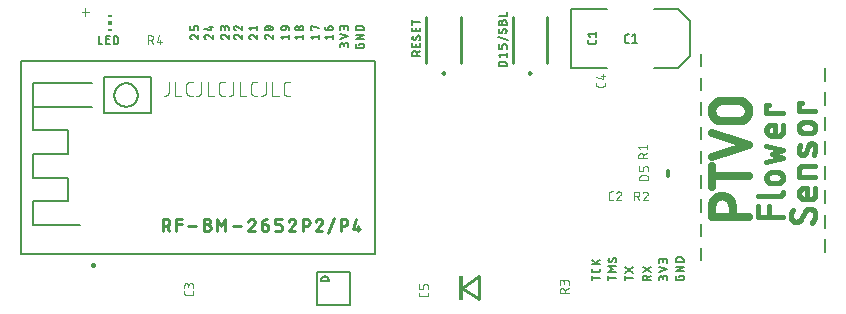
<source format=gbr>
G04 EAGLE Gerber RS-274X export*
G75*
%MOMM*%
%FSLAX34Y34*%
%LPD*%
%INSilkscreen Top*%
%IPPOS*%
%AMOC8*
5,1,8,0,0,1.08239X$1,22.5*%
G01*
%ADD10C,0.685800*%
%ADD11C,0.457200*%
%ADD12C,0.152400*%
%ADD13C,0.127000*%
%ADD14C,0.330200*%
%ADD15C,0.228600*%
%ADD16C,0.200000*%
%ADD17C,0.101600*%
%ADD18C,0.203200*%
%ADD19C,0.300000*%
%ADD20C,0.076200*%
%ADD21C,0.254000*%
%ADD22R,0.300000X2.100000*%
%ADD23R,0.300000X0.150000*%
%ADD24R,0.300000X0.300000*%


D10*
X571596Y86993D02*
X540354Y86993D01*
X540354Y95671D01*
X540357Y95882D01*
X540364Y96094D01*
X540377Y96304D01*
X540395Y96515D01*
X540418Y96725D01*
X540446Y96935D01*
X540480Y97143D01*
X540518Y97351D01*
X540562Y97558D01*
X540610Y97764D01*
X540664Y97968D01*
X540722Y98171D01*
X540785Y98373D01*
X540854Y98573D01*
X540927Y98771D01*
X541005Y98968D01*
X541087Y99162D01*
X541175Y99354D01*
X541267Y99545D01*
X541363Y99733D01*
X541464Y99918D01*
X541570Y100101D01*
X541680Y100282D01*
X541795Y100459D01*
X541913Y100634D01*
X542036Y100806D01*
X542163Y100975D01*
X542295Y101140D01*
X542430Y101303D01*
X542569Y101462D01*
X542712Y101618D01*
X542858Y101770D01*
X543009Y101918D01*
X543163Y102063D01*
X543320Y102204D01*
X543481Y102341D01*
X543645Y102475D01*
X543812Y102604D01*
X543983Y102729D01*
X544156Y102850D01*
X544332Y102966D01*
X544511Y103078D01*
X544693Y103186D01*
X544877Y103290D01*
X545064Y103389D01*
X545253Y103483D01*
X545445Y103573D01*
X545638Y103658D01*
X545833Y103738D01*
X546031Y103814D01*
X546230Y103884D01*
X546431Y103950D01*
X546633Y104011D01*
X546837Y104067D01*
X547042Y104118D01*
X547248Y104164D01*
X547456Y104205D01*
X547664Y104241D01*
X547873Y104271D01*
X548083Y104297D01*
X548293Y104317D01*
X548504Y104333D01*
X548715Y104343D01*
X548926Y104348D01*
X549138Y104348D01*
X549349Y104343D01*
X549560Y104333D01*
X549771Y104317D01*
X549981Y104297D01*
X550191Y104271D01*
X550400Y104241D01*
X550608Y104205D01*
X550816Y104164D01*
X551022Y104118D01*
X551227Y104067D01*
X551431Y104011D01*
X551633Y103950D01*
X551834Y103884D01*
X552033Y103814D01*
X552231Y103738D01*
X552426Y103658D01*
X552619Y103573D01*
X552811Y103483D01*
X553000Y103389D01*
X553187Y103290D01*
X553371Y103186D01*
X553553Y103078D01*
X553732Y102966D01*
X553908Y102850D01*
X554081Y102729D01*
X554252Y102604D01*
X554419Y102475D01*
X554583Y102341D01*
X554744Y102204D01*
X554901Y102063D01*
X555055Y101918D01*
X555206Y101770D01*
X555352Y101618D01*
X555495Y101462D01*
X555634Y101303D01*
X555769Y101140D01*
X555901Y100975D01*
X556028Y100806D01*
X556151Y100634D01*
X556269Y100459D01*
X556384Y100282D01*
X556494Y100101D01*
X556600Y99918D01*
X556701Y99733D01*
X556797Y99545D01*
X556889Y99354D01*
X556977Y99162D01*
X557059Y98968D01*
X557137Y98771D01*
X557210Y98573D01*
X557279Y98373D01*
X557342Y98171D01*
X557400Y97968D01*
X557454Y97764D01*
X557502Y97558D01*
X557546Y97351D01*
X557584Y97143D01*
X557618Y96935D01*
X557646Y96725D01*
X557669Y96515D01*
X557687Y96304D01*
X557700Y96094D01*
X557707Y95882D01*
X557710Y95671D01*
X557711Y95671D02*
X557711Y86993D01*
X571596Y121106D02*
X540354Y121106D01*
X540354Y112428D02*
X540354Y129784D01*
X540354Y137362D02*
X571596Y147776D01*
X540354Y158190D01*
X549032Y167673D02*
X562918Y167673D01*
X549032Y167673D02*
X548821Y167676D01*
X548609Y167683D01*
X548399Y167696D01*
X548188Y167714D01*
X547978Y167737D01*
X547768Y167765D01*
X547560Y167799D01*
X547352Y167837D01*
X547145Y167881D01*
X546939Y167929D01*
X546735Y167983D01*
X546532Y168041D01*
X546330Y168104D01*
X546130Y168173D01*
X545932Y168246D01*
X545735Y168324D01*
X545541Y168406D01*
X545349Y168494D01*
X545158Y168586D01*
X544970Y168682D01*
X544785Y168783D01*
X544602Y168889D01*
X544421Y168999D01*
X544244Y169114D01*
X544069Y169232D01*
X543897Y169355D01*
X543728Y169482D01*
X543563Y169614D01*
X543400Y169749D01*
X543241Y169888D01*
X543085Y170031D01*
X542933Y170177D01*
X542785Y170328D01*
X542640Y170482D01*
X542499Y170639D01*
X542362Y170800D01*
X542228Y170964D01*
X542099Y171131D01*
X541974Y171302D01*
X541853Y171475D01*
X541737Y171651D01*
X541625Y171830D01*
X541517Y172012D01*
X541413Y172196D01*
X541314Y172383D01*
X541220Y172572D01*
X541130Y172764D01*
X541045Y172957D01*
X540965Y173152D01*
X540889Y173350D01*
X540819Y173549D01*
X540753Y173750D01*
X540692Y173952D01*
X540636Y174156D01*
X540585Y174361D01*
X540539Y174567D01*
X540498Y174775D01*
X540462Y174983D01*
X540432Y175192D01*
X540406Y175402D01*
X540386Y175612D01*
X540370Y175823D01*
X540360Y176034D01*
X540355Y176245D01*
X540355Y176457D01*
X540360Y176668D01*
X540370Y176879D01*
X540386Y177090D01*
X540406Y177300D01*
X540432Y177510D01*
X540462Y177719D01*
X540498Y177927D01*
X540539Y178135D01*
X540585Y178341D01*
X540636Y178546D01*
X540692Y178750D01*
X540753Y178952D01*
X540819Y179153D01*
X540889Y179352D01*
X540965Y179550D01*
X541045Y179745D01*
X541130Y179938D01*
X541220Y180130D01*
X541314Y180319D01*
X541413Y180506D01*
X541517Y180690D01*
X541625Y180872D01*
X541737Y181051D01*
X541853Y181227D01*
X541974Y181400D01*
X542099Y181571D01*
X542228Y181738D01*
X542362Y181902D01*
X542499Y182063D01*
X542640Y182220D01*
X542785Y182374D01*
X542933Y182525D01*
X543085Y182671D01*
X543241Y182814D01*
X543400Y182953D01*
X543563Y183088D01*
X543728Y183220D01*
X543897Y183347D01*
X544069Y183470D01*
X544244Y183588D01*
X544421Y183703D01*
X544602Y183813D01*
X544785Y183919D01*
X544970Y184020D01*
X545158Y184116D01*
X545349Y184208D01*
X545541Y184296D01*
X545735Y184378D01*
X545932Y184456D01*
X546130Y184529D01*
X546330Y184598D01*
X546532Y184661D01*
X546735Y184719D01*
X546939Y184773D01*
X547145Y184821D01*
X547352Y184865D01*
X547560Y184903D01*
X547768Y184937D01*
X547978Y184965D01*
X548188Y184988D01*
X548399Y185006D01*
X548609Y185019D01*
X548821Y185026D01*
X549032Y185029D01*
X562918Y185029D01*
X563129Y185026D01*
X563341Y185019D01*
X563551Y185006D01*
X563762Y184988D01*
X563972Y184965D01*
X564182Y184937D01*
X564390Y184903D01*
X564598Y184865D01*
X564805Y184821D01*
X565011Y184773D01*
X565215Y184719D01*
X565418Y184661D01*
X565620Y184598D01*
X565820Y184529D01*
X566018Y184456D01*
X566215Y184378D01*
X566409Y184296D01*
X566601Y184208D01*
X566792Y184116D01*
X566980Y184020D01*
X567165Y183919D01*
X567348Y183813D01*
X567529Y183703D01*
X567706Y183588D01*
X567881Y183470D01*
X568053Y183347D01*
X568222Y183220D01*
X568387Y183088D01*
X568550Y182953D01*
X568709Y182814D01*
X568865Y182671D01*
X569017Y182525D01*
X569165Y182374D01*
X569310Y182220D01*
X569451Y182063D01*
X569588Y181902D01*
X569722Y181738D01*
X569851Y181571D01*
X569976Y181400D01*
X570097Y181227D01*
X570213Y181051D01*
X570325Y180872D01*
X570433Y180690D01*
X570537Y180506D01*
X570636Y180319D01*
X570730Y180130D01*
X570820Y179938D01*
X570905Y179745D01*
X570985Y179550D01*
X571061Y179352D01*
X571131Y179153D01*
X571197Y178952D01*
X571258Y178750D01*
X571314Y178546D01*
X571365Y178341D01*
X571411Y178135D01*
X571452Y177927D01*
X571488Y177719D01*
X571518Y177510D01*
X571544Y177300D01*
X571564Y177090D01*
X571580Y176879D01*
X571590Y176668D01*
X571595Y176457D01*
X571595Y176245D01*
X571590Y176034D01*
X571580Y175823D01*
X571564Y175612D01*
X571544Y175402D01*
X571518Y175192D01*
X571488Y174983D01*
X571452Y174775D01*
X571411Y174567D01*
X571365Y174361D01*
X571314Y174156D01*
X571258Y173952D01*
X571197Y173750D01*
X571131Y173549D01*
X571061Y173350D01*
X570985Y173152D01*
X570905Y172957D01*
X570820Y172764D01*
X570730Y172572D01*
X570636Y172383D01*
X570537Y172196D01*
X570433Y172012D01*
X570325Y171830D01*
X570213Y171651D01*
X570097Y171475D01*
X569976Y171302D01*
X569851Y171131D01*
X569722Y170964D01*
X569588Y170800D01*
X569451Y170639D01*
X569310Y170482D01*
X569165Y170328D01*
X569017Y170177D01*
X568865Y170031D01*
X568709Y169888D01*
X568550Y169749D01*
X568387Y169614D01*
X568222Y169482D01*
X568053Y169355D01*
X567881Y169232D01*
X567706Y169114D01*
X567529Y168999D01*
X567348Y168889D01*
X567165Y168783D01*
X566980Y168682D01*
X566792Y168586D01*
X566601Y168494D01*
X566409Y168406D01*
X566215Y168324D01*
X566018Y168246D01*
X565820Y168173D01*
X565620Y168104D01*
X565418Y168041D01*
X565215Y167983D01*
X565011Y167929D01*
X564805Y167881D01*
X564598Y167837D01*
X564390Y167799D01*
X564182Y167765D01*
X563972Y167737D01*
X563762Y167714D01*
X563551Y167696D01*
X563341Y167683D01*
X563129Y167676D01*
X562918Y167673D01*
D11*
X579411Y87100D02*
X600239Y87100D01*
X579411Y87100D02*
X579411Y96356D01*
X588668Y96356D02*
X588668Y87100D01*
X596768Y104423D02*
X579411Y104423D01*
X596768Y104423D02*
X596884Y104425D01*
X597000Y104431D01*
X597115Y104440D01*
X597231Y104454D01*
X597345Y104471D01*
X597459Y104493D01*
X597573Y104518D01*
X597685Y104546D01*
X597796Y104579D01*
X597907Y104615D01*
X598016Y104655D01*
X598123Y104698D01*
X598229Y104745D01*
X598333Y104796D01*
X598436Y104850D01*
X598537Y104908D01*
X598636Y104968D01*
X598732Y105032D01*
X598827Y105100D01*
X598919Y105170D01*
X599009Y105243D01*
X599096Y105320D01*
X599181Y105399D01*
X599263Y105481D01*
X599342Y105566D01*
X599419Y105653D01*
X599492Y105743D01*
X599562Y105835D01*
X599630Y105930D01*
X599694Y106026D01*
X599754Y106125D01*
X599812Y106226D01*
X599866Y106329D01*
X599917Y106433D01*
X599964Y106539D01*
X600007Y106646D01*
X600047Y106755D01*
X600083Y106866D01*
X600116Y106977D01*
X600144Y107089D01*
X600169Y107203D01*
X600191Y107317D01*
X600208Y107431D01*
X600222Y107547D01*
X600231Y107662D01*
X600237Y107778D01*
X600239Y107894D01*
X595611Y115338D02*
X590982Y115338D01*
X590982Y115339D02*
X590847Y115341D01*
X590713Y115347D01*
X590579Y115357D01*
X590445Y115370D01*
X590311Y115388D01*
X590178Y115409D01*
X590046Y115435D01*
X589915Y115464D01*
X589784Y115497D01*
X589655Y115533D01*
X589526Y115574D01*
X589399Y115618D01*
X589273Y115666D01*
X589149Y115717D01*
X589026Y115773D01*
X588905Y115831D01*
X588786Y115893D01*
X588668Y115959D01*
X588552Y116028D01*
X588439Y116100D01*
X588327Y116176D01*
X588218Y116255D01*
X588112Y116337D01*
X588007Y116422D01*
X587905Y116510D01*
X587806Y116601D01*
X587710Y116695D01*
X587616Y116791D01*
X587525Y116890D01*
X587437Y116992D01*
X587352Y117097D01*
X587270Y117203D01*
X587191Y117312D01*
X587115Y117424D01*
X587043Y117537D01*
X586974Y117653D01*
X586908Y117771D01*
X586846Y117890D01*
X586788Y118011D01*
X586732Y118134D01*
X586681Y118258D01*
X586633Y118384D01*
X586589Y118511D01*
X586548Y118640D01*
X586512Y118769D01*
X586479Y118900D01*
X586450Y119031D01*
X586424Y119163D01*
X586403Y119296D01*
X586385Y119430D01*
X586372Y119564D01*
X586362Y119698D01*
X586356Y119832D01*
X586354Y119967D01*
X586356Y120102D01*
X586362Y120236D01*
X586372Y120370D01*
X586385Y120504D01*
X586403Y120638D01*
X586424Y120771D01*
X586450Y120903D01*
X586479Y121034D01*
X586512Y121165D01*
X586548Y121294D01*
X586589Y121423D01*
X586633Y121550D01*
X586681Y121676D01*
X586732Y121800D01*
X586788Y121923D01*
X586846Y122044D01*
X586908Y122163D01*
X586974Y122281D01*
X587043Y122397D01*
X587115Y122510D01*
X587191Y122622D01*
X587270Y122731D01*
X587352Y122837D01*
X587437Y122942D01*
X587525Y123044D01*
X587616Y123143D01*
X587710Y123239D01*
X587806Y123333D01*
X587905Y123424D01*
X588007Y123512D01*
X588112Y123597D01*
X588218Y123679D01*
X588327Y123758D01*
X588439Y123834D01*
X588552Y123906D01*
X588668Y123975D01*
X588786Y124041D01*
X588905Y124103D01*
X589026Y124161D01*
X589149Y124217D01*
X589273Y124268D01*
X589399Y124316D01*
X589526Y124360D01*
X589655Y124401D01*
X589784Y124437D01*
X589915Y124470D01*
X590046Y124499D01*
X590178Y124525D01*
X590311Y124546D01*
X590445Y124564D01*
X590579Y124577D01*
X590713Y124587D01*
X590847Y124593D01*
X590982Y124595D01*
X595611Y124595D01*
X595746Y124593D01*
X595880Y124587D01*
X596014Y124577D01*
X596148Y124564D01*
X596282Y124546D01*
X596415Y124525D01*
X596547Y124499D01*
X596678Y124470D01*
X596809Y124437D01*
X596938Y124401D01*
X597067Y124360D01*
X597194Y124316D01*
X597320Y124268D01*
X597444Y124217D01*
X597567Y124161D01*
X597688Y124103D01*
X597807Y124041D01*
X597925Y123975D01*
X598041Y123906D01*
X598154Y123834D01*
X598266Y123758D01*
X598375Y123679D01*
X598481Y123597D01*
X598586Y123512D01*
X598688Y123424D01*
X598787Y123333D01*
X598883Y123239D01*
X598977Y123143D01*
X599068Y123044D01*
X599156Y122942D01*
X599241Y122837D01*
X599323Y122731D01*
X599402Y122622D01*
X599478Y122510D01*
X599550Y122397D01*
X599619Y122281D01*
X599685Y122163D01*
X599747Y122044D01*
X599805Y121923D01*
X599861Y121800D01*
X599912Y121676D01*
X599960Y121550D01*
X600004Y121423D01*
X600045Y121294D01*
X600081Y121165D01*
X600114Y121034D01*
X600143Y120903D01*
X600169Y120771D01*
X600190Y120638D01*
X600208Y120504D01*
X600221Y120370D01*
X600231Y120236D01*
X600237Y120102D01*
X600239Y119967D01*
X600237Y119832D01*
X600231Y119698D01*
X600221Y119564D01*
X600208Y119430D01*
X600190Y119296D01*
X600169Y119163D01*
X600143Y119031D01*
X600114Y118900D01*
X600081Y118769D01*
X600045Y118640D01*
X600004Y118511D01*
X599960Y118384D01*
X599912Y118258D01*
X599861Y118134D01*
X599805Y118011D01*
X599747Y117890D01*
X599685Y117771D01*
X599619Y117653D01*
X599550Y117537D01*
X599478Y117424D01*
X599402Y117312D01*
X599323Y117203D01*
X599241Y117097D01*
X599156Y116992D01*
X599068Y116890D01*
X598977Y116791D01*
X598883Y116695D01*
X598787Y116601D01*
X598688Y116510D01*
X598586Y116422D01*
X598481Y116337D01*
X598375Y116255D01*
X598266Y116176D01*
X598154Y116100D01*
X598041Y116028D01*
X597925Y115959D01*
X597807Y115893D01*
X597688Y115831D01*
X597567Y115773D01*
X597444Y115717D01*
X597320Y115666D01*
X597194Y115618D01*
X597067Y115574D01*
X596938Y115533D01*
X596809Y115497D01*
X596678Y115464D01*
X596547Y115435D01*
X596415Y115409D01*
X596282Y115388D01*
X596148Y115370D01*
X596014Y115357D01*
X595880Y115347D01*
X595746Y115341D01*
X595611Y115339D01*
X586354Y133207D02*
X600239Y136678D01*
X590982Y140149D01*
X600239Y143621D01*
X586354Y147092D01*
X600239Y159175D02*
X600239Y164961D01*
X600239Y159175D02*
X600237Y159059D01*
X600231Y158943D01*
X600222Y158828D01*
X600208Y158712D01*
X600191Y158598D01*
X600169Y158484D01*
X600144Y158370D01*
X600116Y158258D01*
X600083Y158147D01*
X600047Y158036D01*
X600007Y157927D01*
X599964Y157820D01*
X599917Y157714D01*
X599866Y157610D01*
X599812Y157507D01*
X599754Y157406D01*
X599694Y157307D01*
X599630Y157211D01*
X599562Y157116D01*
X599492Y157024D01*
X599419Y156934D01*
X599342Y156847D01*
X599263Y156762D01*
X599181Y156680D01*
X599096Y156601D01*
X599009Y156524D01*
X598919Y156451D01*
X598827Y156381D01*
X598732Y156313D01*
X598636Y156249D01*
X598537Y156189D01*
X598436Y156131D01*
X598333Y156077D01*
X598229Y156026D01*
X598123Y155979D01*
X598016Y155936D01*
X597907Y155896D01*
X597796Y155860D01*
X597685Y155827D01*
X597573Y155799D01*
X597459Y155774D01*
X597345Y155752D01*
X597231Y155735D01*
X597115Y155721D01*
X597000Y155712D01*
X596884Y155706D01*
X596768Y155704D01*
X590982Y155704D01*
X590847Y155706D01*
X590713Y155712D01*
X590579Y155722D01*
X590445Y155735D01*
X590311Y155753D01*
X590178Y155774D01*
X590046Y155800D01*
X589915Y155829D01*
X589784Y155862D01*
X589655Y155898D01*
X589526Y155939D01*
X589399Y155983D01*
X589273Y156031D01*
X589149Y156082D01*
X589026Y156138D01*
X588905Y156196D01*
X588786Y156258D01*
X588668Y156324D01*
X588552Y156393D01*
X588439Y156465D01*
X588327Y156541D01*
X588218Y156620D01*
X588112Y156702D01*
X588007Y156787D01*
X587905Y156875D01*
X587806Y156966D01*
X587710Y157060D01*
X587616Y157156D01*
X587525Y157255D01*
X587437Y157357D01*
X587352Y157462D01*
X587270Y157568D01*
X587191Y157677D01*
X587115Y157789D01*
X587043Y157902D01*
X586974Y158018D01*
X586908Y158136D01*
X586846Y158255D01*
X586788Y158376D01*
X586732Y158499D01*
X586681Y158623D01*
X586633Y158749D01*
X586589Y158876D01*
X586548Y159005D01*
X586512Y159134D01*
X586479Y159265D01*
X586450Y159396D01*
X586424Y159528D01*
X586403Y159661D01*
X586385Y159795D01*
X586372Y159929D01*
X586362Y160063D01*
X586356Y160197D01*
X586354Y160332D01*
X586356Y160467D01*
X586362Y160601D01*
X586372Y160735D01*
X586385Y160869D01*
X586403Y161003D01*
X586424Y161136D01*
X586450Y161268D01*
X586479Y161399D01*
X586512Y161530D01*
X586548Y161659D01*
X586589Y161788D01*
X586633Y161915D01*
X586681Y162041D01*
X586732Y162165D01*
X586788Y162288D01*
X586846Y162409D01*
X586908Y162528D01*
X586974Y162646D01*
X587043Y162762D01*
X587115Y162875D01*
X587191Y162987D01*
X587270Y163096D01*
X587352Y163202D01*
X587437Y163307D01*
X587525Y163409D01*
X587616Y163508D01*
X587710Y163604D01*
X587806Y163698D01*
X587905Y163789D01*
X588007Y163877D01*
X588112Y163962D01*
X588218Y164044D01*
X588327Y164123D01*
X588439Y164199D01*
X588552Y164271D01*
X588668Y164340D01*
X588786Y164406D01*
X588905Y164468D01*
X589026Y164526D01*
X589149Y164582D01*
X589273Y164633D01*
X589399Y164681D01*
X589526Y164725D01*
X589655Y164766D01*
X589784Y164802D01*
X589915Y164835D01*
X590046Y164864D01*
X590178Y164890D01*
X590311Y164911D01*
X590445Y164929D01*
X590579Y164942D01*
X590713Y164952D01*
X590847Y164958D01*
X590982Y164960D01*
X590982Y164961D02*
X593296Y164961D01*
X593296Y155704D01*
X600239Y174655D02*
X586354Y174655D01*
X586354Y181597D01*
X588668Y181597D01*
X623111Y93670D02*
X623246Y93668D01*
X623380Y93662D01*
X623514Y93652D01*
X623648Y93639D01*
X623782Y93621D01*
X623915Y93600D01*
X624047Y93574D01*
X624178Y93545D01*
X624309Y93512D01*
X624438Y93476D01*
X624567Y93435D01*
X624694Y93391D01*
X624820Y93343D01*
X624944Y93292D01*
X625067Y93236D01*
X625188Y93178D01*
X625307Y93116D01*
X625425Y93050D01*
X625541Y92981D01*
X625654Y92909D01*
X625766Y92833D01*
X625875Y92754D01*
X625981Y92672D01*
X626086Y92587D01*
X626188Y92499D01*
X626287Y92408D01*
X626383Y92314D01*
X626477Y92218D01*
X626568Y92119D01*
X626656Y92017D01*
X626741Y91912D01*
X626823Y91806D01*
X626902Y91697D01*
X626978Y91585D01*
X627050Y91472D01*
X627119Y91356D01*
X627185Y91238D01*
X627247Y91119D01*
X627305Y90998D01*
X627361Y90875D01*
X627412Y90751D01*
X627460Y90625D01*
X627504Y90498D01*
X627545Y90369D01*
X627581Y90240D01*
X627614Y90109D01*
X627643Y89978D01*
X627669Y89846D01*
X627690Y89713D01*
X627708Y89579D01*
X627721Y89445D01*
X627731Y89311D01*
X627737Y89177D01*
X627739Y89042D01*
X627736Y88808D01*
X627728Y88574D01*
X627714Y88341D01*
X627694Y88108D01*
X627669Y87875D01*
X627638Y87643D01*
X627602Y87412D01*
X627560Y87182D01*
X627513Y86953D01*
X627460Y86725D01*
X627402Y86498D01*
X627339Y86273D01*
X627270Y86049D01*
X627196Y85828D01*
X627116Y85608D01*
X627031Y85390D01*
X626941Y85174D01*
X626846Y84960D01*
X626746Y84748D01*
X626641Y84539D01*
X626530Y84333D01*
X626415Y84129D01*
X626295Y83929D01*
X626171Y83731D01*
X626041Y83536D01*
X625907Y83344D01*
X625769Y83156D01*
X625626Y82970D01*
X625478Y82789D01*
X625326Y82611D01*
X625170Y82436D01*
X625010Y82266D01*
X624846Y82099D01*
X611540Y82679D02*
X611405Y82681D01*
X611271Y82687D01*
X611137Y82697D01*
X611003Y82710D01*
X610869Y82728D01*
X610736Y82749D01*
X610604Y82775D01*
X610473Y82804D01*
X610342Y82837D01*
X610213Y82873D01*
X610084Y82914D01*
X609957Y82958D01*
X609831Y83006D01*
X609707Y83057D01*
X609584Y83113D01*
X609463Y83171D01*
X609344Y83233D01*
X609226Y83299D01*
X609110Y83368D01*
X608997Y83440D01*
X608885Y83516D01*
X608776Y83595D01*
X608670Y83677D01*
X608565Y83762D01*
X608463Y83850D01*
X608364Y83941D01*
X608268Y84035D01*
X608174Y84131D01*
X608083Y84230D01*
X607995Y84332D01*
X607910Y84437D01*
X607828Y84543D01*
X607749Y84652D01*
X607673Y84764D01*
X607601Y84877D01*
X607532Y84993D01*
X607466Y85111D01*
X607404Y85230D01*
X607346Y85351D01*
X607290Y85474D01*
X607239Y85598D01*
X607191Y85724D01*
X607147Y85851D01*
X607106Y85980D01*
X607070Y86109D01*
X607037Y86240D01*
X607008Y86371D01*
X606982Y86503D01*
X606961Y86636D01*
X606943Y86770D01*
X606930Y86904D01*
X606920Y87038D01*
X606914Y87172D01*
X606912Y87307D01*
X606911Y87307D02*
X606913Y87514D01*
X606921Y87721D01*
X606933Y87927D01*
X606950Y88133D01*
X606973Y88339D01*
X607000Y88544D01*
X607031Y88748D01*
X607068Y88952D01*
X607110Y89154D01*
X607156Y89356D01*
X607208Y89556D01*
X607264Y89755D01*
X607324Y89953D01*
X607390Y90149D01*
X607460Y90344D01*
X607534Y90537D01*
X607614Y90728D01*
X607697Y90917D01*
X607786Y91104D01*
X607878Y91289D01*
X607975Y91471D01*
X608077Y91652D01*
X608183Y91829D01*
X608292Y92005D01*
X608406Y92177D01*
X608525Y92347D01*
X608647Y92514D01*
X615590Y84992D02*
X615520Y84877D01*
X615446Y84763D01*
X615369Y84651D01*
X615288Y84542D01*
X615205Y84435D01*
X615119Y84331D01*
X615029Y84229D01*
X614937Y84129D01*
X614842Y84033D01*
X614744Y83939D01*
X614643Y83848D01*
X614540Y83760D01*
X614435Y83675D01*
X614327Y83593D01*
X614216Y83514D01*
X614104Y83439D01*
X613989Y83366D01*
X613872Y83297D01*
X613754Y83232D01*
X613633Y83170D01*
X613511Y83111D01*
X613387Y83056D01*
X613262Y83005D01*
X613135Y82957D01*
X613007Y82913D01*
X612877Y82872D01*
X612747Y82835D01*
X612615Y82803D01*
X612483Y82773D01*
X612349Y82748D01*
X612216Y82727D01*
X612081Y82709D01*
X611946Y82696D01*
X611811Y82686D01*
X611676Y82680D01*
X611540Y82678D01*
X619061Y91357D02*
X619131Y91472D01*
X619205Y91586D01*
X619282Y91698D01*
X619363Y91807D01*
X619446Y91914D01*
X619532Y92018D01*
X619622Y92120D01*
X619714Y92220D01*
X619809Y92316D01*
X619907Y92410D01*
X620008Y92501D01*
X620111Y92589D01*
X620216Y92674D01*
X620324Y92756D01*
X620435Y92835D01*
X620547Y92910D01*
X620662Y92983D01*
X620779Y93052D01*
X620897Y93117D01*
X621018Y93179D01*
X621140Y93238D01*
X621264Y93293D01*
X621389Y93344D01*
X621516Y93392D01*
X621644Y93436D01*
X621774Y93477D01*
X621904Y93514D01*
X622036Y93546D01*
X622168Y93576D01*
X622302Y93601D01*
X622435Y93622D01*
X622570Y93640D01*
X622705Y93653D01*
X622840Y93663D01*
X622975Y93669D01*
X623111Y93671D01*
X619061Y91356D02*
X615589Y84992D01*
X627739Y105519D02*
X627739Y111304D01*
X627739Y105519D02*
X627737Y105403D01*
X627731Y105287D01*
X627722Y105172D01*
X627708Y105056D01*
X627691Y104942D01*
X627669Y104828D01*
X627644Y104714D01*
X627616Y104602D01*
X627583Y104491D01*
X627547Y104380D01*
X627507Y104271D01*
X627464Y104164D01*
X627417Y104058D01*
X627366Y103954D01*
X627312Y103851D01*
X627254Y103750D01*
X627194Y103651D01*
X627130Y103555D01*
X627062Y103460D01*
X626992Y103368D01*
X626919Y103278D01*
X626842Y103191D01*
X626763Y103106D01*
X626681Y103024D01*
X626596Y102945D01*
X626509Y102868D01*
X626419Y102795D01*
X626327Y102725D01*
X626232Y102657D01*
X626136Y102593D01*
X626037Y102533D01*
X625936Y102475D01*
X625833Y102421D01*
X625729Y102370D01*
X625623Y102323D01*
X625516Y102280D01*
X625407Y102240D01*
X625296Y102204D01*
X625185Y102171D01*
X625073Y102143D01*
X624959Y102118D01*
X624845Y102096D01*
X624731Y102079D01*
X624615Y102065D01*
X624500Y102056D01*
X624384Y102050D01*
X624268Y102048D01*
X618482Y102048D01*
X618347Y102050D01*
X618213Y102056D01*
X618079Y102066D01*
X617945Y102079D01*
X617811Y102097D01*
X617678Y102118D01*
X617546Y102144D01*
X617415Y102173D01*
X617284Y102206D01*
X617155Y102242D01*
X617026Y102283D01*
X616899Y102327D01*
X616773Y102375D01*
X616649Y102426D01*
X616526Y102482D01*
X616405Y102540D01*
X616286Y102602D01*
X616168Y102668D01*
X616052Y102737D01*
X615939Y102809D01*
X615827Y102885D01*
X615718Y102964D01*
X615612Y103046D01*
X615507Y103131D01*
X615405Y103219D01*
X615306Y103310D01*
X615210Y103404D01*
X615116Y103500D01*
X615025Y103599D01*
X614937Y103701D01*
X614852Y103806D01*
X614770Y103912D01*
X614691Y104021D01*
X614615Y104133D01*
X614543Y104246D01*
X614474Y104362D01*
X614408Y104480D01*
X614346Y104599D01*
X614288Y104720D01*
X614232Y104843D01*
X614181Y104967D01*
X614133Y105093D01*
X614089Y105220D01*
X614048Y105349D01*
X614012Y105478D01*
X613979Y105609D01*
X613950Y105740D01*
X613924Y105872D01*
X613903Y106005D01*
X613885Y106139D01*
X613872Y106273D01*
X613862Y106407D01*
X613856Y106541D01*
X613854Y106676D01*
X613856Y106811D01*
X613862Y106945D01*
X613872Y107079D01*
X613885Y107213D01*
X613903Y107347D01*
X613924Y107480D01*
X613950Y107612D01*
X613979Y107743D01*
X614012Y107874D01*
X614048Y108003D01*
X614089Y108132D01*
X614133Y108259D01*
X614181Y108385D01*
X614232Y108509D01*
X614288Y108632D01*
X614346Y108753D01*
X614408Y108872D01*
X614474Y108990D01*
X614543Y109106D01*
X614615Y109219D01*
X614691Y109331D01*
X614770Y109440D01*
X614852Y109546D01*
X614937Y109651D01*
X615025Y109753D01*
X615116Y109852D01*
X615210Y109948D01*
X615306Y110042D01*
X615405Y110133D01*
X615507Y110221D01*
X615612Y110306D01*
X615718Y110388D01*
X615827Y110467D01*
X615939Y110543D01*
X616052Y110615D01*
X616168Y110684D01*
X616286Y110750D01*
X616405Y110812D01*
X616526Y110870D01*
X616649Y110926D01*
X616773Y110977D01*
X616899Y111025D01*
X617026Y111069D01*
X617155Y111110D01*
X617284Y111146D01*
X617415Y111179D01*
X617546Y111208D01*
X617678Y111234D01*
X617811Y111255D01*
X617945Y111273D01*
X618079Y111286D01*
X618213Y111296D01*
X618347Y111302D01*
X618482Y111304D01*
X620796Y111304D01*
X620796Y102048D01*
X627739Y120838D02*
X613854Y120838D01*
X613854Y126624D01*
X613856Y126740D01*
X613862Y126856D01*
X613871Y126971D01*
X613885Y127087D01*
X613902Y127201D01*
X613924Y127315D01*
X613949Y127429D01*
X613977Y127541D01*
X614010Y127652D01*
X614046Y127763D01*
X614086Y127871D01*
X614129Y127979D01*
X614176Y128085D01*
X614227Y128189D01*
X614281Y128292D01*
X614339Y128393D01*
X614399Y128492D01*
X614463Y128588D01*
X614531Y128683D01*
X614601Y128775D01*
X614674Y128865D01*
X614751Y128952D01*
X614830Y129037D01*
X614912Y129119D01*
X614997Y129198D01*
X615084Y129275D01*
X615174Y129348D01*
X615266Y129418D01*
X615361Y129486D01*
X615457Y129550D01*
X615556Y129610D01*
X615657Y129668D01*
X615760Y129722D01*
X615864Y129773D01*
X615970Y129820D01*
X616077Y129863D01*
X616186Y129903D01*
X616297Y129939D01*
X616408Y129972D01*
X616520Y130000D01*
X616634Y130025D01*
X616748Y130047D01*
X616862Y130064D01*
X616978Y130078D01*
X617093Y130087D01*
X617209Y130093D01*
X617325Y130095D01*
X627739Y130095D01*
X619639Y141365D02*
X621954Y147150D01*
X619639Y141365D02*
X619597Y141265D01*
X619552Y141167D01*
X619503Y141071D01*
X619450Y140976D01*
X619395Y140884D01*
X619335Y140793D01*
X619273Y140705D01*
X619208Y140619D01*
X619139Y140535D01*
X619067Y140454D01*
X618993Y140376D01*
X618916Y140300D01*
X618836Y140227D01*
X618754Y140157D01*
X618669Y140090D01*
X618581Y140026D01*
X618492Y139966D01*
X618400Y139908D01*
X618307Y139854D01*
X618211Y139804D01*
X618114Y139756D01*
X618015Y139713D01*
X617914Y139673D01*
X617813Y139636D01*
X617710Y139604D01*
X617605Y139575D01*
X617500Y139549D01*
X617394Y139528D01*
X617288Y139510D01*
X617180Y139497D01*
X617073Y139487D01*
X616965Y139481D01*
X616857Y139479D01*
X616748Y139481D01*
X616640Y139487D01*
X616533Y139496D01*
X616425Y139510D01*
X616319Y139527D01*
X616213Y139548D01*
X616108Y139573D01*
X616003Y139602D01*
X615900Y139635D01*
X615798Y139671D01*
X615698Y139711D01*
X615599Y139754D01*
X615501Y139801D01*
X615406Y139852D01*
X615312Y139906D01*
X615220Y139963D01*
X615131Y140023D01*
X615043Y140087D01*
X614958Y140154D01*
X614876Y140224D01*
X614796Y140296D01*
X614718Y140372D01*
X614644Y140450D01*
X614572Y140531D01*
X614504Y140615D01*
X614438Y140701D01*
X614375Y140789D01*
X614316Y140879D01*
X614260Y140972D01*
X614207Y141066D01*
X614158Y141163D01*
X614113Y141261D01*
X614070Y141360D01*
X614032Y141461D01*
X613997Y141564D01*
X613966Y141667D01*
X613939Y141772D01*
X613915Y141877D01*
X613895Y141983D01*
X613879Y142090D01*
X613867Y142198D01*
X613859Y142306D01*
X613855Y142414D01*
X613854Y142522D01*
X613863Y142837D01*
X613879Y143153D01*
X613902Y143468D01*
X613933Y143783D01*
X613972Y144096D01*
X614018Y144409D01*
X614071Y144720D01*
X614133Y145030D01*
X614201Y145338D01*
X614277Y145645D01*
X614360Y145950D01*
X614451Y146253D01*
X614549Y146553D01*
X614654Y146851D01*
X614766Y147146D01*
X614885Y147439D01*
X615011Y147729D01*
X621954Y147150D02*
X621996Y147250D01*
X622041Y147348D01*
X622090Y147444D01*
X622143Y147539D01*
X622198Y147631D01*
X622258Y147722D01*
X622320Y147810D01*
X622385Y147896D01*
X622454Y147980D01*
X622526Y148061D01*
X622600Y148139D01*
X622677Y148215D01*
X622757Y148288D01*
X622839Y148358D01*
X622924Y148425D01*
X623012Y148489D01*
X623101Y148549D01*
X623193Y148607D01*
X623286Y148661D01*
X623382Y148711D01*
X623479Y148759D01*
X623578Y148802D01*
X623679Y148842D01*
X623780Y148879D01*
X623883Y148911D01*
X623988Y148940D01*
X624093Y148966D01*
X624199Y148987D01*
X624305Y149005D01*
X624413Y149018D01*
X624520Y149028D01*
X624628Y149034D01*
X624736Y149036D01*
X624845Y149034D01*
X624953Y149028D01*
X625060Y149019D01*
X625168Y149005D01*
X625274Y148988D01*
X625380Y148967D01*
X625485Y148942D01*
X625590Y148913D01*
X625693Y148880D01*
X625795Y148844D01*
X625895Y148804D01*
X625994Y148761D01*
X626092Y148714D01*
X626187Y148663D01*
X626281Y148609D01*
X626373Y148552D01*
X626462Y148492D01*
X626550Y148428D01*
X626635Y148361D01*
X626717Y148291D01*
X626797Y148219D01*
X626875Y148143D01*
X626949Y148065D01*
X627021Y147984D01*
X627089Y147900D01*
X627155Y147814D01*
X627218Y147726D01*
X627277Y147636D01*
X627333Y147543D01*
X627386Y147449D01*
X627435Y147352D01*
X627480Y147254D01*
X627523Y147155D01*
X627561Y147054D01*
X627596Y146951D01*
X627627Y146848D01*
X627654Y146743D01*
X627678Y146638D01*
X627698Y146532D01*
X627714Y146425D01*
X627726Y146317D01*
X627734Y146209D01*
X627738Y146101D01*
X627739Y145993D01*
X627740Y145994D02*
X627728Y145530D01*
X627705Y145066D01*
X627671Y144603D01*
X627626Y144141D01*
X627570Y143681D01*
X627503Y143221D01*
X627425Y142764D01*
X627337Y142308D01*
X627238Y141855D01*
X627128Y141404D01*
X627008Y140955D01*
X626876Y140510D01*
X626735Y140068D01*
X626583Y139629D01*
X623111Y157724D02*
X618482Y157724D01*
X618482Y157725D02*
X618347Y157727D01*
X618213Y157733D01*
X618079Y157743D01*
X617945Y157756D01*
X617811Y157774D01*
X617678Y157795D01*
X617546Y157821D01*
X617415Y157850D01*
X617284Y157883D01*
X617155Y157919D01*
X617026Y157960D01*
X616899Y158004D01*
X616773Y158052D01*
X616649Y158103D01*
X616526Y158159D01*
X616405Y158217D01*
X616286Y158279D01*
X616168Y158345D01*
X616052Y158414D01*
X615939Y158486D01*
X615827Y158562D01*
X615718Y158641D01*
X615612Y158723D01*
X615507Y158808D01*
X615405Y158896D01*
X615306Y158987D01*
X615210Y159081D01*
X615116Y159177D01*
X615025Y159276D01*
X614937Y159378D01*
X614852Y159483D01*
X614770Y159589D01*
X614691Y159698D01*
X614615Y159810D01*
X614543Y159923D01*
X614474Y160039D01*
X614408Y160157D01*
X614346Y160276D01*
X614288Y160397D01*
X614232Y160520D01*
X614181Y160644D01*
X614133Y160770D01*
X614089Y160897D01*
X614048Y161026D01*
X614012Y161155D01*
X613979Y161286D01*
X613950Y161417D01*
X613924Y161549D01*
X613903Y161682D01*
X613885Y161816D01*
X613872Y161950D01*
X613862Y162084D01*
X613856Y162218D01*
X613854Y162353D01*
X613856Y162488D01*
X613862Y162622D01*
X613872Y162756D01*
X613885Y162890D01*
X613903Y163024D01*
X613924Y163157D01*
X613950Y163289D01*
X613979Y163420D01*
X614012Y163551D01*
X614048Y163680D01*
X614089Y163809D01*
X614133Y163936D01*
X614181Y164062D01*
X614232Y164186D01*
X614288Y164309D01*
X614346Y164430D01*
X614408Y164549D01*
X614474Y164667D01*
X614543Y164783D01*
X614615Y164896D01*
X614691Y165008D01*
X614770Y165117D01*
X614852Y165223D01*
X614937Y165328D01*
X615025Y165430D01*
X615116Y165529D01*
X615210Y165625D01*
X615306Y165719D01*
X615405Y165810D01*
X615507Y165898D01*
X615612Y165983D01*
X615718Y166065D01*
X615827Y166144D01*
X615939Y166220D01*
X616052Y166292D01*
X616168Y166361D01*
X616286Y166427D01*
X616405Y166489D01*
X616526Y166547D01*
X616649Y166603D01*
X616773Y166654D01*
X616899Y166702D01*
X617026Y166746D01*
X617155Y166787D01*
X617284Y166823D01*
X617415Y166856D01*
X617546Y166885D01*
X617678Y166911D01*
X617811Y166932D01*
X617945Y166950D01*
X618079Y166963D01*
X618213Y166973D01*
X618347Y166979D01*
X618482Y166981D01*
X623111Y166981D01*
X623246Y166979D01*
X623380Y166973D01*
X623514Y166963D01*
X623648Y166950D01*
X623782Y166932D01*
X623915Y166911D01*
X624047Y166885D01*
X624178Y166856D01*
X624309Y166823D01*
X624438Y166787D01*
X624567Y166746D01*
X624694Y166702D01*
X624820Y166654D01*
X624944Y166603D01*
X625067Y166547D01*
X625188Y166489D01*
X625307Y166427D01*
X625425Y166361D01*
X625541Y166292D01*
X625654Y166220D01*
X625766Y166144D01*
X625875Y166065D01*
X625981Y165983D01*
X626086Y165898D01*
X626188Y165810D01*
X626287Y165719D01*
X626383Y165625D01*
X626477Y165529D01*
X626568Y165430D01*
X626656Y165328D01*
X626741Y165223D01*
X626823Y165117D01*
X626902Y165008D01*
X626978Y164896D01*
X627050Y164783D01*
X627119Y164667D01*
X627185Y164549D01*
X627247Y164430D01*
X627305Y164309D01*
X627361Y164186D01*
X627412Y164062D01*
X627460Y163936D01*
X627504Y163809D01*
X627545Y163680D01*
X627581Y163551D01*
X627614Y163420D01*
X627643Y163289D01*
X627669Y163157D01*
X627690Y163024D01*
X627708Y162890D01*
X627721Y162756D01*
X627731Y162622D01*
X627737Y162488D01*
X627739Y162353D01*
X627737Y162218D01*
X627731Y162084D01*
X627721Y161950D01*
X627708Y161816D01*
X627690Y161682D01*
X627669Y161549D01*
X627643Y161417D01*
X627614Y161286D01*
X627581Y161155D01*
X627545Y161026D01*
X627504Y160897D01*
X627460Y160770D01*
X627412Y160644D01*
X627361Y160520D01*
X627305Y160397D01*
X627247Y160276D01*
X627185Y160157D01*
X627119Y160039D01*
X627050Y159923D01*
X626978Y159810D01*
X626902Y159698D01*
X626823Y159589D01*
X626741Y159483D01*
X626656Y159378D01*
X626568Y159276D01*
X626477Y159177D01*
X626383Y159081D01*
X626287Y158987D01*
X626188Y158896D01*
X626086Y158808D01*
X625981Y158723D01*
X625875Y158641D01*
X625766Y158562D01*
X625654Y158486D01*
X625541Y158414D01*
X625425Y158345D01*
X625307Y158279D01*
X625188Y158217D01*
X625067Y158159D01*
X624944Y158103D01*
X624820Y158052D01*
X624694Y158004D01*
X624567Y157960D01*
X624438Y157919D01*
X624309Y157883D01*
X624178Y157850D01*
X624047Y157821D01*
X623915Y157795D01*
X623782Y157774D01*
X623648Y157756D01*
X623514Y157743D01*
X623380Y157733D01*
X623246Y157727D01*
X623111Y157725D01*
X627739Y176675D02*
X613854Y176675D01*
X613854Y183618D01*
X616168Y183618D01*
D12*
X445263Y35160D02*
X438659Y35160D01*
X438659Y33326D02*
X438659Y36994D01*
X445263Y41585D02*
X445263Y43053D01*
X445264Y41585D02*
X445262Y41511D01*
X445256Y41436D01*
X445247Y41363D01*
X445234Y41289D01*
X445217Y41217D01*
X445197Y41146D01*
X445173Y41075D01*
X445145Y41006D01*
X445114Y40939D01*
X445080Y40873D01*
X445042Y40808D01*
X445001Y40746D01*
X444957Y40686D01*
X444910Y40629D01*
X444860Y40574D01*
X444807Y40521D01*
X444752Y40471D01*
X444695Y40424D01*
X444635Y40380D01*
X444573Y40339D01*
X444508Y40301D01*
X444443Y40267D01*
X444375Y40236D01*
X444306Y40208D01*
X444235Y40184D01*
X444164Y40164D01*
X444092Y40147D01*
X444018Y40134D01*
X443945Y40125D01*
X443870Y40119D01*
X443796Y40117D01*
X443796Y40118D02*
X440127Y40118D01*
X440127Y40117D02*
X440053Y40119D01*
X439978Y40125D01*
X439905Y40134D01*
X439831Y40147D01*
X439759Y40164D01*
X439688Y40184D01*
X439617Y40208D01*
X439548Y40236D01*
X439481Y40267D01*
X439415Y40301D01*
X439350Y40339D01*
X439288Y40380D01*
X439228Y40424D01*
X439171Y40471D01*
X439116Y40521D01*
X439063Y40574D01*
X439013Y40629D01*
X438966Y40686D01*
X438922Y40746D01*
X438881Y40808D01*
X438843Y40873D01*
X438809Y40938D01*
X438778Y41006D01*
X438750Y41075D01*
X438726Y41146D01*
X438706Y41217D01*
X438689Y41289D01*
X438676Y41363D01*
X438667Y41436D01*
X438661Y41511D01*
X438659Y41585D01*
X438659Y43053D01*
X438659Y46674D02*
X445263Y46674D01*
X442695Y46674D02*
X438659Y50343D01*
X441227Y48142D02*
X445263Y50343D01*
X452659Y35160D02*
X459263Y35160D01*
X452659Y33326D02*
X452659Y36994D01*
X452659Y40518D02*
X459263Y40518D01*
X456328Y42719D02*
X452659Y40518D01*
X456328Y42719D02*
X452659Y44920D01*
X459263Y44920D01*
X459264Y50889D02*
X459262Y50963D01*
X459256Y51037D01*
X459247Y51111D01*
X459234Y51184D01*
X459217Y51257D01*
X459197Y51328D01*
X459173Y51399D01*
X459145Y51468D01*
X459114Y51535D01*
X459080Y51601D01*
X459042Y51666D01*
X459001Y51728D01*
X458957Y51788D01*
X458910Y51845D01*
X458860Y51900D01*
X458807Y51953D01*
X458752Y52003D01*
X458695Y52050D01*
X458635Y52094D01*
X458573Y52135D01*
X458508Y52173D01*
X458443Y52207D01*
X458375Y52238D01*
X458306Y52266D01*
X458235Y52290D01*
X458164Y52310D01*
X458092Y52327D01*
X458018Y52340D01*
X457945Y52349D01*
X457870Y52355D01*
X457796Y52357D01*
X459263Y50889D02*
X459261Y50778D01*
X459255Y50667D01*
X459245Y50556D01*
X459231Y50445D01*
X459213Y50336D01*
X459191Y50227D01*
X459166Y50118D01*
X459136Y50011D01*
X459103Y49905D01*
X459065Y49800D01*
X459025Y49697D01*
X458980Y49595D01*
X458932Y49495D01*
X458880Y49396D01*
X458825Y49300D01*
X458766Y49205D01*
X458704Y49113D01*
X458638Y49023D01*
X458570Y48935D01*
X458498Y48850D01*
X458423Y48768D01*
X458346Y48688D01*
X454127Y48870D02*
X454053Y48872D01*
X453978Y48878D01*
X453905Y48887D01*
X453831Y48900D01*
X453759Y48917D01*
X453688Y48937D01*
X453617Y48961D01*
X453548Y48989D01*
X453481Y49020D01*
X453415Y49054D01*
X453350Y49092D01*
X453288Y49133D01*
X453228Y49177D01*
X453171Y49224D01*
X453116Y49274D01*
X453063Y49327D01*
X453013Y49382D01*
X452966Y49439D01*
X452922Y49499D01*
X452881Y49561D01*
X452843Y49626D01*
X452809Y49692D01*
X452778Y49759D01*
X452750Y49828D01*
X452726Y49899D01*
X452706Y49970D01*
X452689Y50042D01*
X452676Y50116D01*
X452667Y50189D01*
X452661Y50264D01*
X452659Y50338D01*
X452661Y50442D01*
X452667Y50546D01*
X452677Y50650D01*
X452690Y50753D01*
X452708Y50856D01*
X452730Y50958D01*
X452755Y51059D01*
X452784Y51159D01*
X452817Y51258D01*
X452854Y51355D01*
X452894Y51451D01*
X452938Y51546D01*
X452986Y51638D01*
X453036Y51729D01*
X453091Y51818D01*
X453149Y51905D01*
X453209Y51989D01*
X455412Y49604D02*
X455373Y49541D01*
X455331Y49481D01*
X455286Y49423D01*
X455238Y49366D01*
X455187Y49313D01*
X455134Y49262D01*
X455079Y49213D01*
X455021Y49168D01*
X454961Y49125D01*
X454899Y49085D01*
X454835Y49049D01*
X454769Y49015D01*
X454701Y48985D01*
X454633Y48958D01*
X454563Y48935D01*
X454492Y48915D01*
X454420Y48899D01*
X454347Y48886D01*
X454274Y48877D01*
X454201Y48872D01*
X454127Y48870D01*
X456511Y51623D02*
X456550Y51686D01*
X456592Y51746D01*
X456637Y51805D01*
X456685Y51861D01*
X456736Y51914D01*
X456789Y51965D01*
X456844Y52014D01*
X456902Y52059D01*
X456962Y52102D01*
X457024Y52142D01*
X457088Y52178D01*
X457154Y52212D01*
X457222Y52242D01*
X457290Y52269D01*
X457360Y52292D01*
X457431Y52312D01*
X457503Y52328D01*
X457576Y52341D01*
X457649Y52350D01*
X457722Y52355D01*
X457796Y52357D01*
X456511Y51623D02*
X455411Y49605D01*
X466659Y35160D02*
X473263Y35160D01*
X466659Y33326D02*
X466659Y36994D01*
X473263Y39786D02*
X466659Y44189D01*
X466659Y39786D02*
X473263Y44189D01*
X481659Y33326D02*
X488263Y33326D01*
X481659Y33326D02*
X481659Y35160D01*
X481660Y35160D02*
X481662Y35245D01*
X481668Y35329D01*
X481678Y35413D01*
X481691Y35497D01*
X481709Y35580D01*
X481730Y35662D01*
X481755Y35743D01*
X481784Y35823D01*
X481816Y35901D01*
X481852Y35977D01*
X481892Y36052D01*
X481935Y36125D01*
X481981Y36196D01*
X482030Y36265D01*
X482083Y36332D01*
X482139Y36396D01*
X482197Y36457D01*
X482258Y36515D01*
X482322Y36571D01*
X482389Y36624D01*
X482458Y36673D01*
X482529Y36719D01*
X482602Y36762D01*
X482677Y36802D01*
X482753Y36838D01*
X482831Y36870D01*
X482911Y36899D01*
X482992Y36924D01*
X483074Y36945D01*
X483157Y36963D01*
X483241Y36976D01*
X483325Y36986D01*
X483409Y36992D01*
X483494Y36994D01*
X483579Y36992D01*
X483663Y36986D01*
X483747Y36976D01*
X483831Y36963D01*
X483914Y36945D01*
X483996Y36924D01*
X484077Y36899D01*
X484157Y36870D01*
X484235Y36838D01*
X484311Y36802D01*
X484386Y36762D01*
X484459Y36719D01*
X484530Y36673D01*
X484599Y36624D01*
X484666Y36571D01*
X484730Y36515D01*
X484791Y36457D01*
X484849Y36396D01*
X484905Y36332D01*
X484958Y36265D01*
X485007Y36196D01*
X485053Y36125D01*
X485096Y36052D01*
X485136Y35977D01*
X485172Y35901D01*
X485204Y35823D01*
X485233Y35743D01*
X485258Y35662D01*
X485279Y35580D01*
X485297Y35497D01*
X485310Y35413D01*
X485320Y35329D01*
X485326Y35245D01*
X485328Y35160D01*
X485328Y33326D01*
X485328Y35527D02*
X488263Y36994D01*
X488263Y40195D02*
X481659Y44598D01*
X481659Y40195D02*
X488263Y44598D01*
X502263Y35160D02*
X502263Y33326D01*
X502263Y35160D02*
X502261Y35245D01*
X502255Y35329D01*
X502245Y35413D01*
X502232Y35497D01*
X502214Y35580D01*
X502193Y35662D01*
X502168Y35743D01*
X502139Y35823D01*
X502107Y35901D01*
X502071Y35977D01*
X502031Y36052D01*
X501988Y36125D01*
X501942Y36196D01*
X501893Y36265D01*
X501840Y36332D01*
X501784Y36396D01*
X501726Y36457D01*
X501665Y36515D01*
X501601Y36571D01*
X501534Y36624D01*
X501465Y36673D01*
X501394Y36719D01*
X501321Y36762D01*
X501246Y36802D01*
X501170Y36838D01*
X501092Y36870D01*
X501012Y36899D01*
X500931Y36924D01*
X500849Y36945D01*
X500766Y36963D01*
X500682Y36976D01*
X500598Y36986D01*
X500514Y36992D01*
X500429Y36994D01*
X500344Y36992D01*
X500260Y36986D01*
X500176Y36976D01*
X500092Y36963D01*
X500009Y36945D01*
X499927Y36924D01*
X499846Y36899D01*
X499766Y36870D01*
X499688Y36838D01*
X499612Y36802D01*
X499537Y36762D01*
X499464Y36719D01*
X499393Y36673D01*
X499324Y36624D01*
X499257Y36571D01*
X499193Y36515D01*
X499132Y36457D01*
X499074Y36396D01*
X499018Y36332D01*
X498965Y36265D01*
X498916Y36196D01*
X498870Y36125D01*
X498827Y36052D01*
X498787Y35977D01*
X498751Y35901D01*
X498719Y35823D01*
X498690Y35743D01*
X498665Y35662D01*
X498644Y35580D01*
X498626Y35497D01*
X498613Y35413D01*
X498603Y35329D01*
X498597Y35245D01*
X498595Y35160D01*
X495659Y35527D02*
X495659Y33326D01*
X495659Y35527D02*
X495661Y35603D01*
X495667Y35678D01*
X495676Y35753D01*
X495690Y35827D01*
X495707Y35901D01*
X495729Y35973D01*
X495753Y36045D01*
X495782Y36115D01*
X495814Y36183D01*
X495849Y36250D01*
X495888Y36315D01*
X495931Y36378D01*
X495976Y36438D01*
X496024Y36496D01*
X496076Y36552D01*
X496130Y36604D01*
X496187Y36654D01*
X496246Y36701D01*
X496307Y36745D01*
X496371Y36786D01*
X496437Y36823D01*
X496505Y36857D01*
X496574Y36887D01*
X496645Y36914D01*
X496717Y36937D01*
X496790Y36956D01*
X496864Y36971D01*
X496939Y36983D01*
X497014Y36991D01*
X497089Y36995D01*
X497165Y36995D01*
X497240Y36991D01*
X497315Y36983D01*
X497390Y36971D01*
X497464Y36956D01*
X497537Y36937D01*
X497609Y36914D01*
X497680Y36887D01*
X497749Y36857D01*
X497817Y36823D01*
X497883Y36786D01*
X497947Y36745D01*
X498008Y36701D01*
X498067Y36654D01*
X498124Y36604D01*
X498178Y36552D01*
X498230Y36496D01*
X498278Y36438D01*
X498323Y36378D01*
X498366Y36315D01*
X498405Y36250D01*
X498440Y36183D01*
X498472Y36115D01*
X498501Y36045D01*
X498525Y35973D01*
X498547Y35901D01*
X498564Y35827D01*
X498578Y35753D01*
X498587Y35678D01*
X498593Y35603D01*
X498595Y35527D01*
X498594Y35527D02*
X498594Y34059D01*
X495659Y40274D02*
X502263Y42475D01*
X495659Y44677D01*
X502263Y47956D02*
X502263Y49790D01*
X502261Y49875D01*
X502255Y49959D01*
X502245Y50043D01*
X502232Y50127D01*
X502214Y50210D01*
X502193Y50292D01*
X502168Y50373D01*
X502139Y50453D01*
X502107Y50531D01*
X502071Y50607D01*
X502031Y50682D01*
X501988Y50755D01*
X501942Y50826D01*
X501893Y50895D01*
X501840Y50962D01*
X501784Y51026D01*
X501726Y51087D01*
X501665Y51145D01*
X501601Y51201D01*
X501534Y51254D01*
X501465Y51303D01*
X501394Y51349D01*
X501321Y51392D01*
X501246Y51432D01*
X501170Y51468D01*
X501092Y51500D01*
X501012Y51529D01*
X500931Y51554D01*
X500849Y51575D01*
X500766Y51593D01*
X500682Y51606D01*
X500598Y51616D01*
X500514Y51622D01*
X500429Y51624D01*
X500344Y51622D01*
X500260Y51616D01*
X500176Y51606D01*
X500092Y51593D01*
X500009Y51575D01*
X499927Y51554D01*
X499846Y51529D01*
X499766Y51500D01*
X499688Y51468D01*
X499612Y51432D01*
X499537Y51392D01*
X499464Y51349D01*
X499393Y51303D01*
X499324Y51254D01*
X499257Y51201D01*
X499193Y51145D01*
X499132Y51087D01*
X499074Y51026D01*
X499018Y50962D01*
X498965Y50895D01*
X498916Y50826D01*
X498870Y50755D01*
X498827Y50682D01*
X498787Y50607D01*
X498751Y50531D01*
X498719Y50453D01*
X498690Y50373D01*
X498665Y50292D01*
X498644Y50210D01*
X498626Y50127D01*
X498613Y50043D01*
X498603Y49959D01*
X498597Y49875D01*
X498595Y49790D01*
X495659Y50157D02*
X495659Y47956D01*
X495659Y50157D02*
X495661Y50233D01*
X495667Y50308D01*
X495676Y50383D01*
X495690Y50457D01*
X495707Y50531D01*
X495729Y50603D01*
X495753Y50675D01*
X495782Y50745D01*
X495814Y50813D01*
X495849Y50880D01*
X495888Y50945D01*
X495931Y51008D01*
X495976Y51068D01*
X496024Y51126D01*
X496076Y51182D01*
X496130Y51234D01*
X496187Y51284D01*
X496246Y51331D01*
X496307Y51375D01*
X496371Y51416D01*
X496437Y51453D01*
X496505Y51487D01*
X496574Y51517D01*
X496645Y51544D01*
X496717Y51567D01*
X496790Y51586D01*
X496864Y51601D01*
X496939Y51613D01*
X497014Y51621D01*
X497089Y51625D01*
X497165Y51625D01*
X497240Y51621D01*
X497315Y51613D01*
X497390Y51601D01*
X497464Y51586D01*
X497537Y51567D01*
X497609Y51544D01*
X497680Y51517D01*
X497749Y51487D01*
X497817Y51453D01*
X497883Y51416D01*
X497947Y51375D01*
X498008Y51331D01*
X498067Y51284D01*
X498124Y51234D01*
X498178Y51182D01*
X498230Y51126D01*
X498278Y51068D01*
X498323Y51008D01*
X498366Y50945D01*
X498405Y50880D01*
X498440Y50813D01*
X498472Y50745D01*
X498501Y50675D01*
X498525Y50603D01*
X498547Y50531D01*
X498564Y50457D01*
X498578Y50383D01*
X498587Y50308D01*
X498593Y50233D01*
X498595Y50157D01*
X498594Y50157D02*
X498594Y48690D01*
X512594Y36994D02*
X512594Y35894D01*
X512594Y36994D02*
X516263Y36994D01*
X516263Y34793D01*
X516264Y34793D02*
X516262Y34719D01*
X516256Y34644D01*
X516247Y34571D01*
X516234Y34497D01*
X516217Y34425D01*
X516197Y34354D01*
X516173Y34283D01*
X516145Y34214D01*
X516114Y34147D01*
X516080Y34081D01*
X516042Y34016D01*
X516001Y33954D01*
X515957Y33894D01*
X515910Y33837D01*
X515860Y33782D01*
X515807Y33729D01*
X515752Y33679D01*
X515695Y33632D01*
X515635Y33588D01*
X515573Y33547D01*
X515508Y33509D01*
X515443Y33475D01*
X515375Y33444D01*
X515306Y33416D01*
X515235Y33392D01*
X515164Y33372D01*
X515092Y33355D01*
X515018Y33342D01*
X514945Y33333D01*
X514870Y33327D01*
X514796Y33325D01*
X514796Y33326D02*
X511127Y33326D01*
X511127Y33325D02*
X511053Y33327D01*
X510978Y33333D01*
X510905Y33342D01*
X510831Y33355D01*
X510759Y33372D01*
X510688Y33392D01*
X510617Y33416D01*
X510548Y33444D01*
X510481Y33475D01*
X510415Y33509D01*
X510350Y33547D01*
X510288Y33588D01*
X510228Y33632D01*
X510171Y33679D01*
X510116Y33729D01*
X510063Y33782D01*
X510013Y33837D01*
X509966Y33894D01*
X509922Y33954D01*
X509881Y34016D01*
X509843Y34081D01*
X509809Y34146D01*
X509778Y34214D01*
X509750Y34283D01*
X509726Y34354D01*
X509706Y34425D01*
X509689Y34497D01*
X509676Y34571D01*
X509667Y34644D01*
X509661Y34719D01*
X509659Y34793D01*
X509659Y36994D01*
X509659Y41128D02*
X516263Y41128D01*
X516263Y44797D02*
X509659Y41128D01*
X509659Y44797D02*
X516263Y44797D01*
X516263Y48931D02*
X509659Y48931D01*
X509659Y50766D01*
X509660Y50766D02*
X509662Y50851D01*
X509668Y50935D01*
X509678Y51019D01*
X509691Y51103D01*
X509709Y51186D01*
X509730Y51268D01*
X509755Y51349D01*
X509784Y51429D01*
X509816Y51507D01*
X509852Y51583D01*
X509892Y51658D01*
X509935Y51731D01*
X509981Y51802D01*
X510030Y51871D01*
X510083Y51938D01*
X510139Y52002D01*
X510197Y52063D01*
X510258Y52121D01*
X510322Y52177D01*
X510389Y52230D01*
X510458Y52279D01*
X510529Y52325D01*
X510602Y52368D01*
X510677Y52408D01*
X510753Y52444D01*
X510832Y52476D01*
X510911Y52505D01*
X510992Y52530D01*
X511074Y52551D01*
X511157Y52569D01*
X511241Y52582D01*
X511325Y52592D01*
X511409Y52598D01*
X511494Y52600D01*
X514429Y52600D01*
X514514Y52598D01*
X514598Y52592D01*
X514682Y52582D01*
X514766Y52569D01*
X514849Y52551D01*
X514931Y52530D01*
X515012Y52505D01*
X515092Y52476D01*
X515170Y52444D01*
X515246Y52408D01*
X515321Y52368D01*
X515394Y52325D01*
X515465Y52279D01*
X515534Y52230D01*
X515601Y52177D01*
X515665Y52121D01*
X515726Y52063D01*
X515784Y52002D01*
X515840Y51938D01*
X515893Y51871D01*
X515942Y51802D01*
X515988Y51731D01*
X516031Y51658D01*
X516071Y51583D01*
X516107Y51507D01*
X516139Y51429D01*
X516168Y51349D01*
X516193Y51268D01*
X516214Y51186D01*
X516232Y51103D01*
X516245Y51019D01*
X516255Y50935D01*
X516261Y50851D01*
X516263Y50766D01*
X516263Y48931D01*
D13*
X100247Y241259D02*
X100165Y241257D01*
X100084Y241251D01*
X100003Y241242D01*
X99922Y241228D01*
X99843Y241211D01*
X99764Y241190D01*
X99686Y241165D01*
X99610Y241136D01*
X99535Y241104D01*
X99461Y241068D01*
X99390Y241029D01*
X99320Y240987D01*
X99252Y240941D01*
X99187Y240892D01*
X99124Y240840D01*
X99064Y240785D01*
X99006Y240727D01*
X98951Y240667D01*
X98899Y240604D01*
X98850Y240539D01*
X98804Y240471D01*
X98762Y240402D01*
X98723Y240330D01*
X98687Y240256D01*
X98655Y240181D01*
X98626Y240105D01*
X98601Y240027D01*
X98580Y239948D01*
X98563Y239869D01*
X98549Y239788D01*
X98540Y239707D01*
X98534Y239626D01*
X98532Y239544D01*
X98534Y239452D01*
X98540Y239360D01*
X98549Y239268D01*
X98563Y239176D01*
X98580Y239086D01*
X98601Y238996D01*
X98626Y238907D01*
X98655Y238819D01*
X98687Y238732D01*
X98723Y238647D01*
X98762Y238564D01*
X98805Y238482D01*
X98851Y238402D01*
X98901Y238324D01*
X98953Y238248D01*
X99009Y238175D01*
X99068Y238104D01*
X99130Y238035D01*
X99195Y237969D01*
X99262Y237906D01*
X99332Y237846D01*
X99404Y237788D01*
X99479Y237734D01*
X99556Y237683D01*
X99635Y237635D01*
X99716Y237591D01*
X99799Y237550D01*
X99883Y237512D01*
X99969Y237478D01*
X100056Y237448D01*
X101581Y240687D02*
X101522Y240746D01*
X101461Y240802D01*
X101398Y240855D01*
X101332Y240906D01*
X101264Y240953D01*
X101194Y240997D01*
X101122Y241038D01*
X101048Y241076D01*
X100973Y241110D01*
X100896Y241141D01*
X100818Y241168D01*
X100738Y241192D01*
X100658Y241213D01*
X100577Y241229D01*
X100495Y241242D01*
X100413Y241252D01*
X100330Y241257D01*
X100247Y241259D01*
X101580Y240687D02*
X105390Y237449D01*
X105390Y241259D01*
X105390Y244764D02*
X105390Y247050D01*
X105388Y247127D01*
X105382Y247204D01*
X105372Y247281D01*
X105359Y247357D01*
X105341Y247432D01*
X105320Y247506D01*
X105295Y247579D01*
X105266Y247651D01*
X105234Y247721D01*
X105199Y247790D01*
X105159Y247856D01*
X105117Y247921D01*
X105071Y247983D01*
X105022Y248043D01*
X104971Y248100D01*
X104916Y248155D01*
X104859Y248206D01*
X104799Y248255D01*
X104737Y248301D01*
X104672Y248343D01*
X104606Y248383D01*
X104537Y248418D01*
X104467Y248450D01*
X104395Y248479D01*
X104322Y248504D01*
X104248Y248525D01*
X104173Y248543D01*
X104097Y248556D01*
X104020Y248566D01*
X103943Y248572D01*
X103866Y248574D01*
X103104Y248574D01*
X103027Y248572D01*
X102950Y248566D01*
X102873Y248556D01*
X102797Y248543D01*
X102722Y248525D01*
X102648Y248504D01*
X102575Y248479D01*
X102503Y248450D01*
X102433Y248418D01*
X102364Y248383D01*
X102298Y248343D01*
X102233Y248301D01*
X102171Y248255D01*
X102111Y248206D01*
X102054Y248155D01*
X101999Y248100D01*
X101948Y248043D01*
X101899Y247983D01*
X101853Y247921D01*
X101811Y247856D01*
X101771Y247790D01*
X101736Y247721D01*
X101704Y247651D01*
X101675Y247579D01*
X101650Y247506D01*
X101629Y247432D01*
X101611Y247357D01*
X101598Y247281D01*
X101588Y247204D01*
X101582Y247127D01*
X101580Y247050D01*
X101580Y244764D01*
X98532Y244764D01*
X98532Y248574D01*
X110532Y239544D02*
X110534Y239626D01*
X110540Y239707D01*
X110549Y239788D01*
X110563Y239869D01*
X110580Y239948D01*
X110601Y240027D01*
X110626Y240105D01*
X110655Y240181D01*
X110687Y240256D01*
X110723Y240330D01*
X110762Y240402D01*
X110804Y240471D01*
X110850Y240539D01*
X110899Y240604D01*
X110951Y240667D01*
X111006Y240727D01*
X111064Y240785D01*
X111124Y240840D01*
X111187Y240892D01*
X111252Y240941D01*
X111320Y240987D01*
X111390Y241029D01*
X111461Y241068D01*
X111535Y241104D01*
X111610Y241136D01*
X111686Y241165D01*
X111764Y241190D01*
X111843Y241211D01*
X111922Y241228D01*
X112003Y241242D01*
X112084Y241251D01*
X112165Y241257D01*
X112247Y241259D01*
X110532Y239544D02*
X110534Y239452D01*
X110540Y239360D01*
X110549Y239268D01*
X110563Y239176D01*
X110580Y239086D01*
X110601Y238996D01*
X110626Y238907D01*
X110655Y238819D01*
X110687Y238732D01*
X110723Y238647D01*
X110762Y238564D01*
X110805Y238482D01*
X110851Y238402D01*
X110901Y238324D01*
X110953Y238248D01*
X111009Y238175D01*
X111068Y238104D01*
X111130Y238035D01*
X111195Y237969D01*
X111262Y237906D01*
X111332Y237846D01*
X111404Y237788D01*
X111479Y237734D01*
X111556Y237683D01*
X111635Y237635D01*
X111716Y237591D01*
X111799Y237550D01*
X111883Y237512D01*
X111969Y237478D01*
X112056Y237448D01*
X113581Y240687D02*
X113522Y240746D01*
X113461Y240802D01*
X113398Y240855D01*
X113332Y240906D01*
X113264Y240953D01*
X113194Y240997D01*
X113122Y241038D01*
X113048Y241076D01*
X112973Y241110D01*
X112896Y241141D01*
X112818Y241168D01*
X112738Y241192D01*
X112658Y241213D01*
X112577Y241229D01*
X112495Y241242D01*
X112413Y241252D01*
X112330Y241257D01*
X112247Y241259D01*
X113580Y240687D02*
X117390Y237449D01*
X117390Y241259D01*
X115866Y244764D02*
X110532Y246288D01*
X115866Y244764D02*
X115866Y248574D01*
X114342Y247431D02*
X117390Y247431D01*
X124532Y239544D02*
X124534Y239626D01*
X124540Y239707D01*
X124549Y239788D01*
X124563Y239869D01*
X124580Y239948D01*
X124601Y240027D01*
X124626Y240105D01*
X124655Y240181D01*
X124687Y240256D01*
X124723Y240330D01*
X124762Y240402D01*
X124804Y240471D01*
X124850Y240539D01*
X124899Y240604D01*
X124951Y240667D01*
X125006Y240727D01*
X125064Y240785D01*
X125124Y240840D01*
X125187Y240892D01*
X125252Y240941D01*
X125320Y240987D01*
X125390Y241029D01*
X125461Y241068D01*
X125535Y241104D01*
X125610Y241136D01*
X125686Y241165D01*
X125764Y241190D01*
X125843Y241211D01*
X125922Y241228D01*
X126003Y241242D01*
X126084Y241251D01*
X126165Y241257D01*
X126247Y241259D01*
X124532Y239544D02*
X124534Y239452D01*
X124540Y239360D01*
X124549Y239268D01*
X124563Y239176D01*
X124580Y239086D01*
X124601Y238996D01*
X124626Y238907D01*
X124655Y238819D01*
X124687Y238732D01*
X124723Y238647D01*
X124762Y238564D01*
X124805Y238482D01*
X124851Y238402D01*
X124901Y238324D01*
X124953Y238248D01*
X125009Y238175D01*
X125068Y238104D01*
X125130Y238035D01*
X125195Y237969D01*
X125262Y237906D01*
X125332Y237846D01*
X125404Y237788D01*
X125479Y237734D01*
X125556Y237683D01*
X125635Y237635D01*
X125716Y237591D01*
X125799Y237550D01*
X125883Y237512D01*
X125969Y237478D01*
X126056Y237448D01*
X127581Y240687D02*
X127522Y240746D01*
X127461Y240802D01*
X127398Y240855D01*
X127332Y240906D01*
X127264Y240953D01*
X127194Y240997D01*
X127122Y241038D01*
X127048Y241076D01*
X126973Y241110D01*
X126896Y241141D01*
X126818Y241168D01*
X126738Y241192D01*
X126658Y241213D01*
X126577Y241229D01*
X126495Y241242D01*
X126413Y241252D01*
X126330Y241257D01*
X126247Y241259D01*
X127580Y240687D02*
X131390Y237449D01*
X131390Y241259D01*
X131390Y244764D02*
X131390Y246669D01*
X131388Y246754D01*
X131382Y246840D01*
X131373Y246925D01*
X131359Y247009D01*
X131342Y247093D01*
X131321Y247176D01*
X131297Y247258D01*
X131269Y247338D01*
X131237Y247418D01*
X131201Y247496D01*
X131163Y247572D01*
X131120Y247646D01*
X131075Y247718D01*
X131026Y247789D01*
X130974Y247857D01*
X130920Y247922D01*
X130862Y247985D01*
X130801Y248046D01*
X130738Y248104D01*
X130673Y248158D01*
X130605Y248210D01*
X130534Y248259D01*
X130462Y248304D01*
X130388Y248347D01*
X130312Y248385D01*
X130234Y248421D01*
X130154Y248453D01*
X130074Y248481D01*
X129992Y248505D01*
X129909Y248526D01*
X129825Y248543D01*
X129741Y248557D01*
X129656Y248566D01*
X129570Y248572D01*
X129485Y248574D01*
X129400Y248572D01*
X129314Y248566D01*
X129229Y248557D01*
X129145Y248543D01*
X129061Y248526D01*
X128978Y248505D01*
X128896Y248481D01*
X128816Y248453D01*
X128736Y248421D01*
X128658Y248385D01*
X128582Y248347D01*
X128508Y248304D01*
X128436Y248259D01*
X128365Y248210D01*
X128297Y248158D01*
X128232Y248104D01*
X128169Y248046D01*
X128108Y247985D01*
X128050Y247922D01*
X127996Y247857D01*
X127944Y247789D01*
X127895Y247718D01*
X127850Y247646D01*
X127807Y247572D01*
X127769Y247496D01*
X127733Y247418D01*
X127701Y247338D01*
X127673Y247258D01*
X127649Y247176D01*
X127628Y247093D01*
X127611Y247009D01*
X127597Y246925D01*
X127588Y246840D01*
X127582Y246754D01*
X127580Y246669D01*
X124532Y247050D02*
X124532Y244764D01*
X124532Y247050D02*
X124534Y247127D01*
X124540Y247204D01*
X124550Y247281D01*
X124563Y247357D01*
X124581Y247432D01*
X124602Y247506D01*
X124627Y247579D01*
X124656Y247651D01*
X124688Y247721D01*
X124723Y247790D01*
X124763Y247856D01*
X124805Y247921D01*
X124851Y247983D01*
X124900Y248043D01*
X124951Y248100D01*
X125006Y248155D01*
X125063Y248206D01*
X125123Y248255D01*
X125185Y248301D01*
X125250Y248343D01*
X125316Y248383D01*
X125385Y248418D01*
X125455Y248450D01*
X125527Y248479D01*
X125600Y248504D01*
X125674Y248525D01*
X125749Y248543D01*
X125825Y248556D01*
X125902Y248566D01*
X125979Y248572D01*
X126056Y248574D01*
X126133Y248572D01*
X126210Y248566D01*
X126287Y248556D01*
X126363Y248543D01*
X126438Y248525D01*
X126512Y248504D01*
X126585Y248479D01*
X126657Y248450D01*
X126727Y248418D01*
X126796Y248383D01*
X126862Y248343D01*
X126927Y248301D01*
X126989Y248255D01*
X127049Y248206D01*
X127106Y248155D01*
X127161Y248100D01*
X127212Y248043D01*
X127261Y247983D01*
X127307Y247921D01*
X127349Y247856D01*
X127389Y247790D01*
X127424Y247721D01*
X127456Y247651D01*
X127485Y247579D01*
X127510Y247506D01*
X127531Y247432D01*
X127549Y247357D01*
X127562Y247281D01*
X127572Y247204D01*
X127578Y247127D01*
X127580Y247050D01*
X127580Y245526D01*
X135532Y239544D02*
X135534Y239626D01*
X135540Y239707D01*
X135549Y239788D01*
X135563Y239869D01*
X135580Y239948D01*
X135601Y240027D01*
X135626Y240105D01*
X135655Y240181D01*
X135687Y240256D01*
X135723Y240330D01*
X135762Y240402D01*
X135804Y240471D01*
X135850Y240539D01*
X135899Y240604D01*
X135951Y240667D01*
X136006Y240727D01*
X136064Y240785D01*
X136124Y240840D01*
X136187Y240892D01*
X136252Y240941D01*
X136320Y240987D01*
X136390Y241029D01*
X136461Y241068D01*
X136535Y241104D01*
X136610Y241136D01*
X136686Y241165D01*
X136764Y241190D01*
X136843Y241211D01*
X136922Y241228D01*
X137003Y241242D01*
X137084Y241251D01*
X137165Y241257D01*
X137247Y241259D01*
X135532Y239544D02*
X135534Y239452D01*
X135540Y239360D01*
X135549Y239268D01*
X135563Y239176D01*
X135580Y239086D01*
X135601Y238996D01*
X135626Y238907D01*
X135655Y238819D01*
X135687Y238732D01*
X135723Y238647D01*
X135762Y238564D01*
X135805Y238482D01*
X135851Y238402D01*
X135901Y238324D01*
X135953Y238248D01*
X136009Y238175D01*
X136068Y238104D01*
X136130Y238035D01*
X136195Y237969D01*
X136262Y237906D01*
X136332Y237846D01*
X136404Y237788D01*
X136479Y237734D01*
X136556Y237683D01*
X136635Y237635D01*
X136716Y237591D01*
X136799Y237550D01*
X136883Y237512D01*
X136969Y237478D01*
X137056Y237448D01*
X138581Y240687D02*
X138522Y240746D01*
X138461Y240802D01*
X138398Y240855D01*
X138332Y240906D01*
X138264Y240953D01*
X138194Y240997D01*
X138122Y241038D01*
X138048Y241076D01*
X137973Y241110D01*
X137896Y241141D01*
X137818Y241168D01*
X137738Y241192D01*
X137658Y241213D01*
X137577Y241229D01*
X137495Y241242D01*
X137413Y241252D01*
X137330Y241257D01*
X137247Y241259D01*
X138580Y240687D02*
X142390Y237449D01*
X142390Y241259D01*
X135532Y246859D02*
X135534Y246941D01*
X135540Y247022D01*
X135549Y247103D01*
X135563Y247184D01*
X135580Y247263D01*
X135601Y247342D01*
X135626Y247420D01*
X135655Y247496D01*
X135687Y247571D01*
X135723Y247645D01*
X135762Y247717D01*
X135804Y247786D01*
X135850Y247854D01*
X135899Y247919D01*
X135951Y247982D01*
X136006Y248042D01*
X136064Y248100D01*
X136124Y248155D01*
X136187Y248207D01*
X136252Y248256D01*
X136320Y248302D01*
X136390Y248344D01*
X136461Y248383D01*
X136535Y248419D01*
X136610Y248451D01*
X136686Y248480D01*
X136764Y248505D01*
X136843Y248526D01*
X136922Y248543D01*
X137003Y248557D01*
X137084Y248566D01*
X137165Y248572D01*
X137247Y248574D01*
X135532Y246859D02*
X135534Y246767D01*
X135540Y246675D01*
X135549Y246583D01*
X135563Y246491D01*
X135580Y246401D01*
X135601Y246311D01*
X135626Y246222D01*
X135655Y246134D01*
X135687Y246047D01*
X135723Y245962D01*
X135762Y245879D01*
X135805Y245797D01*
X135851Y245717D01*
X135901Y245639D01*
X135953Y245563D01*
X136009Y245490D01*
X136068Y245419D01*
X136130Y245350D01*
X136195Y245284D01*
X136262Y245221D01*
X136332Y245161D01*
X136404Y245103D01*
X136479Y245049D01*
X136556Y244998D01*
X136635Y244950D01*
X136716Y244906D01*
X136799Y244865D01*
X136883Y244827D01*
X136969Y244793D01*
X137056Y244763D01*
X138581Y248002D02*
X138522Y248061D01*
X138461Y248117D01*
X138398Y248170D01*
X138332Y248221D01*
X138264Y248268D01*
X138194Y248312D01*
X138122Y248353D01*
X138048Y248391D01*
X137973Y248425D01*
X137896Y248456D01*
X137818Y248483D01*
X137738Y248507D01*
X137658Y248528D01*
X137577Y248544D01*
X137495Y248557D01*
X137413Y248567D01*
X137330Y248572D01*
X137247Y248574D01*
X138580Y248002D02*
X142390Y244764D01*
X142390Y248574D01*
X150247Y241259D02*
X150165Y241257D01*
X150084Y241251D01*
X150003Y241242D01*
X149922Y241228D01*
X149843Y241211D01*
X149764Y241190D01*
X149686Y241165D01*
X149610Y241136D01*
X149535Y241104D01*
X149461Y241068D01*
X149390Y241029D01*
X149320Y240987D01*
X149252Y240941D01*
X149187Y240892D01*
X149124Y240840D01*
X149064Y240785D01*
X149006Y240727D01*
X148951Y240667D01*
X148899Y240604D01*
X148850Y240539D01*
X148804Y240471D01*
X148762Y240402D01*
X148723Y240330D01*
X148687Y240256D01*
X148655Y240181D01*
X148626Y240105D01*
X148601Y240027D01*
X148580Y239948D01*
X148563Y239869D01*
X148549Y239788D01*
X148540Y239707D01*
X148534Y239626D01*
X148532Y239544D01*
X148534Y239452D01*
X148540Y239360D01*
X148549Y239268D01*
X148563Y239176D01*
X148580Y239086D01*
X148601Y238996D01*
X148626Y238907D01*
X148655Y238819D01*
X148687Y238732D01*
X148723Y238647D01*
X148762Y238564D01*
X148805Y238482D01*
X148851Y238402D01*
X148901Y238324D01*
X148953Y238248D01*
X149009Y238175D01*
X149068Y238104D01*
X149130Y238035D01*
X149195Y237969D01*
X149262Y237906D01*
X149332Y237846D01*
X149404Y237788D01*
X149479Y237734D01*
X149556Y237683D01*
X149635Y237635D01*
X149716Y237591D01*
X149799Y237550D01*
X149883Y237512D01*
X149969Y237478D01*
X150056Y237448D01*
X151581Y240687D02*
X151522Y240746D01*
X151461Y240802D01*
X151398Y240855D01*
X151332Y240906D01*
X151264Y240953D01*
X151194Y240997D01*
X151122Y241038D01*
X151048Y241076D01*
X150973Y241110D01*
X150896Y241141D01*
X150818Y241168D01*
X150738Y241192D01*
X150658Y241213D01*
X150577Y241229D01*
X150495Y241242D01*
X150413Y241252D01*
X150330Y241257D01*
X150247Y241259D01*
X151580Y240687D02*
X155390Y237449D01*
X155390Y241259D01*
X150056Y244764D02*
X148532Y246669D01*
X155390Y246669D01*
X155390Y244764D02*
X155390Y248574D01*
X163247Y241259D02*
X163165Y241257D01*
X163084Y241251D01*
X163003Y241242D01*
X162922Y241228D01*
X162843Y241211D01*
X162764Y241190D01*
X162686Y241165D01*
X162610Y241136D01*
X162535Y241104D01*
X162461Y241068D01*
X162390Y241029D01*
X162320Y240987D01*
X162252Y240941D01*
X162187Y240892D01*
X162124Y240840D01*
X162064Y240785D01*
X162006Y240727D01*
X161951Y240667D01*
X161899Y240604D01*
X161850Y240539D01*
X161804Y240471D01*
X161762Y240402D01*
X161723Y240330D01*
X161687Y240256D01*
X161655Y240181D01*
X161626Y240105D01*
X161601Y240027D01*
X161580Y239948D01*
X161563Y239869D01*
X161549Y239788D01*
X161540Y239707D01*
X161534Y239626D01*
X161532Y239544D01*
X161534Y239452D01*
X161540Y239360D01*
X161549Y239268D01*
X161563Y239176D01*
X161580Y239086D01*
X161601Y238996D01*
X161626Y238907D01*
X161655Y238819D01*
X161687Y238732D01*
X161723Y238647D01*
X161762Y238564D01*
X161805Y238482D01*
X161851Y238402D01*
X161901Y238324D01*
X161953Y238248D01*
X162009Y238175D01*
X162068Y238104D01*
X162130Y238035D01*
X162195Y237969D01*
X162262Y237906D01*
X162332Y237846D01*
X162404Y237788D01*
X162479Y237734D01*
X162556Y237683D01*
X162635Y237635D01*
X162716Y237591D01*
X162799Y237550D01*
X162883Y237512D01*
X162969Y237478D01*
X163056Y237448D01*
X164581Y240687D02*
X164522Y240746D01*
X164461Y240802D01*
X164398Y240855D01*
X164332Y240906D01*
X164264Y240953D01*
X164194Y240997D01*
X164122Y241038D01*
X164048Y241076D01*
X163973Y241110D01*
X163896Y241141D01*
X163818Y241168D01*
X163738Y241192D01*
X163658Y241213D01*
X163577Y241229D01*
X163495Y241242D01*
X163413Y241252D01*
X163330Y241257D01*
X163247Y241259D01*
X164580Y240687D02*
X168390Y237449D01*
X168390Y241259D01*
X164961Y244763D02*
X164819Y244765D01*
X164676Y244770D01*
X164534Y244779D01*
X164392Y244792D01*
X164251Y244808D01*
X164110Y244827D01*
X163969Y244851D01*
X163829Y244877D01*
X163690Y244908D01*
X163552Y244942D01*
X163414Y244979D01*
X163278Y245019D01*
X163142Y245064D01*
X163008Y245111D01*
X162875Y245162D01*
X162743Y245216D01*
X162613Y245274D01*
X162484Y245335D01*
X162485Y245335D02*
X162416Y245361D01*
X162350Y245390D01*
X162284Y245422D01*
X162221Y245457D01*
X162159Y245496D01*
X162099Y245538D01*
X162042Y245583D01*
X161987Y245631D01*
X161935Y245682D01*
X161885Y245735D01*
X161839Y245791D01*
X161795Y245849D01*
X161754Y245910D01*
X161716Y245972D01*
X161682Y246036D01*
X161651Y246102D01*
X161623Y246170D01*
X161599Y246239D01*
X161579Y246309D01*
X161562Y246380D01*
X161549Y246451D01*
X161540Y246523D01*
X161534Y246596D01*
X161532Y246669D01*
X161534Y246742D01*
X161540Y246815D01*
X161549Y246887D01*
X161562Y246958D01*
X161579Y247029D01*
X161599Y247099D01*
X161623Y247168D01*
X161651Y247236D01*
X161682Y247302D01*
X161716Y247366D01*
X161754Y247428D01*
X161795Y247489D01*
X161839Y247547D01*
X161885Y247603D01*
X161935Y247656D01*
X161987Y247707D01*
X162042Y247755D01*
X162099Y247800D01*
X162159Y247842D01*
X162221Y247881D01*
X162284Y247916D01*
X162350Y247948D01*
X162416Y247977D01*
X162485Y248003D01*
X162484Y248002D02*
X162613Y248063D01*
X162743Y248121D01*
X162875Y248175D01*
X163008Y248226D01*
X163142Y248273D01*
X163278Y248318D01*
X163414Y248358D01*
X163552Y248395D01*
X163690Y248429D01*
X163829Y248460D01*
X163969Y248486D01*
X164110Y248510D01*
X164251Y248529D01*
X164392Y248545D01*
X164534Y248558D01*
X164676Y248567D01*
X164819Y248572D01*
X164961Y248574D01*
X164961Y244763D02*
X165103Y244765D01*
X165246Y244770D01*
X165388Y244779D01*
X165530Y244792D01*
X165671Y244808D01*
X165812Y244827D01*
X165953Y244851D01*
X166093Y244877D01*
X166232Y244908D01*
X166370Y244942D01*
X166508Y244979D01*
X166644Y245019D01*
X166780Y245064D01*
X166914Y245111D01*
X167047Y245162D01*
X167179Y245216D01*
X167309Y245274D01*
X167438Y245335D01*
X167437Y245335D02*
X167506Y245361D01*
X167572Y245390D01*
X167638Y245422D01*
X167701Y245457D01*
X167763Y245496D01*
X167823Y245538D01*
X167880Y245583D01*
X167935Y245631D01*
X167987Y245682D01*
X168037Y245735D01*
X168083Y245791D01*
X168127Y245849D01*
X168168Y245910D01*
X168206Y245972D01*
X168240Y246036D01*
X168271Y246102D01*
X168299Y246170D01*
X168323Y246239D01*
X168343Y246309D01*
X168360Y246380D01*
X168373Y246451D01*
X168382Y246523D01*
X168388Y246596D01*
X168390Y246669D01*
X167438Y248002D02*
X167309Y248063D01*
X167179Y248121D01*
X167047Y248175D01*
X166914Y248226D01*
X166780Y248273D01*
X166644Y248318D01*
X166508Y248358D01*
X166370Y248395D01*
X166232Y248429D01*
X166093Y248460D01*
X165953Y248486D01*
X165812Y248510D01*
X165671Y248529D01*
X165530Y248545D01*
X165388Y248558D01*
X165246Y248567D01*
X165103Y248572D01*
X164961Y248574D01*
X167437Y248003D02*
X167506Y247977D01*
X167572Y247948D01*
X167638Y247916D01*
X167701Y247881D01*
X167763Y247842D01*
X167823Y247800D01*
X167880Y247755D01*
X167935Y247707D01*
X167987Y247656D01*
X168037Y247603D01*
X168083Y247547D01*
X168127Y247489D01*
X168168Y247428D01*
X168206Y247366D01*
X168240Y247302D01*
X168271Y247236D01*
X168299Y247168D01*
X168323Y247099D01*
X168343Y247029D01*
X168360Y246958D01*
X168373Y246887D01*
X168382Y246815D01*
X168388Y246742D01*
X168390Y246669D01*
X166866Y245145D02*
X163056Y248193D01*
X175532Y239354D02*
X177056Y237449D01*
X175532Y239354D02*
X182390Y239354D01*
X182390Y237449D02*
X182390Y241259D01*
X179342Y246288D02*
X179342Y248574D01*
X179342Y246288D02*
X179340Y246211D01*
X179334Y246134D01*
X179324Y246057D01*
X179311Y245981D01*
X179293Y245906D01*
X179272Y245832D01*
X179247Y245759D01*
X179218Y245687D01*
X179186Y245617D01*
X179151Y245548D01*
X179111Y245482D01*
X179069Y245417D01*
X179023Y245355D01*
X178974Y245295D01*
X178923Y245238D01*
X178868Y245183D01*
X178811Y245132D01*
X178751Y245083D01*
X178689Y245037D01*
X178624Y244995D01*
X178558Y244955D01*
X178489Y244920D01*
X178419Y244888D01*
X178347Y244859D01*
X178274Y244834D01*
X178200Y244813D01*
X178125Y244795D01*
X178049Y244782D01*
X177972Y244772D01*
X177895Y244766D01*
X177818Y244764D01*
X177437Y244764D01*
X177352Y244766D01*
X177266Y244772D01*
X177181Y244781D01*
X177097Y244795D01*
X177013Y244812D01*
X176930Y244833D01*
X176848Y244857D01*
X176768Y244885D01*
X176688Y244917D01*
X176610Y244953D01*
X176534Y244991D01*
X176460Y245034D01*
X176388Y245079D01*
X176317Y245128D01*
X176249Y245180D01*
X176184Y245234D01*
X176121Y245292D01*
X176060Y245353D01*
X176002Y245416D01*
X175948Y245481D01*
X175896Y245549D01*
X175847Y245620D01*
X175802Y245692D01*
X175759Y245766D01*
X175721Y245842D01*
X175685Y245920D01*
X175653Y246000D01*
X175625Y246080D01*
X175601Y246162D01*
X175580Y246245D01*
X175563Y246329D01*
X175549Y246413D01*
X175540Y246498D01*
X175534Y246584D01*
X175532Y246669D01*
X175534Y246754D01*
X175540Y246840D01*
X175549Y246925D01*
X175563Y247009D01*
X175580Y247093D01*
X175601Y247176D01*
X175625Y247258D01*
X175653Y247338D01*
X175685Y247418D01*
X175721Y247496D01*
X175759Y247572D01*
X175802Y247646D01*
X175847Y247718D01*
X175896Y247789D01*
X175948Y247857D01*
X176002Y247922D01*
X176060Y247985D01*
X176121Y248046D01*
X176184Y248104D01*
X176249Y248158D01*
X176317Y248210D01*
X176388Y248259D01*
X176460Y248304D01*
X176534Y248347D01*
X176610Y248385D01*
X176688Y248421D01*
X176768Y248453D01*
X176848Y248481D01*
X176930Y248505D01*
X177013Y248526D01*
X177097Y248543D01*
X177181Y248557D01*
X177266Y248566D01*
X177352Y248572D01*
X177437Y248574D01*
X179342Y248574D01*
X179451Y248572D01*
X179559Y248566D01*
X179668Y248557D01*
X179776Y248543D01*
X179883Y248526D01*
X179990Y248504D01*
X180096Y248479D01*
X180201Y248451D01*
X180305Y248418D01*
X180407Y248382D01*
X180508Y248342D01*
X180608Y248299D01*
X180706Y248252D01*
X180803Y248201D01*
X180897Y248147D01*
X180990Y248090D01*
X181080Y248030D01*
X181169Y247966D01*
X181255Y247899D01*
X181338Y247830D01*
X181419Y247757D01*
X181497Y247681D01*
X181573Y247603D01*
X181646Y247522D01*
X181715Y247439D01*
X181782Y247353D01*
X181846Y247264D01*
X181906Y247174D01*
X181963Y247081D01*
X182017Y246987D01*
X182068Y246890D01*
X182115Y246792D01*
X182158Y246692D01*
X182198Y246591D01*
X182234Y246489D01*
X182267Y246385D01*
X182295Y246280D01*
X182320Y246174D01*
X182342Y246067D01*
X182359Y245960D01*
X182373Y245852D01*
X182382Y245743D01*
X182388Y245635D01*
X182390Y245526D01*
X187532Y239354D02*
X189056Y237449D01*
X187532Y239354D02*
X194390Y239354D01*
X194390Y237449D02*
X194390Y241259D01*
X192485Y244764D02*
X192400Y244766D01*
X192314Y244772D01*
X192229Y244781D01*
X192145Y244795D01*
X192061Y244812D01*
X191978Y244833D01*
X191896Y244857D01*
X191816Y244885D01*
X191736Y244917D01*
X191658Y244953D01*
X191582Y244991D01*
X191508Y245034D01*
X191436Y245079D01*
X191365Y245128D01*
X191297Y245180D01*
X191232Y245234D01*
X191169Y245292D01*
X191108Y245353D01*
X191050Y245416D01*
X190996Y245481D01*
X190944Y245549D01*
X190895Y245620D01*
X190850Y245692D01*
X190807Y245766D01*
X190769Y245842D01*
X190733Y245920D01*
X190701Y246000D01*
X190673Y246080D01*
X190649Y246162D01*
X190628Y246245D01*
X190611Y246329D01*
X190597Y246413D01*
X190588Y246498D01*
X190582Y246584D01*
X190580Y246669D01*
X190582Y246754D01*
X190588Y246840D01*
X190597Y246925D01*
X190611Y247009D01*
X190628Y247093D01*
X190649Y247176D01*
X190673Y247258D01*
X190701Y247338D01*
X190733Y247418D01*
X190769Y247496D01*
X190807Y247572D01*
X190850Y247646D01*
X190895Y247718D01*
X190944Y247789D01*
X190996Y247857D01*
X191050Y247922D01*
X191108Y247985D01*
X191169Y248046D01*
X191232Y248104D01*
X191297Y248158D01*
X191365Y248210D01*
X191436Y248259D01*
X191508Y248304D01*
X191582Y248347D01*
X191658Y248385D01*
X191736Y248421D01*
X191816Y248453D01*
X191896Y248481D01*
X191978Y248505D01*
X192061Y248526D01*
X192145Y248543D01*
X192229Y248557D01*
X192314Y248566D01*
X192400Y248572D01*
X192485Y248574D01*
X192570Y248572D01*
X192656Y248566D01*
X192741Y248557D01*
X192825Y248543D01*
X192909Y248526D01*
X192992Y248505D01*
X193074Y248481D01*
X193154Y248453D01*
X193234Y248421D01*
X193312Y248385D01*
X193388Y248347D01*
X193462Y248304D01*
X193534Y248259D01*
X193605Y248210D01*
X193673Y248158D01*
X193738Y248104D01*
X193801Y248046D01*
X193862Y247985D01*
X193920Y247922D01*
X193974Y247857D01*
X194026Y247789D01*
X194075Y247718D01*
X194120Y247646D01*
X194163Y247572D01*
X194201Y247496D01*
X194237Y247418D01*
X194269Y247338D01*
X194297Y247258D01*
X194321Y247176D01*
X194342Y247093D01*
X194359Y247009D01*
X194373Y246925D01*
X194382Y246840D01*
X194388Y246754D01*
X194390Y246669D01*
X194388Y246584D01*
X194382Y246498D01*
X194373Y246413D01*
X194359Y246329D01*
X194342Y246245D01*
X194321Y246162D01*
X194297Y246080D01*
X194269Y246000D01*
X194237Y245920D01*
X194201Y245842D01*
X194163Y245766D01*
X194120Y245692D01*
X194075Y245620D01*
X194026Y245549D01*
X193974Y245481D01*
X193920Y245416D01*
X193862Y245353D01*
X193801Y245292D01*
X193738Y245234D01*
X193673Y245180D01*
X193605Y245128D01*
X193534Y245079D01*
X193462Y245034D01*
X193388Y244991D01*
X193312Y244953D01*
X193234Y244917D01*
X193154Y244885D01*
X193074Y244857D01*
X192992Y244833D01*
X192909Y244812D01*
X192825Y244795D01*
X192741Y244781D01*
X192656Y244772D01*
X192570Y244766D01*
X192485Y244764D01*
X189056Y245145D02*
X188979Y245147D01*
X188902Y245153D01*
X188825Y245163D01*
X188749Y245176D01*
X188674Y245194D01*
X188600Y245215D01*
X188527Y245240D01*
X188455Y245269D01*
X188385Y245301D01*
X188316Y245336D01*
X188250Y245376D01*
X188185Y245418D01*
X188123Y245464D01*
X188063Y245513D01*
X188006Y245564D01*
X187951Y245619D01*
X187900Y245676D01*
X187851Y245736D01*
X187805Y245798D01*
X187763Y245863D01*
X187723Y245929D01*
X187688Y245998D01*
X187656Y246068D01*
X187627Y246140D01*
X187602Y246213D01*
X187581Y246287D01*
X187563Y246362D01*
X187550Y246438D01*
X187540Y246515D01*
X187534Y246592D01*
X187532Y246669D01*
X187534Y246746D01*
X187540Y246823D01*
X187550Y246900D01*
X187563Y246976D01*
X187581Y247051D01*
X187602Y247125D01*
X187627Y247198D01*
X187656Y247270D01*
X187688Y247340D01*
X187723Y247409D01*
X187763Y247475D01*
X187805Y247540D01*
X187851Y247602D01*
X187900Y247662D01*
X187951Y247719D01*
X188006Y247774D01*
X188063Y247825D01*
X188123Y247874D01*
X188185Y247920D01*
X188250Y247962D01*
X188316Y248002D01*
X188385Y248037D01*
X188455Y248069D01*
X188527Y248098D01*
X188600Y248123D01*
X188674Y248144D01*
X188749Y248162D01*
X188825Y248175D01*
X188902Y248185D01*
X188979Y248191D01*
X189056Y248193D01*
X189133Y248191D01*
X189210Y248185D01*
X189287Y248175D01*
X189363Y248162D01*
X189438Y248144D01*
X189512Y248123D01*
X189585Y248098D01*
X189657Y248069D01*
X189727Y248037D01*
X189796Y248002D01*
X189862Y247962D01*
X189927Y247920D01*
X189989Y247874D01*
X190049Y247825D01*
X190106Y247774D01*
X190161Y247719D01*
X190212Y247662D01*
X190261Y247602D01*
X190307Y247540D01*
X190349Y247475D01*
X190389Y247409D01*
X190424Y247340D01*
X190456Y247270D01*
X190485Y247198D01*
X190510Y247125D01*
X190531Y247051D01*
X190549Y246976D01*
X190562Y246900D01*
X190572Y246823D01*
X190578Y246746D01*
X190580Y246669D01*
X190578Y246592D01*
X190572Y246515D01*
X190562Y246438D01*
X190549Y246362D01*
X190531Y246287D01*
X190510Y246213D01*
X190485Y246140D01*
X190456Y246068D01*
X190424Y245998D01*
X190389Y245929D01*
X190349Y245863D01*
X190307Y245798D01*
X190261Y245736D01*
X190212Y245676D01*
X190161Y245619D01*
X190106Y245564D01*
X190049Y245513D01*
X189989Y245464D01*
X189927Y245418D01*
X189862Y245376D01*
X189796Y245336D01*
X189727Y245301D01*
X189657Y245269D01*
X189585Y245240D01*
X189512Y245215D01*
X189438Y245194D01*
X189363Y245176D01*
X189287Y245163D01*
X189210Y245153D01*
X189133Y245147D01*
X189056Y245145D01*
X200532Y239354D02*
X202056Y237449D01*
X200532Y239354D02*
X207390Y239354D01*
X207390Y237449D02*
X207390Y241259D01*
X201294Y244764D02*
X200532Y244764D01*
X200532Y248574D01*
X207390Y246669D01*
X212532Y239354D02*
X214056Y237449D01*
X212532Y239354D02*
X219390Y239354D01*
X219390Y237449D02*
X219390Y241259D01*
X215580Y244764D02*
X215580Y247050D01*
X215582Y247127D01*
X215588Y247204D01*
X215598Y247281D01*
X215611Y247357D01*
X215629Y247432D01*
X215650Y247506D01*
X215675Y247579D01*
X215704Y247651D01*
X215736Y247721D01*
X215771Y247790D01*
X215811Y247856D01*
X215853Y247921D01*
X215899Y247983D01*
X215948Y248043D01*
X215999Y248100D01*
X216054Y248155D01*
X216111Y248206D01*
X216171Y248255D01*
X216233Y248301D01*
X216298Y248343D01*
X216364Y248383D01*
X216433Y248418D01*
X216503Y248450D01*
X216575Y248479D01*
X216648Y248504D01*
X216722Y248525D01*
X216797Y248543D01*
X216873Y248556D01*
X216950Y248566D01*
X217027Y248572D01*
X217104Y248574D01*
X217485Y248574D01*
X217570Y248572D01*
X217656Y248566D01*
X217741Y248557D01*
X217825Y248543D01*
X217909Y248526D01*
X217992Y248505D01*
X218074Y248481D01*
X218154Y248453D01*
X218234Y248421D01*
X218312Y248385D01*
X218388Y248347D01*
X218462Y248304D01*
X218534Y248259D01*
X218605Y248210D01*
X218673Y248158D01*
X218738Y248104D01*
X218801Y248046D01*
X218862Y247985D01*
X218920Y247922D01*
X218974Y247857D01*
X219026Y247789D01*
X219075Y247718D01*
X219120Y247646D01*
X219163Y247572D01*
X219201Y247496D01*
X219237Y247418D01*
X219269Y247338D01*
X219297Y247258D01*
X219321Y247176D01*
X219342Y247093D01*
X219359Y247009D01*
X219373Y246925D01*
X219382Y246840D01*
X219388Y246754D01*
X219390Y246669D01*
X219388Y246584D01*
X219382Y246498D01*
X219373Y246413D01*
X219359Y246329D01*
X219342Y246245D01*
X219321Y246162D01*
X219297Y246080D01*
X219269Y246000D01*
X219237Y245920D01*
X219201Y245842D01*
X219163Y245766D01*
X219120Y245692D01*
X219075Y245620D01*
X219026Y245549D01*
X218974Y245481D01*
X218920Y245416D01*
X218862Y245353D01*
X218801Y245292D01*
X218738Y245234D01*
X218673Y245180D01*
X218605Y245128D01*
X218534Y245079D01*
X218462Y245034D01*
X218388Y244991D01*
X218312Y244953D01*
X218234Y244917D01*
X218154Y244885D01*
X218074Y244857D01*
X217992Y244833D01*
X217909Y244812D01*
X217825Y244795D01*
X217741Y244781D01*
X217656Y244772D01*
X217570Y244766D01*
X217485Y244764D01*
X215580Y244764D01*
X215471Y244766D01*
X215363Y244772D01*
X215254Y244781D01*
X215146Y244795D01*
X215039Y244812D01*
X214932Y244834D01*
X214826Y244859D01*
X214721Y244887D01*
X214617Y244920D01*
X214515Y244956D01*
X214414Y244996D01*
X214314Y245039D01*
X214216Y245086D01*
X214119Y245137D01*
X214025Y245191D01*
X213932Y245248D01*
X213842Y245308D01*
X213753Y245372D01*
X213667Y245439D01*
X213584Y245508D01*
X213503Y245581D01*
X213425Y245657D01*
X213349Y245735D01*
X213276Y245816D01*
X213207Y245899D01*
X213140Y245985D01*
X213076Y246074D01*
X213016Y246164D01*
X212959Y246257D01*
X212905Y246351D01*
X212854Y246448D01*
X212807Y246546D01*
X212764Y246646D01*
X212724Y246747D01*
X212688Y246849D01*
X212655Y246953D01*
X212627Y247058D01*
X212602Y247164D01*
X212580Y247271D01*
X212563Y247378D01*
X212549Y247486D01*
X212540Y247595D01*
X212534Y247703D01*
X212532Y247812D01*
X232390Y232354D02*
X232390Y230449D01*
X232390Y232354D02*
X232388Y232439D01*
X232382Y232525D01*
X232373Y232610D01*
X232359Y232694D01*
X232342Y232778D01*
X232321Y232861D01*
X232297Y232943D01*
X232269Y233023D01*
X232237Y233103D01*
X232201Y233181D01*
X232163Y233257D01*
X232120Y233331D01*
X232075Y233403D01*
X232026Y233474D01*
X231974Y233542D01*
X231920Y233607D01*
X231862Y233670D01*
X231801Y233731D01*
X231738Y233789D01*
X231673Y233843D01*
X231605Y233895D01*
X231534Y233944D01*
X231462Y233989D01*
X231388Y234032D01*
X231312Y234070D01*
X231234Y234106D01*
X231154Y234138D01*
X231074Y234166D01*
X230992Y234190D01*
X230909Y234211D01*
X230825Y234228D01*
X230741Y234242D01*
X230656Y234251D01*
X230570Y234257D01*
X230485Y234259D01*
X230400Y234257D01*
X230314Y234251D01*
X230229Y234242D01*
X230145Y234228D01*
X230061Y234211D01*
X229978Y234190D01*
X229896Y234166D01*
X229816Y234138D01*
X229736Y234106D01*
X229658Y234070D01*
X229582Y234032D01*
X229508Y233989D01*
X229436Y233944D01*
X229365Y233895D01*
X229297Y233843D01*
X229232Y233789D01*
X229169Y233731D01*
X229108Y233670D01*
X229050Y233607D01*
X228996Y233542D01*
X228944Y233474D01*
X228895Y233403D01*
X228850Y233331D01*
X228807Y233257D01*
X228769Y233181D01*
X228733Y233103D01*
X228701Y233023D01*
X228673Y232943D01*
X228649Y232861D01*
X228628Y232778D01*
X228611Y232694D01*
X228597Y232610D01*
X228588Y232525D01*
X228582Y232439D01*
X228580Y232354D01*
X225532Y232735D02*
X225532Y230449D01*
X225532Y232735D02*
X225534Y232812D01*
X225540Y232889D01*
X225550Y232966D01*
X225563Y233042D01*
X225581Y233117D01*
X225602Y233191D01*
X225627Y233264D01*
X225656Y233336D01*
X225688Y233406D01*
X225723Y233475D01*
X225763Y233541D01*
X225805Y233606D01*
X225851Y233668D01*
X225900Y233728D01*
X225951Y233785D01*
X226006Y233840D01*
X226063Y233891D01*
X226123Y233940D01*
X226185Y233986D01*
X226250Y234028D01*
X226316Y234068D01*
X226385Y234103D01*
X226455Y234135D01*
X226527Y234164D01*
X226600Y234189D01*
X226674Y234210D01*
X226749Y234228D01*
X226825Y234241D01*
X226902Y234251D01*
X226979Y234257D01*
X227056Y234259D01*
X227133Y234257D01*
X227210Y234251D01*
X227287Y234241D01*
X227363Y234228D01*
X227438Y234210D01*
X227512Y234189D01*
X227585Y234164D01*
X227657Y234135D01*
X227727Y234103D01*
X227796Y234068D01*
X227862Y234028D01*
X227927Y233986D01*
X227989Y233940D01*
X228049Y233891D01*
X228106Y233840D01*
X228161Y233785D01*
X228212Y233728D01*
X228261Y233668D01*
X228307Y233606D01*
X228349Y233541D01*
X228389Y233475D01*
X228424Y233406D01*
X228456Y233336D01*
X228485Y233264D01*
X228510Y233191D01*
X228531Y233117D01*
X228549Y233042D01*
X228562Y232966D01*
X228572Y232889D01*
X228578Y232812D01*
X228580Y232735D01*
X228580Y231211D01*
X225532Y237383D02*
X232390Y239669D01*
X225532Y241955D01*
X232390Y245079D02*
X232390Y246984D01*
X232388Y247069D01*
X232382Y247155D01*
X232373Y247240D01*
X232359Y247324D01*
X232342Y247408D01*
X232321Y247491D01*
X232297Y247573D01*
X232269Y247653D01*
X232237Y247733D01*
X232201Y247811D01*
X232163Y247887D01*
X232120Y247961D01*
X232075Y248033D01*
X232026Y248104D01*
X231974Y248172D01*
X231920Y248237D01*
X231862Y248300D01*
X231801Y248361D01*
X231738Y248419D01*
X231673Y248473D01*
X231605Y248525D01*
X231534Y248574D01*
X231462Y248619D01*
X231388Y248662D01*
X231312Y248700D01*
X231234Y248736D01*
X231154Y248768D01*
X231074Y248796D01*
X230992Y248820D01*
X230909Y248841D01*
X230825Y248858D01*
X230741Y248872D01*
X230656Y248881D01*
X230570Y248887D01*
X230485Y248889D01*
X230400Y248887D01*
X230314Y248881D01*
X230229Y248872D01*
X230145Y248858D01*
X230061Y248841D01*
X229978Y248820D01*
X229896Y248796D01*
X229816Y248768D01*
X229736Y248736D01*
X229658Y248700D01*
X229582Y248662D01*
X229508Y248619D01*
X229436Y248574D01*
X229365Y248525D01*
X229297Y248473D01*
X229232Y248419D01*
X229169Y248361D01*
X229108Y248300D01*
X229050Y248237D01*
X228996Y248172D01*
X228944Y248104D01*
X228895Y248033D01*
X228850Y247961D01*
X228807Y247887D01*
X228769Y247811D01*
X228733Y247733D01*
X228701Y247653D01*
X228673Y247573D01*
X228649Y247491D01*
X228628Y247408D01*
X228611Y247324D01*
X228597Y247240D01*
X228588Y247155D01*
X228582Y247069D01*
X228580Y246984D01*
X225532Y247365D02*
X225532Y245079D01*
X225532Y247365D02*
X225534Y247442D01*
X225540Y247519D01*
X225550Y247596D01*
X225563Y247672D01*
X225581Y247747D01*
X225602Y247821D01*
X225627Y247894D01*
X225656Y247966D01*
X225688Y248036D01*
X225723Y248105D01*
X225763Y248171D01*
X225805Y248236D01*
X225851Y248298D01*
X225900Y248358D01*
X225951Y248415D01*
X226006Y248470D01*
X226063Y248521D01*
X226123Y248570D01*
X226185Y248616D01*
X226250Y248658D01*
X226316Y248698D01*
X226385Y248733D01*
X226455Y248765D01*
X226527Y248794D01*
X226600Y248819D01*
X226674Y248840D01*
X226749Y248858D01*
X226825Y248871D01*
X226902Y248881D01*
X226979Y248887D01*
X227056Y248889D01*
X227133Y248887D01*
X227210Y248881D01*
X227287Y248871D01*
X227363Y248858D01*
X227438Y248840D01*
X227512Y248819D01*
X227585Y248794D01*
X227657Y248765D01*
X227727Y248733D01*
X227796Y248698D01*
X227862Y248658D01*
X227927Y248616D01*
X227989Y248570D01*
X228049Y248521D01*
X228106Y248470D01*
X228161Y248415D01*
X228212Y248358D01*
X228261Y248298D01*
X228307Y248236D01*
X228349Y248171D01*
X228389Y248105D01*
X228424Y248036D01*
X228456Y247966D01*
X228485Y247894D01*
X228510Y247821D01*
X228531Y247747D01*
X228549Y247672D01*
X228562Y247596D01*
X228572Y247519D01*
X228578Y247442D01*
X228580Y247365D01*
X228580Y245841D01*
X241580Y233259D02*
X241580Y232116D01*
X241580Y233259D02*
X245390Y233259D01*
X245390Y230973D01*
X245388Y230896D01*
X245382Y230819D01*
X245372Y230742D01*
X245359Y230666D01*
X245341Y230591D01*
X245320Y230517D01*
X245295Y230444D01*
X245266Y230372D01*
X245234Y230302D01*
X245199Y230233D01*
X245159Y230167D01*
X245117Y230102D01*
X245071Y230040D01*
X245022Y229980D01*
X244971Y229923D01*
X244916Y229868D01*
X244859Y229817D01*
X244799Y229768D01*
X244737Y229722D01*
X244672Y229680D01*
X244606Y229640D01*
X244537Y229605D01*
X244467Y229573D01*
X244395Y229544D01*
X244322Y229519D01*
X244248Y229498D01*
X244173Y229480D01*
X244097Y229467D01*
X244020Y229457D01*
X243943Y229451D01*
X243866Y229449D01*
X240056Y229449D01*
X239979Y229451D01*
X239902Y229457D01*
X239825Y229467D01*
X239749Y229480D01*
X239674Y229498D01*
X239600Y229519D01*
X239527Y229544D01*
X239455Y229573D01*
X239385Y229605D01*
X239316Y229640D01*
X239250Y229680D01*
X239185Y229722D01*
X239123Y229768D01*
X239063Y229817D01*
X239006Y229868D01*
X238951Y229923D01*
X238900Y229980D01*
X238851Y230040D01*
X238805Y230102D01*
X238763Y230167D01*
X238723Y230233D01*
X238688Y230302D01*
X238656Y230372D01*
X238627Y230444D01*
X238602Y230517D01*
X238581Y230591D01*
X238563Y230666D01*
X238550Y230742D01*
X238540Y230819D01*
X238534Y230896D01*
X238532Y230973D01*
X238532Y233259D01*
X238532Y237251D02*
X245390Y237251D01*
X245390Y241061D02*
X238532Y237251D01*
X238532Y241061D02*
X245390Y241061D01*
X245390Y245054D02*
X238532Y245054D01*
X238532Y246959D01*
X238534Y247044D01*
X238540Y247130D01*
X238549Y247215D01*
X238563Y247299D01*
X238580Y247383D01*
X238601Y247466D01*
X238625Y247548D01*
X238653Y247628D01*
X238685Y247708D01*
X238721Y247786D01*
X238759Y247862D01*
X238802Y247936D01*
X238847Y248008D01*
X238896Y248079D01*
X238948Y248147D01*
X239002Y248212D01*
X239060Y248275D01*
X239121Y248336D01*
X239184Y248394D01*
X239249Y248448D01*
X239317Y248500D01*
X239388Y248549D01*
X239460Y248594D01*
X239534Y248637D01*
X239610Y248675D01*
X239688Y248711D01*
X239768Y248743D01*
X239848Y248771D01*
X239930Y248795D01*
X240013Y248816D01*
X240097Y248833D01*
X240181Y248847D01*
X240266Y248856D01*
X240352Y248862D01*
X240437Y248864D01*
X243485Y248864D01*
X243570Y248862D01*
X243656Y248856D01*
X243741Y248847D01*
X243825Y248833D01*
X243909Y248816D01*
X243992Y248795D01*
X244074Y248771D01*
X244154Y248743D01*
X244234Y248711D01*
X244312Y248675D01*
X244388Y248637D01*
X244462Y248594D01*
X244534Y248549D01*
X244605Y248500D01*
X244673Y248448D01*
X244738Y248394D01*
X244801Y248336D01*
X244862Y248275D01*
X244920Y248212D01*
X244974Y248147D01*
X245026Y248079D01*
X245075Y248008D01*
X245120Y247936D01*
X245163Y247862D01*
X245201Y247786D01*
X245237Y247708D01*
X245269Y247628D01*
X245297Y247548D01*
X245321Y247466D01*
X245342Y247383D01*
X245359Y247299D01*
X245373Y247215D01*
X245382Y247130D01*
X245388Y247044D01*
X245390Y246959D01*
X245390Y245054D01*
D14*
X17374Y45465D02*
X16570Y45465D01*
X16570Y46269D01*
X17374Y46269D01*
X17374Y45465D01*
D13*
X286532Y223449D02*
X293390Y223449D01*
X286532Y223449D02*
X286532Y225354D01*
X286534Y225439D01*
X286540Y225525D01*
X286549Y225610D01*
X286563Y225694D01*
X286580Y225778D01*
X286601Y225861D01*
X286625Y225943D01*
X286653Y226023D01*
X286685Y226103D01*
X286721Y226181D01*
X286759Y226257D01*
X286802Y226331D01*
X286847Y226403D01*
X286896Y226474D01*
X286948Y226542D01*
X287002Y226607D01*
X287060Y226670D01*
X287121Y226731D01*
X287184Y226789D01*
X287249Y226843D01*
X287317Y226895D01*
X287388Y226944D01*
X287460Y226989D01*
X287534Y227032D01*
X287610Y227070D01*
X287688Y227106D01*
X287768Y227138D01*
X287848Y227166D01*
X287930Y227190D01*
X288013Y227211D01*
X288097Y227228D01*
X288181Y227242D01*
X288266Y227251D01*
X288352Y227257D01*
X288437Y227259D01*
X288522Y227257D01*
X288608Y227251D01*
X288693Y227242D01*
X288777Y227228D01*
X288861Y227211D01*
X288944Y227190D01*
X289026Y227166D01*
X289106Y227138D01*
X289186Y227106D01*
X289264Y227070D01*
X289340Y227032D01*
X289414Y226989D01*
X289486Y226944D01*
X289557Y226895D01*
X289625Y226843D01*
X289690Y226789D01*
X289753Y226731D01*
X289814Y226670D01*
X289872Y226607D01*
X289926Y226542D01*
X289978Y226474D01*
X290027Y226403D01*
X290072Y226331D01*
X290115Y226257D01*
X290153Y226181D01*
X290189Y226103D01*
X290221Y226023D01*
X290249Y225943D01*
X290273Y225861D01*
X290294Y225778D01*
X290311Y225694D01*
X290325Y225610D01*
X290334Y225525D01*
X290340Y225439D01*
X290342Y225354D01*
X290342Y223449D01*
X290342Y225735D02*
X293390Y227259D01*
X293390Y230959D02*
X293390Y234007D01*
X293390Y230959D02*
X286532Y230959D01*
X286532Y234007D01*
X289580Y233245D02*
X289580Y230959D01*
X293390Y239076D02*
X293388Y239153D01*
X293382Y239230D01*
X293372Y239307D01*
X293359Y239383D01*
X293341Y239458D01*
X293320Y239532D01*
X293295Y239605D01*
X293266Y239677D01*
X293234Y239747D01*
X293199Y239816D01*
X293159Y239882D01*
X293117Y239947D01*
X293071Y240009D01*
X293022Y240069D01*
X292971Y240126D01*
X292916Y240181D01*
X292859Y240232D01*
X292799Y240281D01*
X292737Y240327D01*
X292672Y240369D01*
X292606Y240409D01*
X292537Y240444D01*
X292467Y240476D01*
X292395Y240505D01*
X292322Y240530D01*
X292248Y240551D01*
X292173Y240569D01*
X292097Y240582D01*
X292020Y240592D01*
X291943Y240598D01*
X291866Y240600D01*
X293390Y239076D02*
X293388Y238966D01*
X293382Y238855D01*
X293373Y238745D01*
X293360Y238635D01*
X293343Y238526D01*
X293322Y238418D01*
X293298Y238310D01*
X293269Y238203D01*
X293238Y238097D01*
X293202Y237993D01*
X293163Y237889D01*
X293121Y237787D01*
X293075Y237687D01*
X293025Y237588D01*
X292973Y237491D01*
X292916Y237395D01*
X292857Y237302D01*
X292795Y237211D01*
X292729Y237122D01*
X292661Y237035D01*
X292589Y236951D01*
X292515Y236869D01*
X292438Y236790D01*
X288056Y236981D02*
X287979Y236983D01*
X287902Y236989D01*
X287825Y236999D01*
X287749Y237012D01*
X287674Y237030D01*
X287600Y237051D01*
X287527Y237076D01*
X287455Y237105D01*
X287385Y237137D01*
X287316Y237172D01*
X287250Y237212D01*
X287185Y237254D01*
X287123Y237300D01*
X287063Y237349D01*
X287006Y237400D01*
X286951Y237455D01*
X286900Y237512D01*
X286851Y237572D01*
X286805Y237634D01*
X286763Y237699D01*
X286723Y237765D01*
X286688Y237834D01*
X286656Y237904D01*
X286627Y237976D01*
X286602Y238049D01*
X286581Y238123D01*
X286563Y238198D01*
X286550Y238274D01*
X286540Y238351D01*
X286534Y238428D01*
X286532Y238505D01*
X286534Y238607D01*
X286539Y238709D01*
X286548Y238811D01*
X286561Y238912D01*
X286578Y239013D01*
X286597Y239113D01*
X286621Y239213D01*
X286648Y239311D01*
X286679Y239409D01*
X286713Y239505D01*
X286750Y239600D01*
X286791Y239694D01*
X286835Y239786D01*
X286883Y239876D01*
X286933Y239965D01*
X286987Y240052D01*
X287044Y240137D01*
X287104Y240220D01*
X289390Y237742D02*
X289349Y237677D01*
X289306Y237614D01*
X289259Y237554D01*
X289209Y237495D01*
X289157Y237440D01*
X289102Y237387D01*
X289044Y237336D01*
X288984Y237289D01*
X288921Y237245D01*
X288857Y237203D01*
X288791Y237165D01*
X288722Y237131D01*
X288652Y237100D01*
X288581Y237072D01*
X288509Y237048D01*
X288435Y237027D01*
X288360Y237010D01*
X288285Y236997D01*
X288209Y236988D01*
X288133Y236982D01*
X288056Y236980D01*
X290532Y239838D02*
X290573Y239903D01*
X290616Y239966D01*
X290663Y240026D01*
X290713Y240085D01*
X290765Y240140D01*
X290820Y240193D01*
X290878Y240244D01*
X290938Y240291D01*
X291001Y240335D01*
X291065Y240377D01*
X291131Y240415D01*
X291200Y240449D01*
X291270Y240480D01*
X291341Y240508D01*
X291413Y240532D01*
X291487Y240553D01*
X291562Y240570D01*
X291637Y240583D01*
X291713Y240592D01*
X291789Y240598D01*
X291866Y240600D01*
X290533Y239838D02*
X289390Y237743D01*
X293390Y244127D02*
X293390Y247175D01*
X293390Y244127D02*
X286532Y244127D01*
X286532Y247175D01*
X289580Y246413D02*
X289580Y244127D01*
X286532Y251619D02*
X293390Y251619D01*
X286532Y249714D02*
X286532Y253524D01*
X468184Y234449D02*
X469708Y234449D01*
X468184Y234449D02*
X468107Y234451D01*
X468030Y234457D01*
X467953Y234467D01*
X467877Y234480D01*
X467802Y234498D01*
X467728Y234519D01*
X467655Y234544D01*
X467583Y234573D01*
X467513Y234605D01*
X467444Y234640D01*
X467378Y234680D01*
X467313Y234722D01*
X467251Y234768D01*
X467191Y234817D01*
X467134Y234868D01*
X467079Y234923D01*
X467028Y234980D01*
X466979Y235040D01*
X466933Y235102D01*
X466891Y235167D01*
X466851Y235233D01*
X466816Y235302D01*
X466784Y235372D01*
X466755Y235444D01*
X466730Y235517D01*
X466709Y235591D01*
X466691Y235666D01*
X466678Y235742D01*
X466668Y235819D01*
X466662Y235896D01*
X466660Y235973D01*
X466660Y239783D01*
X466662Y239860D01*
X466668Y239937D01*
X466678Y240014D01*
X466691Y240090D01*
X466709Y240165D01*
X466730Y240239D01*
X466755Y240312D01*
X466784Y240384D01*
X466816Y240454D01*
X466851Y240523D01*
X466891Y240589D01*
X466933Y240654D01*
X466979Y240716D01*
X467028Y240776D01*
X467079Y240833D01*
X467134Y240888D01*
X467191Y240939D01*
X467251Y240988D01*
X467313Y241034D01*
X467378Y241076D01*
X467444Y241116D01*
X467513Y241151D01*
X467583Y241183D01*
X467655Y241212D01*
X467728Y241237D01*
X467802Y241258D01*
X467877Y241276D01*
X467953Y241289D01*
X468030Y241299D01*
X468107Y241305D01*
X468184Y241307D01*
X469708Y241307D01*
X472787Y239783D02*
X474692Y241307D01*
X474692Y234449D01*
X472787Y234449D02*
X476597Y234449D01*
X366390Y214449D02*
X359532Y214449D01*
X359532Y216354D01*
X359534Y216439D01*
X359540Y216525D01*
X359549Y216610D01*
X359563Y216694D01*
X359580Y216778D01*
X359601Y216861D01*
X359625Y216943D01*
X359653Y217023D01*
X359685Y217103D01*
X359721Y217181D01*
X359759Y217257D01*
X359802Y217331D01*
X359847Y217403D01*
X359896Y217474D01*
X359948Y217542D01*
X360002Y217607D01*
X360060Y217670D01*
X360121Y217731D01*
X360184Y217789D01*
X360249Y217843D01*
X360317Y217895D01*
X360388Y217944D01*
X360460Y217989D01*
X360534Y218032D01*
X360610Y218070D01*
X360688Y218106D01*
X360768Y218138D01*
X360848Y218166D01*
X360930Y218190D01*
X361013Y218211D01*
X361097Y218228D01*
X361181Y218242D01*
X361266Y218251D01*
X361352Y218257D01*
X361437Y218259D01*
X364485Y218259D01*
X364570Y218257D01*
X364656Y218251D01*
X364741Y218242D01*
X364825Y218228D01*
X364909Y218211D01*
X364992Y218190D01*
X365074Y218166D01*
X365154Y218138D01*
X365234Y218106D01*
X365312Y218070D01*
X365388Y218032D01*
X365462Y217989D01*
X365534Y217944D01*
X365605Y217895D01*
X365673Y217843D01*
X365738Y217789D01*
X365801Y217731D01*
X365862Y217670D01*
X365920Y217607D01*
X365974Y217542D01*
X366026Y217474D01*
X366075Y217403D01*
X366120Y217331D01*
X366163Y217257D01*
X366201Y217181D01*
X366237Y217103D01*
X366269Y217023D01*
X366297Y216943D01*
X366321Y216861D01*
X366342Y216778D01*
X366359Y216694D01*
X366373Y216610D01*
X366382Y216525D01*
X366388Y216439D01*
X366390Y216354D01*
X366390Y214449D01*
X361056Y222008D02*
X359532Y223913D01*
X366390Y223913D01*
X366390Y222008D02*
X366390Y225818D01*
X366390Y229323D02*
X366390Y231609D01*
X366388Y231686D01*
X366382Y231763D01*
X366372Y231840D01*
X366359Y231916D01*
X366341Y231991D01*
X366320Y232065D01*
X366295Y232138D01*
X366266Y232210D01*
X366234Y232280D01*
X366199Y232349D01*
X366159Y232415D01*
X366117Y232480D01*
X366071Y232542D01*
X366022Y232602D01*
X365971Y232659D01*
X365916Y232714D01*
X365859Y232765D01*
X365799Y232814D01*
X365737Y232860D01*
X365672Y232902D01*
X365606Y232942D01*
X365537Y232977D01*
X365467Y233009D01*
X365395Y233038D01*
X365322Y233063D01*
X365248Y233084D01*
X365173Y233102D01*
X365097Y233115D01*
X365020Y233125D01*
X364943Y233131D01*
X364866Y233133D01*
X364104Y233133D01*
X364027Y233131D01*
X363950Y233125D01*
X363873Y233115D01*
X363797Y233102D01*
X363722Y233084D01*
X363648Y233063D01*
X363575Y233038D01*
X363503Y233009D01*
X363433Y232977D01*
X363364Y232942D01*
X363298Y232902D01*
X363233Y232860D01*
X363171Y232814D01*
X363111Y232765D01*
X363054Y232714D01*
X362999Y232659D01*
X362948Y232602D01*
X362899Y232542D01*
X362853Y232480D01*
X362811Y232415D01*
X362771Y232349D01*
X362736Y232280D01*
X362704Y232210D01*
X362675Y232138D01*
X362650Y232065D01*
X362629Y231991D01*
X362611Y231916D01*
X362598Y231840D01*
X362588Y231763D01*
X362582Y231686D01*
X362580Y231609D01*
X362580Y229323D01*
X359532Y229323D01*
X359532Y233133D01*
X358770Y239335D02*
X367152Y236287D01*
X366390Y244532D02*
X366388Y244609D01*
X366382Y244686D01*
X366372Y244763D01*
X366359Y244839D01*
X366341Y244914D01*
X366320Y244988D01*
X366295Y245061D01*
X366266Y245133D01*
X366234Y245203D01*
X366199Y245272D01*
X366159Y245338D01*
X366117Y245403D01*
X366071Y245465D01*
X366022Y245525D01*
X365971Y245582D01*
X365916Y245637D01*
X365859Y245688D01*
X365799Y245737D01*
X365737Y245783D01*
X365672Y245825D01*
X365606Y245865D01*
X365537Y245900D01*
X365467Y245932D01*
X365395Y245961D01*
X365322Y245986D01*
X365248Y246007D01*
X365173Y246025D01*
X365097Y246038D01*
X365020Y246048D01*
X364943Y246054D01*
X364866Y246056D01*
X366390Y244532D02*
X366388Y244422D01*
X366382Y244311D01*
X366373Y244201D01*
X366360Y244091D01*
X366343Y243982D01*
X366322Y243874D01*
X366298Y243766D01*
X366269Y243659D01*
X366238Y243553D01*
X366202Y243449D01*
X366163Y243345D01*
X366121Y243243D01*
X366075Y243143D01*
X366025Y243044D01*
X365973Y242947D01*
X365916Y242851D01*
X365857Y242758D01*
X365795Y242667D01*
X365729Y242578D01*
X365661Y242491D01*
X365589Y242407D01*
X365515Y242325D01*
X365438Y242246D01*
X361056Y242437D02*
X360979Y242439D01*
X360902Y242445D01*
X360825Y242455D01*
X360749Y242468D01*
X360674Y242486D01*
X360600Y242507D01*
X360527Y242532D01*
X360455Y242561D01*
X360385Y242593D01*
X360316Y242628D01*
X360250Y242668D01*
X360185Y242710D01*
X360123Y242756D01*
X360063Y242805D01*
X360006Y242856D01*
X359951Y242911D01*
X359900Y242968D01*
X359851Y243028D01*
X359805Y243090D01*
X359763Y243155D01*
X359723Y243221D01*
X359688Y243290D01*
X359656Y243360D01*
X359627Y243432D01*
X359602Y243505D01*
X359581Y243579D01*
X359563Y243654D01*
X359550Y243730D01*
X359540Y243807D01*
X359534Y243884D01*
X359532Y243961D01*
X359534Y244063D01*
X359539Y244165D01*
X359548Y244267D01*
X359561Y244368D01*
X359578Y244469D01*
X359597Y244569D01*
X359621Y244669D01*
X359648Y244767D01*
X359679Y244865D01*
X359713Y244961D01*
X359750Y245056D01*
X359791Y245150D01*
X359835Y245242D01*
X359883Y245332D01*
X359933Y245421D01*
X359987Y245508D01*
X360044Y245593D01*
X360104Y245676D01*
X362390Y243199D02*
X362349Y243134D01*
X362306Y243071D01*
X362259Y243011D01*
X362209Y242952D01*
X362157Y242897D01*
X362102Y242844D01*
X362044Y242793D01*
X361984Y242746D01*
X361921Y242702D01*
X361857Y242660D01*
X361791Y242622D01*
X361722Y242588D01*
X361652Y242557D01*
X361581Y242529D01*
X361509Y242505D01*
X361435Y242484D01*
X361360Y242467D01*
X361285Y242454D01*
X361209Y242445D01*
X361133Y242439D01*
X361056Y242437D01*
X363532Y245294D02*
X363573Y245359D01*
X363616Y245422D01*
X363663Y245482D01*
X363713Y245541D01*
X363765Y245596D01*
X363820Y245649D01*
X363878Y245700D01*
X363938Y245747D01*
X364001Y245791D01*
X364065Y245833D01*
X364131Y245871D01*
X364200Y245905D01*
X364270Y245936D01*
X364341Y245964D01*
X364413Y245988D01*
X364487Y246009D01*
X364562Y246026D01*
X364637Y246039D01*
X364713Y246048D01*
X364789Y246054D01*
X364866Y246056D01*
X363533Y245294D02*
X362390Y243199D01*
X362580Y249721D02*
X362580Y251626D01*
X362582Y251711D01*
X362588Y251797D01*
X362597Y251882D01*
X362611Y251966D01*
X362628Y252050D01*
X362649Y252133D01*
X362673Y252215D01*
X362701Y252295D01*
X362733Y252375D01*
X362769Y252453D01*
X362807Y252529D01*
X362850Y252603D01*
X362895Y252675D01*
X362944Y252746D01*
X362996Y252814D01*
X363050Y252879D01*
X363108Y252942D01*
X363169Y253003D01*
X363232Y253061D01*
X363297Y253115D01*
X363365Y253167D01*
X363436Y253216D01*
X363508Y253261D01*
X363582Y253304D01*
X363658Y253342D01*
X363736Y253378D01*
X363816Y253410D01*
X363896Y253438D01*
X363978Y253462D01*
X364061Y253483D01*
X364145Y253500D01*
X364229Y253514D01*
X364314Y253523D01*
X364400Y253529D01*
X364485Y253531D01*
X364570Y253529D01*
X364656Y253523D01*
X364741Y253514D01*
X364825Y253500D01*
X364909Y253483D01*
X364992Y253462D01*
X365074Y253438D01*
X365154Y253410D01*
X365234Y253378D01*
X365312Y253342D01*
X365388Y253304D01*
X365462Y253261D01*
X365534Y253216D01*
X365605Y253167D01*
X365673Y253115D01*
X365738Y253061D01*
X365801Y253003D01*
X365862Y252942D01*
X365920Y252879D01*
X365974Y252814D01*
X366026Y252746D01*
X366075Y252675D01*
X366120Y252603D01*
X366163Y252529D01*
X366201Y252453D01*
X366237Y252375D01*
X366269Y252295D01*
X366297Y252215D01*
X366321Y252133D01*
X366342Y252050D01*
X366359Y251966D01*
X366373Y251882D01*
X366382Y251797D01*
X366388Y251711D01*
X366390Y251626D01*
X366390Y249721D01*
X359532Y249721D01*
X359532Y251626D01*
X359534Y251703D01*
X359540Y251780D01*
X359550Y251857D01*
X359563Y251933D01*
X359581Y252008D01*
X359602Y252082D01*
X359627Y252155D01*
X359656Y252227D01*
X359688Y252297D01*
X359723Y252366D01*
X359763Y252432D01*
X359805Y252497D01*
X359851Y252559D01*
X359900Y252619D01*
X359951Y252676D01*
X360006Y252731D01*
X360063Y252782D01*
X360123Y252831D01*
X360185Y252877D01*
X360250Y252919D01*
X360316Y252959D01*
X360385Y252994D01*
X360455Y253026D01*
X360527Y253055D01*
X360600Y253080D01*
X360674Y253101D01*
X360749Y253119D01*
X360825Y253132D01*
X360902Y253142D01*
X360979Y253148D01*
X361056Y253150D01*
X361133Y253148D01*
X361210Y253142D01*
X361287Y253132D01*
X361363Y253119D01*
X361438Y253101D01*
X361512Y253080D01*
X361585Y253055D01*
X361657Y253026D01*
X361727Y252994D01*
X361796Y252959D01*
X361862Y252919D01*
X361927Y252877D01*
X361989Y252831D01*
X362049Y252782D01*
X362106Y252731D01*
X362161Y252676D01*
X362212Y252619D01*
X362261Y252559D01*
X362307Y252497D01*
X362349Y252432D01*
X362389Y252366D01*
X362424Y252297D01*
X362456Y252227D01*
X362485Y252155D01*
X362510Y252082D01*
X362531Y252008D01*
X362549Y251933D01*
X362562Y251857D01*
X362572Y251780D01*
X362578Y251703D01*
X362580Y251626D01*
X359532Y256898D02*
X366390Y256898D01*
X366390Y259946D01*
D15*
X75168Y85121D02*
X75168Y74707D01*
X75168Y85121D02*
X78061Y85121D01*
X78168Y85119D01*
X78275Y85113D01*
X78381Y85103D01*
X78487Y85089D01*
X78593Y85072D01*
X78697Y85050D01*
X78801Y85025D01*
X78904Y84995D01*
X79006Y84962D01*
X79106Y84926D01*
X79205Y84885D01*
X79302Y84841D01*
X79398Y84793D01*
X79492Y84742D01*
X79584Y84688D01*
X79674Y84630D01*
X79761Y84568D01*
X79847Y84504D01*
X79930Y84437D01*
X80010Y84366D01*
X80088Y84292D01*
X80163Y84216D01*
X80235Y84137D01*
X80304Y84056D01*
X80370Y83971D01*
X80433Y83885D01*
X80492Y83796D01*
X80548Y83705D01*
X80601Y83612D01*
X80651Y83518D01*
X80697Y83421D01*
X80739Y83323D01*
X80777Y83223D01*
X80812Y83122D01*
X80844Y83020D01*
X80871Y82916D01*
X80894Y82812D01*
X80914Y82707D01*
X80930Y82601D01*
X80942Y82495D01*
X80950Y82388D01*
X80954Y82281D01*
X80954Y82175D01*
X80950Y82068D01*
X80942Y81961D01*
X80930Y81855D01*
X80914Y81749D01*
X80894Y81644D01*
X80871Y81540D01*
X80844Y81436D01*
X80812Y81334D01*
X80777Y81233D01*
X80739Y81133D01*
X80697Y81035D01*
X80651Y80938D01*
X80601Y80844D01*
X80548Y80751D01*
X80492Y80660D01*
X80433Y80571D01*
X80370Y80485D01*
X80304Y80400D01*
X80235Y80319D01*
X80163Y80240D01*
X80088Y80164D01*
X80010Y80090D01*
X79930Y80019D01*
X79847Y79952D01*
X79761Y79888D01*
X79674Y79826D01*
X79584Y79768D01*
X79492Y79714D01*
X79398Y79663D01*
X79302Y79615D01*
X79205Y79571D01*
X79106Y79530D01*
X79006Y79494D01*
X78904Y79461D01*
X78801Y79431D01*
X78697Y79406D01*
X78593Y79384D01*
X78487Y79367D01*
X78381Y79353D01*
X78275Y79343D01*
X78168Y79337D01*
X78061Y79335D01*
X75168Y79335D01*
X78639Y79335D02*
X80954Y74707D01*
X86896Y74707D02*
X86896Y85121D01*
X91525Y85121D01*
X91525Y80492D02*
X86896Y80492D01*
X96568Y78756D02*
X103511Y78756D01*
X109995Y80492D02*
X112887Y80492D01*
X112994Y80490D01*
X113101Y80484D01*
X113207Y80474D01*
X113313Y80460D01*
X113419Y80443D01*
X113523Y80421D01*
X113627Y80396D01*
X113730Y80366D01*
X113832Y80333D01*
X113932Y80297D01*
X114031Y80256D01*
X114128Y80212D01*
X114224Y80164D01*
X114318Y80113D01*
X114410Y80059D01*
X114500Y80001D01*
X114587Y79939D01*
X114673Y79875D01*
X114756Y79808D01*
X114836Y79737D01*
X114914Y79663D01*
X114989Y79587D01*
X115061Y79508D01*
X115130Y79427D01*
X115196Y79342D01*
X115259Y79256D01*
X115318Y79167D01*
X115374Y79076D01*
X115427Y78983D01*
X115477Y78889D01*
X115523Y78792D01*
X115565Y78694D01*
X115603Y78594D01*
X115638Y78493D01*
X115670Y78391D01*
X115697Y78287D01*
X115720Y78183D01*
X115740Y78078D01*
X115756Y77972D01*
X115768Y77866D01*
X115776Y77759D01*
X115780Y77652D01*
X115780Y77546D01*
X115776Y77439D01*
X115768Y77332D01*
X115756Y77226D01*
X115740Y77120D01*
X115720Y77015D01*
X115697Y76911D01*
X115670Y76807D01*
X115638Y76705D01*
X115603Y76604D01*
X115565Y76504D01*
X115523Y76406D01*
X115477Y76309D01*
X115427Y76215D01*
X115374Y76122D01*
X115318Y76031D01*
X115259Y75942D01*
X115196Y75856D01*
X115130Y75771D01*
X115061Y75690D01*
X114989Y75611D01*
X114914Y75535D01*
X114836Y75461D01*
X114756Y75390D01*
X114673Y75323D01*
X114587Y75259D01*
X114500Y75197D01*
X114410Y75139D01*
X114318Y75085D01*
X114224Y75034D01*
X114128Y74986D01*
X114031Y74942D01*
X113932Y74901D01*
X113832Y74865D01*
X113730Y74832D01*
X113627Y74802D01*
X113523Y74777D01*
X113419Y74755D01*
X113313Y74738D01*
X113207Y74724D01*
X113101Y74714D01*
X112994Y74708D01*
X112887Y74706D01*
X112887Y74707D02*
X109995Y74707D01*
X109995Y85121D01*
X112887Y85121D01*
X112887Y85120D02*
X112981Y85118D01*
X113076Y85112D01*
X113170Y85103D01*
X113263Y85089D01*
X113356Y85072D01*
X113448Y85051D01*
X113539Y85026D01*
X113629Y84998D01*
X113718Y84966D01*
X113805Y84930D01*
X113891Y84891D01*
X113975Y84848D01*
X114058Y84802D01*
X114138Y84753D01*
X114216Y84700D01*
X114293Y84644D01*
X114366Y84585D01*
X114438Y84524D01*
X114506Y84459D01*
X114573Y84391D01*
X114636Y84321D01*
X114696Y84249D01*
X114754Y84174D01*
X114808Y84096D01*
X114859Y84017D01*
X114907Y83936D01*
X114951Y83852D01*
X114992Y83767D01*
X115029Y83681D01*
X115063Y83593D01*
X115094Y83503D01*
X115120Y83413D01*
X115143Y83321D01*
X115162Y83228D01*
X115177Y83135D01*
X115189Y83042D01*
X115197Y82948D01*
X115201Y82853D01*
X115201Y82759D01*
X115197Y82664D01*
X115189Y82570D01*
X115177Y82477D01*
X115162Y82384D01*
X115143Y82291D01*
X115120Y82199D01*
X115094Y82109D01*
X115063Y82019D01*
X115029Y81931D01*
X114992Y81845D01*
X114951Y81760D01*
X114907Y81676D01*
X114859Y81595D01*
X114808Y81516D01*
X114754Y81438D01*
X114696Y81363D01*
X114636Y81291D01*
X114573Y81221D01*
X114506Y81153D01*
X114438Y81088D01*
X114366Y81027D01*
X114293Y80968D01*
X114216Y80912D01*
X114138Y80859D01*
X114058Y80810D01*
X113975Y80764D01*
X113891Y80721D01*
X113805Y80682D01*
X113718Y80646D01*
X113629Y80614D01*
X113539Y80586D01*
X113448Y80561D01*
X113356Y80540D01*
X113263Y80523D01*
X113170Y80509D01*
X113076Y80500D01*
X112981Y80494D01*
X112887Y80492D01*
X121333Y85121D02*
X121333Y74707D01*
X124804Y79335D02*
X121333Y85121D01*
X124804Y79335D02*
X128275Y85121D01*
X128275Y74707D01*
X134668Y78756D02*
X141610Y78756D01*
X150620Y85121D02*
X150720Y85119D01*
X150819Y85113D01*
X150919Y85104D01*
X151017Y85090D01*
X151116Y85073D01*
X151213Y85053D01*
X151310Y85028D01*
X151406Y85000D01*
X151500Y84968D01*
X151593Y84932D01*
X151685Y84893D01*
X151775Y84851D01*
X151864Y84805D01*
X151951Y84755D01*
X152035Y84703D01*
X152118Y84647D01*
X152199Y84588D01*
X152277Y84526D01*
X152353Y84461D01*
X152426Y84393D01*
X152496Y84323D01*
X152564Y84250D01*
X152629Y84174D01*
X152691Y84096D01*
X152750Y84015D01*
X152806Y83932D01*
X152858Y83848D01*
X152908Y83761D01*
X152954Y83672D01*
X152996Y83582D01*
X153035Y83490D01*
X153071Y83397D01*
X153103Y83303D01*
X153131Y83207D01*
X153156Y83110D01*
X153176Y83013D01*
X153193Y82914D01*
X153207Y82816D01*
X153216Y82716D01*
X153222Y82617D01*
X153224Y82517D01*
X150620Y85121D02*
X150506Y85119D01*
X150393Y85113D01*
X150280Y85104D01*
X150167Y85090D01*
X150054Y85073D01*
X149943Y85052D01*
X149832Y85027D01*
X149722Y84998D01*
X149613Y84966D01*
X149505Y84930D01*
X149398Y84890D01*
X149293Y84847D01*
X149190Y84800D01*
X149088Y84749D01*
X148988Y84696D01*
X148889Y84638D01*
X148793Y84578D01*
X148699Y84514D01*
X148607Y84447D01*
X148517Y84377D01*
X148430Y84304D01*
X148345Y84229D01*
X148263Y84150D01*
X148184Y84068D01*
X148108Y83984D01*
X148034Y83898D01*
X147963Y83809D01*
X147896Y83717D01*
X147831Y83623D01*
X147770Y83528D01*
X147712Y83430D01*
X147658Y83330D01*
X147607Y83228D01*
X147559Y83125D01*
X147515Y83020D01*
X147475Y82914D01*
X147438Y82807D01*
X152356Y80492D02*
X152429Y80564D01*
X152500Y80639D01*
X152567Y80717D01*
X152632Y80797D01*
X152694Y80879D01*
X152753Y80963D01*
X152808Y81050D01*
X152861Y81139D01*
X152910Y81229D01*
X152956Y81321D01*
X152998Y81415D01*
X153037Y81511D01*
X153072Y81607D01*
X153104Y81705D01*
X153132Y81804D01*
X153156Y81904D01*
X153177Y82005D01*
X153194Y82107D01*
X153207Y82209D01*
X153216Y82311D01*
X153222Y82414D01*
X153224Y82517D01*
X152356Y80492D02*
X147438Y74707D01*
X153224Y74707D01*
X158868Y80492D02*
X162340Y80492D01*
X162433Y80490D01*
X162526Y80484D01*
X162619Y80475D01*
X162711Y80462D01*
X162803Y80445D01*
X162894Y80425D01*
X162984Y80401D01*
X163073Y80373D01*
X163161Y80342D01*
X163247Y80307D01*
X163332Y80269D01*
X163415Y80227D01*
X163497Y80182D01*
X163577Y80134D01*
X163655Y80082D01*
X163730Y80028D01*
X163803Y79970D01*
X163874Y79910D01*
X163943Y79847D01*
X164009Y79781D01*
X164072Y79712D01*
X164132Y79641D01*
X164190Y79568D01*
X164244Y79493D01*
X164296Y79415D01*
X164344Y79335D01*
X164389Y79253D01*
X164431Y79170D01*
X164469Y79085D01*
X164504Y78999D01*
X164535Y78911D01*
X164563Y78822D01*
X164587Y78732D01*
X164607Y78641D01*
X164624Y78549D01*
X164637Y78457D01*
X164646Y78364D01*
X164652Y78271D01*
X164654Y78178D01*
X164654Y77599D01*
X164652Y77492D01*
X164646Y77385D01*
X164636Y77279D01*
X164622Y77173D01*
X164605Y77067D01*
X164583Y76963D01*
X164558Y76859D01*
X164528Y76756D01*
X164495Y76654D01*
X164459Y76554D01*
X164418Y76455D01*
X164374Y76358D01*
X164326Y76262D01*
X164275Y76168D01*
X164221Y76076D01*
X164163Y75986D01*
X164101Y75899D01*
X164037Y75813D01*
X163970Y75730D01*
X163899Y75650D01*
X163825Y75572D01*
X163749Y75497D01*
X163670Y75425D01*
X163589Y75356D01*
X163504Y75290D01*
X163418Y75227D01*
X163329Y75168D01*
X163238Y75112D01*
X163145Y75059D01*
X163051Y75009D01*
X162954Y74963D01*
X162856Y74921D01*
X162756Y74883D01*
X162655Y74848D01*
X162553Y74816D01*
X162449Y74789D01*
X162345Y74766D01*
X162240Y74746D01*
X162134Y74730D01*
X162028Y74718D01*
X161921Y74710D01*
X161814Y74706D01*
X161708Y74706D01*
X161601Y74710D01*
X161494Y74718D01*
X161388Y74730D01*
X161282Y74746D01*
X161177Y74766D01*
X161073Y74789D01*
X160969Y74816D01*
X160867Y74848D01*
X160766Y74883D01*
X160666Y74921D01*
X160568Y74963D01*
X160471Y75009D01*
X160377Y75059D01*
X160284Y75112D01*
X160193Y75168D01*
X160104Y75227D01*
X160018Y75290D01*
X159933Y75356D01*
X159852Y75425D01*
X159773Y75497D01*
X159697Y75572D01*
X159623Y75650D01*
X159552Y75730D01*
X159485Y75813D01*
X159421Y75899D01*
X159359Y75986D01*
X159301Y76076D01*
X159247Y76168D01*
X159196Y76262D01*
X159148Y76358D01*
X159104Y76455D01*
X159063Y76554D01*
X159027Y76654D01*
X158994Y76756D01*
X158964Y76859D01*
X158939Y76963D01*
X158917Y77067D01*
X158900Y77173D01*
X158886Y77279D01*
X158876Y77385D01*
X158870Y77492D01*
X158868Y77599D01*
X158868Y80492D01*
X158869Y80492D02*
X158871Y80627D01*
X158877Y80761D01*
X158887Y80895D01*
X158900Y81029D01*
X158918Y81163D01*
X158939Y81296D01*
X158965Y81428D01*
X158994Y81559D01*
X159027Y81690D01*
X159063Y81819D01*
X159104Y81948D01*
X159148Y82075D01*
X159196Y82201D01*
X159247Y82325D01*
X159303Y82448D01*
X159361Y82569D01*
X159423Y82688D01*
X159489Y82806D01*
X159558Y82922D01*
X159630Y83035D01*
X159706Y83147D01*
X159785Y83256D01*
X159867Y83362D01*
X159952Y83467D01*
X160040Y83569D01*
X160131Y83668D01*
X160224Y83764D01*
X160321Y83858D01*
X160420Y83949D01*
X160522Y84037D01*
X160627Y84122D01*
X160733Y84204D01*
X160842Y84283D01*
X160954Y84359D01*
X161067Y84431D01*
X161183Y84500D01*
X161301Y84566D01*
X161420Y84628D01*
X161541Y84686D01*
X161664Y84741D01*
X161788Y84793D01*
X161914Y84841D01*
X162041Y84885D01*
X162170Y84926D01*
X162299Y84962D01*
X162430Y84995D01*
X162561Y85024D01*
X162693Y85050D01*
X162826Y85071D01*
X162960Y85089D01*
X163094Y85102D01*
X163228Y85112D01*
X163362Y85118D01*
X163497Y85120D01*
X170298Y74707D02*
X173770Y74707D01*
X173863Y74709D01*
X173956Y74715D01*
X174049Y74724D01*
X174141Y74737D01*
X174233Y74754D01*
X174324Y74774D01*
X174414Y74798D01*
X174503Y74826D01*
X174591Y74857D01*
X174677Y74892D01*
X174762Y74930D01*
X174845Y74972D01*
X174927Y75017D01*
X175007Y75065D01*
X175085Y75117D01*
X175160Y75171D01*
X175233Y75229D01*
X175304Y75289D01*
X175373Y75352D01*
X175439Y75418D01*
X175502Y75487D01*
X175562Y75558D01*
X175620Y75631D01*
X175674Y75707D01*
X175726Y75784D01*
X175774Y75864D01*
X175819Y75946D01*
X175861Y76029D01*
X175899Y76114D01*
X175934Y76200D01*
X175965Y76288D01*
X175993Y76377D01*
X176017Y76467D01*
X176037Y76558D01*
X176054Y76650D01*
X176067Y76742D01*
X176076Y76835D01*
X176082Y76928D01*
X176084Y77021D01*
X176084Y78178D01*
X176082Y78271D01*
X176076Y78364D01*
X176067Y78457D01*
X176054Y78549D01*
X176037Y78641D01*
X176017Y78732D01*
X175993Y78822D01*
X175965Y78911D01*
X175934Y78999D01*
X175899Y79085D01*
X175861Y79170D01*
X175819Y79253D01*
X175774Y79335D01*
X175726Y79415D01*
X175674Y79493D01*
X175620Y79568D01*
X175562Y79641D01*
X175502Y79712D01*
X175439Y79781D01*
X175373Y79847D01*
X175304Y79910D01*
X175233Y79970D01*
X175160Y80028D01*
X175085Y80082D01*
X175007Y80134D01*
X174927Y80182D01*
X174845Y80227D01*
X174762Y80269D01*
X174677Y80307D01*
X174591Y80342D01*
X174503Y80373D01*
X174414Y80401D01*
X174324Y80425D01*
X174233Y80445D01*
X174141Y80462D01*
X174049Y80475D01*
X173956Y80484D01*
X173863Y80490D01*
X173770Y80492D01*
X170298Y80492D01*
X170298Y85121D01*
X176084Y85121D01*
X184910Y85121D02*
X185010Y85119D01*
X185109Y85113D01*
X185209Y85104D01*
X185307Y85090D01*
X185406Y85073D01*
X185503Y85053D01*
X185600Y85028D01*
X185696Y85000D01*
X185790Y84968D01*
X185883Y84932D01*
X185975Y84893D01*
X186065Y84851D01*
X186154Y84805D01*
X186241Y84755D01*
X186325Y84703D01*
X186408Y84647D01*
X186489Y84588D01*
X186567Y84526D01*
X186643Y84461D01*
X186716Y84393D01*
X186786Y84323D01*
X186854Y84250D01*
X186919Y84174D01*
X186981Y84096D01*
X187040Y84015D01*
X187096Y83932D01*
X187148Y83848D01*
X187198Y83761D01*
X187244Y83672D01*
X187286Y83582D01*
X187325Y83490D01*
X187361Y83397D01*
X187393Y83303D01*
X187421Y83207D01*
X187446Y83110D01*
X187466Y83013D01*
X187483Y82914D01*
X187497Y82816D01*
X187506Y82716D01*
X187512Y82617D01*
X187514Y82517D01*
X184910Y85121D02*
X184796Y85119D01*
X184683Y85113D01*
X184570Y85104D01*
X184457Y85090D01*
X184344Y85073D01*
X184233Y85052D01*
X184122Y85027D01*
X184012Y84998D01*
X183903Y84966D01*
X183795Y84930D01*
X183688Y84890D01*
X183583Y84847D01*
X183480Y84800D01*
X183378Y84749D01*
X183278Y84696D01*
X183179Y84638D01*
X183083Y84578D01*
X182989Y84514D01*
X182897Y84447D01*
X182807Y84377D01*
X182720Y84304D01*
X182635Y84229D01*
X182553Y84150D01*
X182474Y84068D01*
X182398Y83984D01*
X182324Y83898D01*
X182253Y83809D01*
X182186Y83717D01*
X182121Y83623D01*
X182060Y83528D01*
X182002Y83430D01*
X181948Y83330D01*
X181897Y83228D01*
X181849Y83125D01*
X181805Y83020D01*
X181765Y82914D01*
X181728Y82807D01*
X186646Y80492D02*
X186719Y80564D01*
X186790Y80639D01*
X186857Y80717D01*
X186922Y80797D01*
X186984Y80879D01*
X187043Y80963D01*
X187098Y81050D01*
X187151Y81139D01*
X187200Y81229D01*
X187246Y81321D01*
X187288Y81415D01*
X187327Y81511D01*
X187362Y81607D01*
X187394Y81705D01*
X187422Y81804D01*
X187446Y81904D01*
X187467Y82005D01*
X187484Y82107D01*
X187497Y82209D01*
X187506Y82311D01*
X187512Y82414D01*
X187514Y82517D01*
X186646Y80492D02*
X181728Y74707D01*
X187514Y74707D01*
X193814Y74707D02*
X193814Y85121D01*
X196707Y85121D01*
X196814Y85119D01*
X196921Y85113D01*
X197027Y85103D01*
X197133Y85089D01*
X197239Y85072D01*
X197343Y85050D01*
X197447Y85025D01*
X197550Y84995D01*
X197652Y84962D01*
X197752Y84926D01*
X197851Y84885D01*
X197948Y84841D01*
X198044Y84793D01*
X198138Y84742D01*
X198230Y84688D01*
X198320Y84630D01*
X198407Y84568D01*
X198493Y84504D01*
X198576Y84437D01*
X198656Y84366D01*
X198734Y84292D01*
X198809Y84216D01*
X198881Y84137D01*
X198950Y84056D01*
X199016Y83971D01*
X199079Y83885D01*
X199138Y83796D01*
X199194Y83705D01*
X199247Y83612D01*
X199297Y83518D01*
X199343Y83421D01*
X199385Y83323D01*
X199423Y83223D01*
X199458Y83122D01*
X199490Y83020D01*
X199517Y82916D01*
X199540Y82812D01*
X199560Y82707D01*
X199576Y82601D01*
X199588Y82495D01*
X199596Y82388D01*
X199600Y82281D01*
X199600Y82175D01*
X199596Y82068D01*
X199588Y81961D01*
X199576Y81855D01*
X199560Y81749D01*
X199540Y81644D01*
X199517Y81540D01*
X199490Y81436D01*
X199458Y81334D01*
X199423Y81233D01*
X199385Y81133D01*
X199343Y81035D01*
X199297Y80938D01*
X199247Y80844D01*
X199194Y80751D01*
X199138Y80660D01*
X199079Y80571D01*
X199016Y80485D01*
X198950Y80400D01*
X198881Y80319D01*
X198809Y80240D01*
X198734Y80164D01*
X198656Y80090D01*
X198576Y80019D01*
X198493Y79952D01*
X198407Y79888D01*
X198320Y79826D01*
X198230Y79768D01*
X198138Y79714D01*
X198044Y79663D01*
X197948Y79615D01*
X197851Y79571D01*
X197752Y79530D01*
X197652Y79494D01*
X197550Y79461D01*
X197447Y79431D01*
X197343Y79406D01*
X197239Y79384D01*
X197133Y79367D01*
X197027Y79353D01*
X196921Y79343D01*
X196814Y79337D01*
X196707Y79335D01*
X193814Y79335D01*
X207770Y85121D02*
X207870Y85119D01*
X207969Y85113D01*
X208069Y85104D01*
X208167Y85090D01*
X208266Y85073D01*
X208363Y85053D01*
X208460Y85028D01*
X208556Y85000D01*
X208650Y84968D01*
X208743Y84932D01*
X208835Y84893D01*
X208925Y84851D01*
X209014Y84805D01*
X209101Y84755D01*
X209185Y84703D01*
X209268Y84647D01*
X209349Y84588D01*
X209427Y84526D01*
X209503Y84461D01*
X209576Y84393D01*
X209646Y84323D01*
X209714Y84250D01*
X209779Y84174D01*
X209841Y84096D01*
X209900Y84015D01*
X209956Y83932D01*
X210008Y83848D01*
X210058Y83761D01*
X210104Y83672D01*
X210146Y83582D01*
X210185Y83490D01*
X210221Y83397D01*
X210253Y83303D01*
X210281Y83207D01*
X210306Y83110D01*
X210326Y83013D01*
X210343Y82914D01*
X210357Y82816D01*
X210366Y82716D01*
X210372Y82617D01*
X210374Y82517D01*
X207770Y85121D02*
X207656Y85119D01*
X207543Y85113D01*
X207430Y85104D01*
X207317Y85090D01*
X207204Y85073D01*
X207093Y85052D01*
X206982Y85027D01*
X206872Y84998D01*
X206763Y84966D01*
X206655Y84930D01*
X206548Y84890D01*
X206443Y84847D01*
X206340Y84800D01*
X206238Y84749D01*
X206138Y84696D01*
X206039Y84638D01*
X205943Y84578D01*
X205849Y84514D01*
X205757Y84447D01*
X205667Y84377D01*
X205580Y84304D01*
X205495Y84229D01*
X205413Y84150D01*
X205334Y84068D01*
X205258Y83984D01*
X205184Y83898D01*
X205113Y83809D01*
X205046Y83717D01*
X204981Y83623D01*
X204920Y83528D01*
X204862Y83430D01*
X204808Y83330D01*
X204757Y83228D01*
X204709Y83125D01*
X204665Y83020D01*
X204625Y82914D01*
X204588Y82807D01*
X209506Y80492D02*
X209579Y80564D01*
X209650Y80639D01*
X209717Y80717D01*
X209782Y80797D01*
X209844Y80879D01*
X209903Y80963D01*
X209958Y81050D01*
X210011Y81139D01*
X210060Y81229D01*
X210106Y81321D01*
X210148Y81415D01*
X210187Y81511D01*
X210222Y81607D01*
X210254Y81705D01*
X210282Y81804D01*
X210306Y81904D01*
X210327Y82005D01*
X210344Y82107D01*
X210357Y82209D01*
X210366Y82311D01*
X210372Y82414D01*
X210374Y82517D01*
X209506Y80492D02*
X204588Y74707D01*
X210374Y74707D01*
X215454Y73549D02*
X220082Y86278D01*
X225818Y85121D02*
X225818Y74707D01*
X225818Y85121D02*
X228711Y85121D01*
X228818Y85119D01*
X228925Y85113D01*
X229031Y85103D01*
X229137Y85089D01*
X229243Y85072D01*
X229347Y85050D01*
X229451Y85025D01*
X229554Y84995D01*
X229656Y84962D01*
X229756Y84926D01*
X229855Y84885D01*
X229952Y84841D01*
X230048Y84793D01*
X230142Y84742D01*
X230234Y84688D01*
X230324Y84630D01*
X230411Y84568D01*
X230497Y84504D01*
X230580Y84437D01*
X230660Y84366D01*
X230738Y84292D01*
X230813Y84216D01*
X230885Y84137D01*
X230954Y84056D01*
X231020Y83971D01*
X231083Y83885D01*
X231142Y83796D01*
X231198Y83705D01*
X231251Y83612D01*
X231301Y83518D01*
X231347Y83421D01*
X231389Y83323D01*
X231427Y83223D01*
X231462Y83122D01*
X231494Y83020D01*
X231521Y82916D01*
X231544Y82812D01*
X231564Y82707D01*
X231580Y82601D01*
X231592Y82495D01*
X231600Y82388D01*
X231604Y82281D01*
X231604Y82175D01*
X231600Y82068D01*
X231592Y81961D01*
X231580Y81855D01*
X231564Y81749D01*
X231544Y81644D01*
X231521Y81540D01*
X231494Y81436D01*
X231462Y81334D01*
X231427Y81233D01*
X231389Y81133D01*
X231347Y81035D01*
X231301Y80938D01*
X231251Y80844D01*
X231198Y80751D01*
X231142Y80660D01*
X231083Y80571D01*
X231020Y80485D01*
X230954Y80400D01*
X230885Y80319D01*
X230813Y80240D01*
X230738Y80164D01*
X230660Y80090D01*
X230580Y80019D01*
X230497Y79952D01*
X230411Y79888D01*
X230324Y79826D01*
X230234Y79768D01*
X230142Y79714D01*
X230048Y79663D01*
X229952Y79615D01*
X229855Y79571D01*
X229756Y79530D01*
X229656Y79494D01*
X229554Y79461D01*
X229451Y79431D01*
X229347Y79406D01*
X229243Y79384D01*
X229137Y79367D01*
X229031Y79353D01*
X228925Y79343D01*
X228818Y79337D01*
X228711Y79335D01*
X225818Y79335D01*
X236592Y77021D02*
X238906Y85121D01*
X236592Y77021D02*
X242378Y77021D01*
X240642Y79335D02*
X240642Y74707D01*
D16*
X531000Y214444D02*
X531000Y225000D01*
X531000Y204444D02*
X531000Y193889D01*
X531000Y183889D02*
X531000Y173333D01*
X531000Y163333D02*
X531000Y152778D01*
X531000Y142778D02*
X531000Y132222D01*
X531000Y122222D02*
X531000Y111667D01*
X531000Y101667D02*
X531000Y91111D01*
X531000Y81111D02*
X531000Y70556D01*
X531000Y60556D02*
X531000Y50000D01*
X636000Y202250D02*
X636000Y213000D01*
X636000Y192250D02*
X636000Y181500D01*
X636000Y171500D02*
X636000Y160750D01*
X636000Y150750D02*
X636000Y140000D01*
X636000Y130000D02*
X636000Y119250D01*
X636000Y109250D02*
X636000Y98500D01*
X636000Y88500D02*
X636000Y77750D01*
X636000Y67750D02*
X636000Y57000D01*
D17*
X80143Y192154D02*
X80143Y201242D01*
X80142Y192154D02*
X80140Y192055D01*
X80134Y191955D01*
X80125Y191856D01*
X80112Y191758D01*
X80095Y191660D01*
X80074Y191562D01*
X80049Y191466D01*
X80021Y191371D01*
X79989Y191277D01*
X79954Y191184D01*
X79915Y191092D01*
X79872Y191002D01*
X79827Y190914D01*
X79777Y190827D01*
X79725Y190743D01*
X79669Y190660D01*
X79611Y190580D01*
X79549Y190502D01*
X79484Y190427D01*
X79416Y190354D01*
X79346Y190284D01*
X79273Y190216D01*
X79198Y190151D01*
X79120Y190089D01*
X79040Y190031D01*
X78957Y189975D01*
X78873Y189923D01*
X78786Y189873D01*
X78698Y189828D01*
X78608Y189785D01*
X78516Y189746D01*
X78423Y189711D01*
X78329Y189679D01*
X78234Y189651D01*
X78138Y189626D01*
X78040Y189605D01*
X77942Y189588D01*
X77844Y189575D01*
X77745Y189566D01*
X77645Y189560D01*
X77546Y189558D01*
X76248Y189558D01*
X85820Y189558D02*
X85820Y201242D01*
X85820Y189558D02*
X91013Y189558D01*
X97885Y189558D02*
X100482Y189558D01*
X97885Y189558D02*
X97786Y189560D01*
X97686Y189566D01*
X97587Y189575D01*
X97489Y189588D01*
X97391Y189605D01*
X97293Y189626D01*
X97197Y189651D01*
X97102Y189679D01*
X97008Y189711D01*
X96915Y189746D01*
X96823Y189785D01*
X96733Y189828D01*
X96645Y189873D01*
X96558Y189923D01*
X96474Y189975D01*
X96391Y190031D01*
X96311Y190089D01*
X96233Y190151D01*
X96158Y190216D01*
X96085Y190284D01*
X96015Y190354D01*
X95947Y190427D01*
X95882Y190502D01*
X95820Y190580D01*
X95762Y190660D01*
X95706Y190743D01*
X95654Y190827D01*
X95604Y190914D01*
X95559Y191002D01*
X95516Y191092D01*
X95477Y191184D01*
X95442Y191277D01*
X95410Y191371D01*
X95382Y191466D01*
X95357Y191562D01*
X95336Y191660D01*
X95319Y191758D01*
X95306Y191856D01*
X95297Y191955D01*
X95291Y192055D01*
X95289Y192154D01*
X95289Y198646D01*
X95291Y198745D01*
X95297Y198845D01*
X95306Y198944D01*
X95319Y199042D01*
X95336Y199140D01*
X95357Y199238D01*
X95382Y199334D01*
X95410Y199429D01*
X95442Y199523D01*
X95477Y199616D01*
X95516Y199708D01*
X95559Y199798D01*
X95604Y199886D01*
X95654Y199973D01*
X95706Y200057D01*
X95762Y200140D01*
X95820Y200220D01*
X95882Y200298D01*
X95947Y200373D01*
X96015Y200446D01*
X96085Y200516D01*
X96158Y200584D01*
X96233Y200649D01*
X96311Y200711D01*
X96391Y200769D01*
X96474Y200825D01*
X96558Y200877D01*
X96645Y200927D01*
X96733Y200972D01*
X96823Y201015D01*
X96915Y201054D01*
X97007Y201089D01*
X97102Y201121D01*
X97197Y201149D01*
X97293Y201174D01*
X97391Y201195D01*
X97489Y201212D01*
X97587Y201225D01*
X97686Y201234D01*
X97786Y201240D01*
X97885Y201242D01*
X100482Y201242D01*
X107575Y201242D02*
X107575Y192154D01*
X107574Y192154D02*
X107572Y192055D01*
X107566Y191955D01*
X107557Y191856D01*
X107544Y191758D01*
X107527Y191660D01*
X107506Y191562D01*
X107481Y191466D01*
X107453Y191371D01*
X107421Y191277D01*
X107386Y191184D01*
X107347Y191092D01*
X107304Y191002D01*
X107259Y190914D01*
X107209Y190827D01*
X107157Y190743D01*
X107101Y190660D01*
X107043Y190580D01*
X106981Y190502D01*
X106916Y190427D01*
X106848Y190354D01*
X106778Y190284D01*
X106705Y190216D01*
X106630Y190151D01*
X106552Y190089D01*
X106472Y190031D01*
X106389Y189975D01*
X106305Y189923D01*
X106218Y189873D01*
X106130Y189828D01*
X106040Y189785D01*
X105948Y189746D01*
X105855Y189711D01*
X105761Y189679D01*
X105666Y189651D01*
X105570Y189626D01*
X105472Y189605D01*
X105374Y189588D01*
X105276Y189575D01*
X105177Y189566D01*
X105077Y189560D01*
X104978Y189558D01*
X103680Y189558D01*
X113252Y189558D02*
X113252Y201242D01*
X113252Y189558D02*
X118445Y189558D01*
X125317Y189558D02*
X127914Y189558D01*
X125317Y189558D02*
X125218Y189560D01*
X125118Y189566D01*
X125019Y189575D01*
X124921Y189588D01*
X124823Y189605D01*
X124725Y189626D01*
X124629Y189651D01*
X124534Y189679D01*
X124440Y189711D01*
X124347Y189746D01*
X124255Y189785D01*
X124165Y189828D01*
X124077Y189873D01*
X123990Y189923D01*
X123906Y189975D01*
X123823Y190031D01*
X123743Y190089D01*
X123665Y190151D01*
X123590Y190216D01*
X123517Y190284D01*
X123447Y190354D01*
X123379Y190427D01*
X123314Y190502D01*
X123252Y190580D01*
X123194Y190660D01*
X123138Y190743D01*
X123086Y190827D01*
X123036Y190914D01*
X122991Y191002D01*
X122948Y191092D01*
X122909Y191184D01*
X122874Y191277D01*
X122842Y191371D01*
X122814Y191466D01*
X122789Y191562D01*
X122768Y191660D01*
X122751Y191758D01*
X122738Y191856D01*
X122729Y191955D01*
X122723Y192055D01*
X122721Y192154D01*
X122721Y198646D01*
X122723Y198745D01*
X122729Y198845D01*
X122738Y198944D01*
X122751Y199042D01*
X122768Y199140D01*
X122789Y199238D01*
X122814Y199334D01*
X122842Y199429D01*
X122874Y199523D01*
X122909Y199616D01*
X122948Y199708D01*
X122991Y199798D01*
X123036Y199886D01*
X123086Y199973D01*
X123138Y200057D01*
X123194Y200140D01*
X123252Y200220D01*
X123314Y200298D01*
X123379Y200373D01*
X123447Y200446D01*
X123517Y200516D01*
X123590Y200584D01*
X123665Y200649D01*
X123743Y200711D01*
X123823Y200769D01*
X123906Y200825D01*
X123990Y200877D01*
X124077Y200927D01*
X124165Y200972D01*
X124255Y201015D01*
X124347Y201054D01*
X124439Y201089D01*
X124534Y201121D01*
X124629Y201149D01*
X124725Y201174D01*
X124823Y201195D01*
X124921Y201212D01*
X125019Y201225D01*
X125118Y201234D01*
X125218Y201240D01*
X125317Y201242D01*
X127914Y201242D01*
X135007Y201242D02*
X135007Y192154D01*
X135006Y192154D02*
X135004Y192055D01*
X134998Y191955D01*
X134989Y191856D01*
X134976Y191758D01*
X134959Y191660D01*
X134938Y191562D01*
X134913Y191466D01*
X134885Y191371D01*
X134853Y191277D01*
X134818Y191184D01*
X134779Y191092D01*
X134736Y191002D01*
X134691Y190914D01*
X134641Y190827D01*
X134589Y190743D01*
X134533Y190660D01*
X134475Y190580D01*
X134413Y190502D01*
X134348Y190427D01*
X134280Y190354D01*
X134210Y190284D01*
X134137Y190216D01*
X134062Y190151D01*
X133984Y190089D01*
X133904Y190031D01*
X133821Y189975D01*
X133737Y189923D01*
X133650Y189873D01*
X133562Y189828D01*
X133472Y189785D01*
X133380Y189746D01*
X133287Y189711D01*
X133193Y189679D01*
X133098Y189651D01*
X133002Y189626D01*
X132904Y189605D01*
X132806Y189588D01*
X132708Y189575D01*
X132609Y189566D01*
X132509Y189560D01*
X132410Y189558D01*
X131112Y189558D01*
X140684Y189558D02*
X140684Y201242D01*
X140684Y189558D02*
X145877Y189558D01*
X152749Y189558D02*
X155346Y189558D01*
X152749Y189558D02*
X152650Y189560D01*
X152550Y189566D01*
X152451Y189575D01*
X152353Y189588D01*
X152255Y189605D01*
X152157Y189626D01*
X152061Y189651D01*
X151966Y189679D01*
X151872Y189711D01*
X151779Y189746D01*
X151687Y189785D01*
X151597Y189828D01*
X151509Y189873D01*
X151422Y189923D01*
X151338Y189975D01*
X151255Y190031D01*
X151175Y190089D01*
X151097Y190151D01*
X151022Y190216D01*
X150949Y190284D01*
X150879Y190354D01*
X150811Y190427D01*
X150746Y190502D01*
X150684Y190580D01*
X150626Y190660D01*
X150570Y190743D01*
X150518Y190827D01*
X150468Y190914D01*
X150423Y191002D01*
X150380Y191092D01*
X150341Y191184D01*
X150306Y191277D01*
X150274Y191371D01*
X150246Y191466D01*
X150221Y191562D01*
X150200Y191660D01*
X150183Y191758D01*
X150170Y191856D01*
X150161Y191955D01*
X150155Y192055D01*
X150153Y192154D01*
X150153Y198646D01*
X150155Y198745D01*
X150161Y198845D01*
X150170Y198944D01*
X150183Y199042D01*
X150200Y199140D01*
X150221Y199238D01*
X150246Y199334D01*
X150274Y199429D01*
X150306Y199523D01*
X150341Y199616D01*
X150380Y199708D01*
X150423Y199798D01*
X150468Y199886D01*
X150518Y199973D01*
X150570Y200057D01*
X150626Y200140D01*
X150684Y200220D01*
X150746Y200298D01*
X150811Y200373D01*
X150879Y200446D01*
X150949Y200516D01*
X151022Y200584D01*
X151097Y200649D01*
X151175Y200711D01*
X151255Y200769D01*
X151338Y200825D01*
X151422Y200877D01*
X151509Y200927D01*
X151597Y200972D01*
X151687Y201015D01*
X151779Y201054D01*
X151871Y201089D01*
X151966Y201121D01*
X152061Y201149D01*
X152157Y201174D01*
X152255Y201195D01*
X152353Y201212D01*
X152451Y201225D01*
X152550Y201234D01*
X152650Y201240D01*
X152749Y201242D01*
X155346Y201242D01*
X162439Y201242D02*
X162439Y192154D01*
X162438Y192154D02*
X162436Y192055D01*
X162430Y191955D01*
X162421Y191856D01*
X162408Y191758D01*
X162391Y191660D01*
X162370Y191562D01*
X162345Y191466D01*
X162317Y191371D01*
X162285Y191277D01*
X162250Y191184D01*
X162211Y191092D01*
X162168Y191002D01*
X162123Y190914D01*
X162073Y190827D01*
X162021Y190743D01*
X161965Y190660D01*
X161907Y190580D01*
X161845Y190502D01*
X161780Y190427D01*
X161712Y190354D01*
X161642Y190284D01*
X161569Y190216D01*
X161494Y190151D01*
X161416Y190089D01*
X161336Y190031D01*
X161253Y189975D01*
X161169Y189923D01*
X161082Y189873D01*
X160994Y189828D01*
X160904Y189785D01*
X160812Y189746D01*
X160719Y189711D01*
X160625Y189679D01*
X160530Y189651D01*
X160434Y189626D01*
X160336Y189605D01*
X160238Y189588D01*
X160140Y189575D01*
X160041Y189566D01*
X159941Y189560D01*
X159842Y189558D01*
X158544Y189558D01*
X168116Y189558D02*
X168116Y201242D01*
X168116Y189558D02*
X173309Y189558D01*
X180181Y189558D02*
X182778Y189558D01*
X180181Y189558D02*
X180082Y189560D01*
X179982Y189566D01*
X179883Y189575D01*
X179785Y189588D01*
X179687Y189605D01*
X179589Y189626D01*
X179493Y189651D01*
X179398Y189679D01*
X179304Y189711D01*
X179211Y189746D01*
X179119Y189785D01*
X179029Y189828D01*
X178941Y189873D01*
X178854Y189923D01*
X178770Y189975D01*
X178687Y190031D01*
X178607Y190089D01*
X178529Y190151D01*
X178454Y190216D01*
X178381Y190284D01*
X178311Y190354D01*
X178243Y190427D01*
X178178Y190502D01*
X178116Y190580D01*
X178058Y190660D01*
X178002Y190743D01*
X177950Y190827D01*
X177900Y190914D01*
X177855Y191002D01*
X177812Y191092D01*
X177773Y191184D01*
X177738Y191277D01*
X177706Y191371D01*
X177678Y191466D01*
X177653Y191562D01*
X177632Y191660D01*
X177615Y191758D01*
X177602Y191856D01*
X177593Y191955D01*
X177587Y192055D01*
X177585Y192154D01*
X177585Y198646D01*
X177587Y198745D01*
X177593Y198845D01*
X177602Y198944D01*
X177615Y199042D01*
X177632Y199140D01*
X177653Y199238D01*
X177678Y199334D01*
X177706Y199429D01*
X177738Y199523D01*
X177773Y199616D01*
X177812Y199708D01*
X177855Y199798D01*
X177900Y199886D01*
X177950Y199973D01*
X178002Y200057D01*
X178058Y200140D01*
X178116Y200220D01*
X178178Y200298D01*
X178243Y200373D01*
X178311Y200446D01*
X178381Y200516D01*
X178454Y200584D01*
X178529Y200649D01*
X178607Y200711D01*
X178687Y200769D01*
X178770Y200825D01*
X178854Y200877D01*
X178941Y200927D01*
X179029Y200972D01*
X179119Y201015D01*
X179211Y201054D01*
X179303Y201089D01*
X179398Y201121D01*
X179493Y201149D01*
X179589Y201174D01*
X179687Y201195D01*
X179785Y201212D01*
X179883Y201225D01*
X179982Y201234D01*
X180082Y201240D01*
X180181Y201242D01*
X182778Y201242D01*
D13*
X20922Y233321D02*
X20922Y240179D01*
X20922Y233321D02*
X23970Y233321D01*
X27262Y233321D02*
X30310Y233321D01*
X27262Y233321D02*
X27262Y240179D01*
X30310Y240179D01*
X29548Y237131D02*
X27262Y237131D01*
X33580Y240179D02*
X33580Y233321D01*
X33580Y240179D02*
X35485Y240179D01*
X35570Y240177D01*
X35656Y240171D01*
X35741Y240162D01*
X35825Y240148D01*
X35909Y240131D01*
X35992Y240110D01*
X36074Y240086D01*
X36154Y240058D01*
X36234Y240026D01*
X36312Y239990D01*
X36388Y239952D01*
X36462Y239909D01*
X36534Y239864D01*
X36605Y239815D01*
X36673Y239763D01*
X36738Y239709D01*
X36801Y239651D01*
X36862Y239590D01*
X36920Y239527D01*
X36974Y239462D01*
X37026Y239394D01*
X37075Y239323D01*
X37120Y239251D01*
X37163Y239177D01*
X37201Y239101D01*
X37237Y239023D01*
X37269Y238943D01*
X37297Y238863D01*
X37321Y238781D01*
X37342Y238698D01*
X37359Y238614D01*
X37373Y238530D01*
X37382Y238445D01*
X37388Y238359D01*
X37390Y238274D01*
X37390Y235226D01*
X37388Y235141D01*
X37382Y235055D01*
X37373Y234970D01*
X37359Y234886D01*
X37342Y234802D01*
X37321Y234719D01*
X37297Y234637D01*
X37269Y234557D01*
X37237Y234477D01*
X37201Y234399D01*
X37163Y234323D01*
X37120Y234249D01*
X37075Y234177D01*
X37026Y234106D01*
X36974Y234038D01*
X36920Y233973D01*
X36862Y233910D01*
X36801Y233849D01*
X36738Y233791D01*
X36673Y233737D01*
X36605Y233685D01*
X36534Y233636D01*
X36462Y233591D01*
X36388Y233548D01*
X36312Y233510D01*
X36234Y233474D01*
X36154Y233442D01*
X36074Y233414D01*
X35992Y233390D01*
X35909Y233369D01*
X35825Y233352D01*
X35741Y233338D01*
X35656Y233329D01*
X35570Y233323D01*
X35485Y233321D01*
X33580Y233321D01*
X-44834Y55137D02*
X255166Y55137D01*
X-44834Y55137D02*
X-44834Y219137D01*
X255166Y219137D01*
X255166Y55137D01*
X5166Y80137D02*
X-34834Y80137D01*
X-34834Y100137D01*
X-4834Y100137D01*
X-4834Y120137D01*
X-34834Y120137D01*
X-34834Y140137D01*
X-4834Y140137D01*
X-4834Y160137D01*
X-34834Y160137D01*
X-34834Y180137D01*
X-34834Y200137D01*
X15166Y200137D01*
X15166Y180137D02*
X-34834Y180137D01*
X25166Y175137D02*
X65166Y175137D01*
X65166Y205137D01*
X25166Y205137D01*
X25166Y175137D01*
X34267Y190137D02*
X34270Y190380D01*
X34279Y190623D01*
X34294Y190865D01*
X34315Y191107D01*
X34341Y191349D01*
X34374Y191589D01*
X34413Y191829D01*
X34457Y192068D01*
X34508Y192306D01*
X34564Y192542D01*
X34626Y192777D01*
X34693Y193011D01*
X34767Y193242D01*
X34846Y193472D01*
X34930Y193700D01*
X35021Y193925D01*
X35116Y194148D01*
X35217Y194369D01*
X35324Y194588D01*
X35436Y194803D01*
X35553Y195016D01*
X35675Y195226D01*
X35803Y195433D01*
X35935Y195637D01*
X36073Y195837D01*
X36215Y196034D01*
X36362Y196227D01*
X36514Y196417D01*
X36670Y196603D01*
X36831Y196785D01*
X36997Y196963D01*
X37166Y197137D01*
X37340Y197306D01*
X37518Y197472D01*
X37700Y197633D01*
X37886Y197789D01*
X38076Y197941D01*
X38269Y198088D01*
X38466Y198230D01*
X38666Y198368D01*
X38870Y198500D01*
X39077Y198628D01*
X39287Y198750D01*
X39500Y198867D01*
X39715Y198979D01*
X39934Y199086D01*
X40155Y199187D01*
X40378Y199282D01*
X40603Y199373D01*
X40831Y199457D01*
X41061Y199536D01*
X41292Y199610D01*
X41526Y199677D01*
X41761Y199739D01*
X41997Y199795D01*
X42235Y199846D01*
X42474Y199890D01*
X42714Y199929D01*
X42954Y199962D01*
X43196Y199988D01*
X43438Y200009D01*
X43680Y200024D01*
X43923Y200033D01*
X44166Y200036D01*
X44409Y200033D01*
X44652Y200024D01*
X44894Y200009D01*
X45136Y199988D01*
X45378Y199962D01*
X45618Y199929D01*
X45858Y199890D01*
X46097Y199846D01*
X46335Y199795D01*
X46571Y199739D01*
X46806Y199677D01*
X47040Y199610D01*
X47271Y199536D01*
X47501Y199457D01*
X47729Y199373D01*
X47954Y199282D01*
X48177Y199187D01*
X48398Y199086D01*
X48617Y198979D01*
X48832Y198867D01*
X49045Y198750D01*
X49255Y198628D01*
X49462Y198500D01*
X49666Y198368D01*
X49866Y198230D01*
X50063Y198088D01*
X50256Y197941D01*
X50446Y197789D01*
X50632Y197633D01*
X50814Y197472D01*
X50992Y197306D01*
X51166Y197137D01*
X51335Y196963D01*
X51501Y196785D01*
X51662Y196603D01*
X51818Y196417D01*
X51970Y196227D01*
X52117Y196034D01*
X52259Y195837D01*
X52397Y195637D01*
X52529Y195433D01*
X52657Y195226D01*
X52779Y195016D01*
X52896Y194803D01*
X53008Y194588D01*
X53115Y194369D01*
X53216Y194148D01*
X53311Y193925D01*
X53402Y193700D01*
X53486Y193472D01*
X53565Y193242D01*
X53639Y193011D01*
X53706Y192777D01*
X53768Y192542D01*
X53824Y192306D01*
X53875Y192068D01*
X53919Y191829D01*
X53958Y191589D01*
X53991Y191349D01*
X54017Y191107D01*
X54038Y190865D01*
X54053Y190623D01*
X54062Y190380D01*
X54065Y190137D01*
X54062Y189894D01*
X54053Y189651D01*
X54038Y189409D01*
X54017Y189167D01*
X53991Y188925D01*
X53958Y188685D01*
X53919Y188445D01*
X53875Y188206D01*
X53824Y187968D01*
X53768Y187732D01*
X53706Y187497D01*
X53639Y187263D01*
X53565Y187032D01*
X53486Y186802D01*
X53402Y186574D01*
X53311Y186349D01*
X53216Y186126D01*
X53115Y185905D01*
X53008Y185686D01*
X52896Y185471D01*
X52779Y185258D01*
X52657Y185048D01*
X52529Y184841D01*
X52397Y184637D01*
X52259Y184437D01*
X52117Y184240D01*
X51970Y184047D01*
X51818Y183857D01*
X51662Y183671D01*
X51501Y183489D01*
X51335Y183311D01*
X51166Y183137D01*
X50992Y182968D01*
X50814Y182802D01*
X50632Y182641D01*
X50446Y182485D01*
X50256Y182333D01*
X50063Y182186D01*
X49866Y182044D01*
X49666Y181906D01*
X49462Y181774D01*
X49255Y181646D01*
X49045Y181524D01*
X48832Y181407D01*
X48617Y181295D01*
X48398Y181188D01*
X48177Y181087D01*
X47954Y180992D01*
X47729Y180901D01*
X47501Y180817D01*
X47271Y180738D01*
X47040Y180664D01*
X46806Y180597D01*
X46571Y180535D01*
X46335Y180479D01*
X46097Y180428D01*
X45858Y180384D01*
X45618Y180345D01*
X45378Y180312D01*
X45136Y180286D01*
X44894Y180265D01*
X44652Y180250D01*
X44409Y180241D01*
X44166Y180238D01*
X43923Y180241D01*
X43680Y180250D01*
X43438Y180265D01*
X43196Y180286D01*
X42954Y180312D01*
X42714Y180345D01*
X42474Y180384D01*
X42235Y180428D01*
X41997Y180479D01*
X41761Y180535D01*
X41526Y180597D01*
X41292Y180664D01*
X41061Y180738D01*
X40831Y180817D01*
X40603Y180901D01*
X40378Y180992D01*
X40155Y181087D01*
X39934Y181188D01*
X39715Y181295D01*
X39500Y181407D01*
X39287Y181524D01*
X39077Y181646D01*
X38870Y181774D01*
X38666Y181906D01*
X38466Y182044D01*
X38269Y182186D01*
X38076Y182333D01*
X37886Y182485D01*
X37700Y182641D01*
X37518Y182802D01*
X37340Y182968D01*
X37166Y183137D01*
X36997Y183311D01*
X36831Y183489D01*
X36670Y183671D01*
X36514Y183857D01*
X36362Y184047D01*
X36215Y184240D01*
X36073Y184437D01*
X35935Y184637D01*
X35803Y184841D01*
X35675Y185048D01*
X35553Y185258D01*
X35436Y185471D01*
X35324Y185686D01*
X35217Y185905D01*
X35116Y186126D01*
X35021Y186349D01*
X34930Y186574D01*
X34846Y186802D01*
X34767Y187032D01*
X34693Y187263D01*
X34626Y187497D01*
X34564Y187732D01*
X34508Y187968D01*
X34457Y188206D01*
X34413Y188445D01*
X34374Y188685D01*
X34341Y188925D01*
X34315Y189167D01*
X34294Y189409D01*
X34279Y189651D01*
X34270Y189894D01*
X34267Y190137D01*
D18*
X421300Y263000D02*
X451300Y263000D01*
X421300Y263000D02*
X421300Y213000D01*
X451300Y213000D01*
X491300Y263000D02*
X511300Y263000D01*
X521300Y253000D01*
X521300Y223000D01*
X511300Y213000D01*
X491300Y213000D01*
D12*
X441788Y234847D02*
X441788Y236315D01*
X441788Y234847D02*
X441786Y234773D01*
X441780Y234698D01*
X441771Y234625D01*
X441758Y234551D01*
X441741Y234479D01*
X441721Y234408D01*
X441697Y234337D01*
X441669Y234268D01*
X441638Y234201D01*
X441604Y234135D01*
X441566Y234070D01*
X441525Y234008D01*
X441481Y233948D01*
X441434Y233891D01*
X441384Y233836D01*
X441331Y233783D01*
X441276Y233733D01*
X441219Y233686D01*
X441159Y233642D01*
X441097Y233601D01*
X441032Y233563D01*
X440967Y233529D01*
X440899Y233498D01*
X440830Y233470D01*
X440759Y233446D01*
X440688Y233426D01*
X440616Y233409D01*
X440542Y233396D01*
X440469Y233387D01*
X440394Y233381D01*
X440320Y233379D01*
X440320Y233380D02*
X436652Y233380D01*
X436652Y233379D02*
X436578Y233381D01*
X436503Y233387D01*
X436430Y233396D01*
X436356Y233409D01*
X436284Y233426D01*
X436213Y233446D01*
X436142Y233470D01*
X436073Y233498D01*
X436006Y233529D01*
X435940Y233563D01*
X435875Y233601D01*
X435813Y233642D01*
X435753Y233686D01*
X435696Y233733D01*
X435641Y233783D01*
X435588Y233836D01*
X435538Y233891D01*
X435491Y233948D01*
X435447Y234008D01*
X435406Y234070D01*
X435368Y234135D01*
X435334Y234200D01*
X435303Y234268D01*
X435275Y234337D01*
X435251Y234408D01*
X435231Y234479D01*
X435214Y234551D01*
X435201Y234625D01*
X435192Y234698D01*
X435186Y234773D01*
X435184Y234847D01*
X435184Y236315D01*
X436652Y239511D02*
X435184Y241346D01*
X441788Y241346D01*
X441788Y243180D02*
X441788Y239511D01*
D19*
X503250Y125750D02*
X503250Y121750D01*
D17*
X485992Y118115D02*
X478880Y118115D01*
X478880Y120090D01*
X478882Y120176D01*
X478888Y120262D01*
X478897Y120348D01*
X478910Y120433D01*
X478927Y120518D01*
X478947Y120601D01*
X478971Y120684D01*
X478999Y120766D01*
X479030Y120846D01*
X479065Y120925D01*
X479103Y121002D01*
X479145Y121078D01*
X479189Y121152D01*
X479237Y121223D01*
X479288Y121293D01*
X479342Y121360D01*
X479399Y121425D01*
X479459Y121487D01*
X479521Y121547D01*
X479586Y121604D01*
X479653Y121658D01*
X479723Y121709D01*
X479794Y121757D01*
X479868Y121801D01*
X479944Y121843D01*
X480021Y121881D01*
X480100Y121916D01*
X480180Y121947D01*
X480262Y121975D01*
X480345Y121999D01*
X480428Y122019D01*
X480513Y122036D01*
X480598Y122049D01*
X480684Y122058D01*
X480770Y122064D01*
X480856Y122066D01*
X484016Y122066D01*
X484016Y122067D02*
X484102Y122065D01*
X484188Y122059D01*
X484274Y122050D01*
X484359Y122037D01*
X484444Y122020D01*
X484527Y122000D01*
X484610Y121976D01*
X484692Y121948D01*
X484772Y121917D01*
X484851Y121882D01*
X484928Y121844D01*
X485004Y121802D01*
X485078Y121758D01*
X485149Y121710D01*
X485219Y121659D01*
X485286Y121605D01*
X485351Y121548D01*
X485413Y121488D01*
X485473Y121426D01*
X485530Y121361D01*
X485584Y121294D01*
X485635Y121224D01*
X485683Y121153D01*
X485727Y121079D01*
X485769Y121003D01*
X485807Y120926D01*
X485842Y120847D01*
X485873Y120767D01*
X485901Y120685D01*
X485925Y120602D01*
X485945Y120519D01*
X485962Y120434D01*
X485975Y120349D01*
X485984Y120263D01*
X485990Y120177D01*
X485992Y120091D01*
X485992Y120090D02*
X485992Y118115D01*
X485992Y125674D02*
X485992Y128045D01*
X485990Y128123D01*
X485984Y128200D01*
X485975Y128277D01*
X485962Y128353D01*
X485945Y128429D01*
X485924Y128504D01*
X485900Y128577D01*
X485872Y128650D01*
X485840Y128721D01*
X485805Y128790D01*
X485767Y128857D01*
X485726Y128923D01*
X485681Y128986D01*
X485633Y129047D01*
X485583Y129106D01*
X485529Y129162D01*
X485473Y129216D01*
X485414Y129266D01*
X485353Y129314D01*
X485290Y129359D01*
X485224Y129400D01*
X485157Y129438D01*
X485088Y129473D01*
X485017Y129505D01*
X484944Y129533D01*
X484871Y129557D01*
X484796Y129578D01*
X484720Y129595D01*
X484644Y129608D01*
X484567Y129617D01*
X484490Y129623D01*
X484412Y129625D01*
X483621Y129625D01*
X483543Y129623D01*
X483466Y129617D01*
X483389Y129608D01*
X483313Y129595D01*
X483237Y129578D01*
X483162Y129557D01*
X483089Y129533D01*
X483016Y129505D01*
X482945Y129473D01*
X482876Y129438D01*
X482809Y129400D01*
X482743Y129359D01*
X482680Y129314D01*
X482619Y129266D01*
X482560Y129216D01*
X482504Y129162D01*
X482450Y129106D01*
X482400Y129047D01*
X482352Y128986D01*
X482307Y128923D01*
X482266Y128857D01*
X482228Y128790D01*
X482193Y128721D01*
X482161Y128650D01*
X482133Y128577D01*
X482109Y128504D01*
X482088Y128429D01*
X482071Y128353D01*
X482058Y128277D01*
X482049Y128200D01*
X482043Y128123D01*
X482041Y128045D01*
X482041Y125674D01*
X478880Y125674D01*
X478880Y129625D01*
D20*
X478003Y136681D02*
X485369Y136681D01*
X478003Y136681D02*
X478003Y138727D01*
X478005Y138816D01*
X478011Y138905D01*
X478021Y138994D01*
X478034Y139082D01*
X478051Y139170D01*
X478073Y139257D01*
X478098Y139342D01*
X478126Y139427D01*
X478159Y139510D01*
X478195Y139592D01*
X478234Y139672D01*
X478277Y139750D01*
X478323Y139826D01*
X478373Y139901D01*
X478426Y139973D01*
X478482Y140042D01*
X478541Y140109D01*
X478602Y140174D01*
X478667Y140235D01*
X478734Y140294D01*
X478803Y140350D01*
X478875Y140403D01*
X478950Y140453D01*
X479026Y140499D01*
X479104Y140542D01*
X479184Y140581D01*
X479266Y140617D01*
X479349Y140650D01*
X479434Y140678D01*
X479519Y140703D01*
X479606Y140725D01*
X479694Y140742D01*
X479782Y140755D01*
X479871Y140765D01*
X479960Y140771D01*
X480049Y140773D01*
X480138Y140771D01*
X480227Y140765D01*
X480316Y140755D01*
X480404Y140742D01*
X480492Y140725D01*
X480579Y140703D01*
X480664Y140678D01*
X480749Y140650D01*
X480832Y140617D01*
X480914Y140581D01*
X480994Y140542D01*
X481072Y140499D01*
X481148Y140453D01*
X481223Y140403D01*
X481295Y140350D01*
X481364Y140294D01*
X481431Y140235D01*
X481496Y140174D01*
X481557Y140109D01*
X481616Y140042D01*
X481672Y139973D01*
X481725Y139901D01*
X481775Y139826D01*
X481821Y139750D01*
X481864Y139672D01*
X481903Y139592D01*
X481939Y139510D01*
X481972Y139427D01*
X482000Y139342D01*
X482025Y139257D01*
X482047Y139170D01*
X482064Y139082D01*
X482077Y138994D01*
X482087Y138905D01*
X482093Y138816D01*
X482095Y138727D01*
X482095Y136681D01*
X482095Y139136D02*
X485369Y140773D01*
X479640Y143945D02*
X478003Y145991D01*
X485369Y145991D01*
X485369Y143945D02*
X485369Y148037D01*
X474471Y108337D02*
X474471Y100971D01*
X474471Y108337D02*
X476517Y108337D01*
X476606Y108335D01*
X476695Y108329D01*
X476784Y108319D01*
X476872Y108306D01*
X476960Y108289D01*
X477047Y108267D01*
X477132Y108242D01*
X477217Y108214D01*
X477300Y108181D01*
X477382Y108145D01*
X477462Y108106D01*
X477540Y108063D01*
X477616Y108017D01*
X477691Y107967D01*
X477763Y107914D01*
X477832Y107858D01*
X477899Y107799D01*
X477964Y107738D01*
X478025Y107673D01*
X478084Y107606D01*
X478140Y107537D01*
X478193Y107465D01*
X478243Y107390D01*
X478289Y107314D01*
X478332Y107236D01*
X478371Y107156D01*
X478407Y107074D01*
X478440Y106991D01*
X478468Y106906D01*
X478493Y106821D01*
X478515Y106734D01*
X478532Y106646D01*
X478545Y106558D01*
X478555Y106469D01*
X478561Y106380D01*
X478563Y106291D01*
X478561Y106202D01*
X478555Y106113D01*
X478545Y106024D01*
X478532Y105936D01*
X478515Y105848D01*
X478493Y105761D01*
X478468Y105676D01*
X478440Y105591D01*
X478407Y105508D01*
X478371Y105426D01*
X478332Y105346D01*
X478289Y105268D01*
X478243Y105192D01*
X478193Y105117D01*
X478140Y105045D01*
X478084Y104976D01*
X478025Y104909D01*
X477964Y104844D01*
X477899Y104783D01*
X477832Y104724D01*
X477763Y104668D01*
X477691Y104615D01*
X477616Y104565D01*
X477540Y104519D01*
X477462Y104476D01*
X477382Y104437D01*
X477300Y104401D01*
X477217Y104368D01*
X477132Y104340D01*
X477047Y104315D01*
X476960Y104293D01*
X476872Y104276D01*
X476784Y104263D01*
X476695Y104253D01*
X476606Y104247D01*
X476517Y104245D01*
X474471Y104245D01*
X476926Y104245D02*
X478563Y100971D01*
X485828Y106496D02*
X485826Y106581D01*
X485820Y106666D01*
X485810Y106750D01*
X485797Y106834D01*
X485779Y106918D01*
X485758Y107000D01*
X485733Y107081D01*
X485704Y107161D01*
X485671Y107240D01*
X485635Y107317D01*
X485595Y107392D01*
X485552Y107466D01*
X485506Y107537D01*
X485456Y107606D01*
X485403Y107673D01*
X485347Y107737D01*
X485288Y107798D01*
X485227Y107857D01*
X485163Y107913D01*
X485096Y107966D01*
X485027Y108016D01*
X484956Y108062D01*
X484882Y108105D01*
X484807Y108145D01*
X484730Y108181D01*
X484651Y108214D01*
X484571Y108243D01*
X484490Y108268D01*
X484408Y108289D01*
X484324Y108307D01*
X484240Y108320D01*
X484156Y108330D01*
X484071Y108336D01*
X483986Y108338D01*
X483986Y108337D02*
X483890Y108335D01*
X483794Y108329D01*
X483699Y108319D01*
X483604Y108306D01*
X483509Y108288D01*
X483416Y108267D01*
X483323Y108242D01*
X483232Y108213D01*
X483141Y108181D01*
X483052Y108145D01*
X482965Y108105D01*
X482879Y108062D01*
X482795Y108016D01*
X482713Y107966D01*
X482633Y107912D01*
X482556Y107856D01*
X482481Y107796D01*
X482408Y107734D01*
X482338Y107668D01*
X482270Y107600D01*
X482205Y107529D01*
X482144Y107456D01*
X482085Y107380D01*
X482029Y107301D01*
X481977Y107221D01*
X481928Y107138D01*
X481882Y107054D01*
X481840Y106968D01*
X481802Y106880D01*
X481767Y106791D01*
X481735Y106700D01*
X485213Y105064D02*
X485273Y105123D01*
X485330Y105185D01*
X485385Y105249D01*
X485436Y105316D01*
X485485Y105385D01*
X485531Y105455D01*
X485574Y105528D01*
X485614Y105602D01*
X485650Y105678D01*
X485683Y105756D01*
X485713Y105835D01*
X485740Y105915D01*
X485763Y105996D01*
X485782Y106078D01*
X485798Y106160D01*
X485811Y106244D01*
X485820Y106328D01*
X485825Y106412D01*
X485827Y106496D01*
X485213Y105063D02*
X481735Y100971D01*
X485827Y100971D01*
X456315Y101021D02*
X454678Y101021D01*
X454600Y101023D01*
X454522Y101028D01*
X454445Y101038D01*
X454368Y101051D01*
X454292Y101067D01*
X454217Y101087D01*
X454143Y101111D01*
X454070Y101138D01*
X453998Y101169D01*
X453928Y101203D01*
X453860Y101240D01*
X453793Y101281D01*
X453728Y101325D01*
X453666Y101371D01*
X453606Y101421D01*
X453548Y101473D01*
X453493Y101528D01*
X453441Y101586D01*
X453391Y101646D01*
X453345Y101708D01*
X453301Y101773D01*
X453260Y101840D01*
X453223Y101908D01*
X453189Y101978D01*
X453158Y102050D01*
X453131Y102123D01*
X453107Y102197D01*
X453087Y102272D01*
X453071Y102348D01*
X453058Y102425D01*
X453048Y102502D01*
X453043Y102580D01*
X453041Y102658D01*
X453041Y106750D01*
X453043Y106830D01*
X453049Y106910D01*
X453059Y106990D01*
X453072Y107069D01*
X453090Y107148D01*
X453111Y107225D01*
X453137Y107301D01*
X453166Y107376D01*
X453198Y107450D01*
X453234Y107522D01*
X453274Y107592D01*
X453317Y107659D01*
X453363Y107725D01*
X453413Y107788D01*
X453465Y107849D01*
X453520Y107908D01*
X453579Y107963D01*
X453639Y108015D01*
X453703Y108065D01*
X453769Y108111D01*
X453836Y108154D01*
X453906Y108194D01*
X453978Y108230D01*
X454052Y108262D01*
X454126Y108291D01*
X454203Y108317D01*
X454280Y108338D01*
X454359Y108356D01*
X454438Y108369D01*
X454518Y108379D01*
X454598Y108385D01*
X454678Y108387D01*
X456315Y108387D01*
X461411Y108388D02*
X461496Y108386D01*
X461581Y108380D01*
X461665Y108370D01*
X461749Y108357D01*
X461833Y108339D01*
X461915Y108318D01*
X461996Y108293D01*
X462076Y108264D01*
X462155Y108231D01*
X462232Y108195D01*
X462307Y108155D01*
X462381Y108112D01*
X462452Y108066D01*
X462521Y108016D01*
X462588Y107963D01*
X462652Y107907D01*
X462713Y107848D01*
X462772Y107787D01*
X462828Y107723D01*
X462881Y107656D01*
X462931Y107587D01*
X462977Y107516D01*
X463020Y107442D01*
X463060Y107367D01*
X463096Y107290D01*
X463129Y107211D01*
X463158Y107131D01*
X463183Y107050D01*
X463204Y106968D01*
X463222Y106884D01*
X463235Y106800D01*
X463245Y106716D01*
X463251Y106631D01*
X463253Y106546D01*
X461411Y108387D02*
X461315Y108385D01*
X461219Y108379D01*
X461124Y108369D01*
X461029Y108356D01*
X460934Y108338D01*
X460841Y108317D01*
X460748Y108292D01*
X460657Y108263D01*
X460566Y108231D01*
X460477Y108195D01*
X460390Y108155D01*
X460304Y108112D01*
X460220Y108066D01*
X460138Y108016D01*
X460058Y107962D01*
X459981Y107906D01*
X459906Y107846D01*
X459833Y107784D01*
X459763Y107718D01*
X459695Y107650D01*
X459630Y107579D01*
X459569Y107506D01*
X459510Y107430D01*
X459454Y107351D01*
X459402Y107271D01*
X459353Y107188D01*
X459307Y107104D01*
X459265Y107018D01*
X459227Y106930D01*
X459192Y106841D01*
X459160Y106750D01*
X462638Y105114D02*
X462698Y105173D01*
X462755Y105235D01*
X462810Y105299D01*
X462861Y105366D01*
X462910Y105435D01*
X462956Y105505D01*
X462999Y105578D01*
X463039Y105652D01*
X463075Y105728D01*
X463108Y105806D01*
X463138Y105885D01*
X463165Y105965D01*
X463188Y106046D01*
X463207Y106128D01*
X463223Y106210D01*
X463236Y106294D01*
X463245Y106378D01*
X463250Y106462D01*
X463252Y106546D01*
X462638Y105113D02*
X459160Y101021D01*
X463252Y101021D01*
D21*
X342750Y36500D02*
X328250Y27000D01*
X342750Y36500D02*
X342750Y17500D01*
X328250Y27000D01*
D22*
X327750Y27000D03*
D20*
X411541Y22353D02*
X418907Y22353D01*
X411541Y22353D02*
X411541Y24399D01*
X411543Y24488D01*
X411549Y24577D01*
X411559Y24666D01*
X411572Y24754D01*
X411589Y24842D01*
X411611Y24929D01*
X411636Y25014D01*
X411664Y25099D01*
X411697Y25182D01*
X411733Y25264D01*
X411772Y25344D01*
X411815Y25422D01*
X411861Y25498D01*
X411911Y25573D01*
X411964Y25645D01*
X412020Y25714D01*
X412079Y25781D01*
X412140Y25846D01*
X412205Y25907D01*
X412272Y25966D01*
X412341Y26022D01*
X412413Y26075D01*
X412488Y26125D01*
X412564Y26171D01*
X412642Y26214D01*
X412722Y26253D01*
X412804Y26289D01*
X412887Y26322D01*
X412972Y26350D01*
X413057Y26375D01*
X413144Y26397D01*
X413232Y26414D01*
X413320Y26427D01*
X413409Y26437D01*
X413498Y26443D01*
X413587Y26445D01*
X413676Y26443D01*
X413765Y26437D01*
X413854Y26427D01*
X413942Y26414D01*
X414030Y26397D01*
X414117Y26375D01*
X414202Y26350D01*
X414287Y26322D01*
X414370Y26289D01*
X414452Y26253D01*
X414532Y26214D01*
X414610Y26171D01*
X414686Y26125D01*
X414761Y26075D01*
X414833Y26022D01*
X414902Y25966D01*
X414969Y25907D01*
X415034Y25846D01*
X415095Y25781D01*
X415154Y25714D01*
X415210Y25645D01*
X415263Y25573D01*
X415313Y25498D01*
X415359Y25422D01*
X415402Y25344D01*
X415441Y25264D01*
X415477Y25182D01*
X415510Y25099D01*
X415538Y25014D01*
X415563Y24929D01*
X415585Y24842D01*
X415602Y24754D01*
X415615Y24666D01*
X415625Y24577D01*
X415631Y24488D01*
X415633Y24399D01*
X415633Y22353D01*
X415633Y24808D02*
X418907Y26445D01*
X418907Y29617D02*
X418907Y31663D01*
X418905Y31752D01*
X418899Y31841D01*
X418889Y31930D01*
X418876Y32018D01*
X418859Y32106D01*
X418837Y32193D01*
X418812Y32278D01*
X418784Y32363D01*
X418751Y32446D01*
X418715Y32528D01*
X418676Y32608D01*
X418633Y32686D01*
X418587Y32762D01*
X418537Y32837D01*
X418484Y32909D01*
X418428Y32978D01*
X418369Y33045D01*
X418308Y33110D01*
X418243Y33171D01*
X418176Y33230D01*
X418107Y33286D01*
X418035Y33339D01*
X417960Y33389D01*
X417884Y33435D01*
X417806Y33478D01*
X417726Y33517D01*
X417644Y33553D01*
X417561Y33586D01*
X417476Y33614D01*
X417391Y33639D01*
X417304Y33661D01*
X417216Y33678D01*
X417128Y33691D01*
X417039Y33701D01*
X416950Y33707D01*
X416861Y33709D01*
X416772Y33707D01*
X416683Y33701D01*
X416594Y33691D01*
X416506Y33678D01*
X416418Y33661D01*
X416331Y33639D01*
X416246Y33614D01*
X416161Y33586D01*
X416078Y33553D01*
X415996Y33517D01*
X415916Y33478D01*
X415838Y33435D01*
X415762Y33389D01*
X415687Y33339D01*
X415615Y33286D01*
X415546Y33230D01*
X415479Y33171D01*
X415414Y33110D01*
X415353Y33045D01*
X415294Y32978D01*
X415238Y32909D01*
X415185Y32837D01*
X415135Y32762D01*
X415089Y32686D01*
X415046Y32608D01*
X415007Y32528D01*
X414971Y32446D01*
X414938Y32363D01*
X414910Y32278D01*
X414885Y32193D01*
X414863Y32106D01*
X414846Y32018D01*
X414833Y31930D01*
X414823Y31841D01*
X414817Y31752D01*
X414815Y31663D01*
X411541Y32072D02*
X411541Y29617D01*
X411541Y32072D02*
X411543Y32151D01*
X411549Y32230D01*
X411558Y32309D01*
X411571Y32387D01*
X411589Y32464D01*
X411609Y32540D01*
X411634Y32615D01*
X411662Y32689D01*
X411693Y32762D01*
X411729Y32833D01*
X411767Y32902D01*
X411809Y32969D01*
X411854Y33034D01*
X411902Y33097D01*
X411953Y33158D01*
X412007Y33215D01*
X412063Y33271D01*
X412122Y33323D01*
X412184Y33373D01*
X412248Y33419D01*
X412314Y33463D01*
X412382Y33503D01*
X412452Y33539D01*
X412524Y33573D01*
X412598Y33603D01*
X412672Y33629D01*
X412748Y33652D01*
X412825Y33670D01*
X412902Y33686D01*
X412981Y33697D01*
X413059Y33705D01*
X413138Y33709D01*
X413218Y33709D01*
X413297Y33705D01*
X413375Y33697D01*
X413454Y33686D01*
X413531Y33670D01*
X413608Y33652D01*
X413684Y33629D01*
X413758Y33603D01*
X413832Y33573D01*
X413904Y33539D01*
X413974Y33503D01*
X414042Y33463D01*
X414108Y33419D01*
X414172Y33373D01*
X414234Y33323D01*
X414293Y33271D01*
X414349Y33215D01*
X414403Y33158D01*
X414454Y33097D01*
X414502Y33034D01*
X414547Y32969D01*
X414589Y32902D01*
X414627Y32833D01*
X414663Y32762D01*
X414694Y32689D01*
X414722Y32615D01*
X414747Y32540D01*
X414767Y32464D01*
X414785Y32387D01*
X414798Y32309D01*
X414807Y32230D01*
X414813Y32151D01*
X414815Y32072D01*
X414815Y30435D01*
X62923Y233093D02*
X62923Y240459D01*
X64969Y240459D01*
X65058Y240457D01*
X65147Y240451D01*
X65236Y240441D01*
X65324Y240428D01*
X65412Y240411D01*
X65499Y240389D01*
X65584Y240364D01*
X65669Y240336D01*
X65752Y240303D01*
X65834Y240267D01*
X65914Y240228D01*
X65992Y240185D01*
X66068Y240139D01*
X66143Y240089D01*
X66215Y240036D01*
X66284Y239980D01*
X66351Y239921D01*
X66416Y239860D01*
X66477Y239795D01*
X66536Y239728D01*
X66592Y239659D01*
X66645Y239587D01*
X66695Y239512D01*
X66741Y239436D01*
X66784Y239358D01*
X66823Y239278D01*
X66859Y239196D01*
X66892Y239113D01*
X66920Y239028D01*
X66945Y238943D01*
X66967Y238856D01*
X66984Y238768D01*
X66997Y238680D01*
X67007Y238591D01*
X67013Y238502D01*
X67015Y238413D01*
X67013Y238324D01*
X67007Y238235D01*
X66997Y238146D01*
X66984Y238058D01*
X66967Y237970D01*
X66945Y237883D01*
X66920Y237798D01*
X66892Y237713D01*
X66859Y237630D01*
X66823Y237548D01*
X66784Y237468D01*
X66741Y237390D01*
X66695Y237314D01*
X66645Y237239D01*
X66592Y237167D01*
X66536Y237098D01*
X66477Y237031D01*
X66416Y236966D01*
X66351Y236905D01*
X66284Y236846D01*
X66215Y236790D01*
X66143Y236737D01*
X66068Y236687D01*
X65992Y236641D01*
X65914Y236598D01*
X65834Y236559D01*
X65752Y236523D01*
X65669Y236490D01*
X65584Y236462D01*
X65499Y236437D01*
X65412Y236415D01*
X65324Y236398D01*
X65236Y236385D01*
X65147Y236375D01*
X65058Y236369D01*
X64969Y236367D01*
X62923Y236367D01*
X65378Y236367D02*
X67015Y233093D01*
X70187Y234730D02*
X71824Y240459D01*
X70187Y234730D02*
X74279Y234730D01*
X73051Y236367D02*
X73051Y233093D01*
X9724Y257304D02*
X9724Y263569D01*
X12857Y260436D02*
X6592Y260436D01*
D23*
X30500Y257250D03*
X30500Y245250D03*
D24*
X30500Y251250D03*
D20*
X100979Y23815D02*
X100979Y22178D01*
X100977Y22100D01*
X100972Y22022D01*
X100962Y21945D01*
X100949Y21868D01*
X100933Y21792D01*
X100913Y21717D01*
X100889Y21643D01*
X100862Y21570D01*
X100831Y21498D01*
X100797Y21428D01*
X100760Y21360D01*
X100719Y21293D01*
X100675Y21228D01*
X100629Y21166D01*
X100579Y21106D01*
X100527Y21048D01*
X100472Y20993D01*
X100414Y20941D01*
X100354Y20891D01*
X100292Y20845D01*
X100227Y20801D01*
X100161Y20760D01*
X100092Y20723D01*
X100022Y20689D01*
X99950Y20658D01*
X99877Y20631D01*
X99803Y20607D01*
X99728Y20587D01*
X99652Y20571D01*
X99575Y20558D01*
X99498Y20548D01*
X99420Y20543D01*
X99342Y20541D01*
X95250Y20541D01*
X95170Y20543D01*
X95090Y20549D01*
X95010Y20559D01*
X94931Y20572D01*
X94852Y20590D01*
X94775Y20611D01*
X94699Y20637D01*
X94624Y20666D01*
X94550Y20698D01*
X94478Y20734D01*
X94408Y20774D01*
X94341Y20817D01*
X94275Y20863D01*
X94212Y20913D01*
X94151Y20965D01*
X94092Y21020D01*
X94037Y21079D01*
X93985Y21139D01*
X93935Y21203D01*
X93889Y21268D01*
X93846Y21336D01*
X93806Y21406D01*
X93770Y21478D01*
X93738Y21552D01*
X93709Y21626D01*
X93684Y21703D01*
X93662Y21780D01*
X93644Y21859D01*
X93631Y21938D01*
X93621Y22017D01*
X93615Y22098D01*
X93613Y22178D01*
X93613Y23815D01*
X100979Y26660D02*
X100979Y28706D01*
X100977Y28795D01*
X100971Y28884D01*
X100961Y28973D01*
X100948Y29061D01*
X100931Y29149D01*
X100909Y29236D01*
X100884Y29321D01*
X100856Y29406D01*
X100823Y29489D01*
X100787Y29571D01*
X100748Y29651D01*
X100705Y29729D01*
X100659Y29805D01*
X100609Y29880D01*
X100556Y29952D01*
X100500Y30021D01*
X100441Y30088D01*
X100380Y30153D01*
X100315Y30214D01*
X100248Y30273D01*
X100179Y30329D01*
X100107Y30382D01*
X100032Y30432D01*
X99956Y30478D01*
X99878Y30521D01*
X99798Y30560D01*
X99716Y30596D01*
X99633Y30629D01*
X99548Y30657D01*
X99463Y30682D01*
X99376Y30704D01*
X99288Y30721D01*
X99200Y30734D01*
X99111Y30744D01*
X99022Y30750D01*
X98933Y30752D01*
X98844Y30750D01*
X98755Y30744D01*
X98666Y30734D01*
X98578Y30721D01*
X98490Y30704D01*
X98403Y30682D01*
X98318Y30657D01*
X98233Y30629D01*
X98150Y30596D01*
X98068Y30560D01*
X97988Y30521D01*
X97910Y30478D01*
X97834Y30432D01*
X97759Y30382D01*
X97687Y30329D01*
X97618Y30273D01*
X97551Y30214D01*
X97486Y30153D01*
X97425Y30088D01*
X97366Y30021D01*
X97310Y29952D01*
X97257Y29880D01*
X97207Y29805D01*
X97161Y29729D01*
X97118Y29651D01*
X97079Y29571D01*
X97043Y29489D01*
X97010Y29406D01*
X96982Y29321D01*
X96957Y29236D01*
X96935Y29149D01*
X96918Y29061D01*
X96905Y28973D01*
X96895Y28884D01*
X96889Y28795D01*
X96887Y28706D01*
X93613Y29115D02*
X93613Y26660D01*
X93613Y29115D02*
X93615Y29194D01*
X93621Y29273D01*
X93630Y29352D01*
X93643Y29430D01*
X93661Y29507D01*
X93681Y29583D01*
X93706Y29658D01*
X93734Y29732D01*
X93765Y29805D01*
X93801Y29876D01*
X93839Y29945D01*
X93881Y30012D01*
X93926Y30077D01*
X93974Y30140D01*
X94025Y30201D01*
X94079Y30258D01*
X94135Y30314D01*
X94194Y30366D01*
X94256Y30416D01*
X94320Y30462D01*
X94386Y30506D01*
X94454Y30546D01*
X94524Y30582D01*
X94596Y30616D01*
X94670Y30646D01*
X94744Y30672D01*
X94820Y30695D01*
X94897Y30713D01*
X94974Y30729D01*
X95053Y30740D01*
X95131Y30748D01*
X95210Y30752D01*
X95290Y30752D01*
X95369Y30748D01*
X95447Y30740D01*
X95526Y30729D01*
X95603Y30713D01*
X95680Y30695D01*
X95756Y30672D01*
X95830Y30646D01*
X95904Y30616D01*
X95976Y30582D01*
X96046Y30546D01*
X96114Y30506D01*
X96180Y30462D01*
X96244Y30416D01*
X96306Y30366D01*
X96365Y30314D01*
X96421Y30258D01*
X96475Y30201D01*
X96526Y30140D01*
X96574Y30077D01*
X96619Y30012D01*
X96661Y29945D01*
X96699Y29876D01*
X96735Y29805D01*
X96766Y29732D01*
X96794Y29658D01*
X96819Y29583D01*
X96839Y29507D01*
X96857Y29430D01*
X96870Y29352D01*
X96879Y29273D01*
X96885Y29194D01*
X96887Y29115D01*
X96887Y27479D01*
X449637Y198885D02*
X449637Y200521D01*
X449637Y198885D02*
X449635Y198807D01*
X449630Y198729D01*
X449620Y198652D01*
X449607Y198575D01*
X449591Y198499D01*
X449571Y198424D01*
X449547Y198350D01*
X449520Y198277D01*
X449489Y198205D01*
X449455Y198135D01*
X449418Y198067D01*
X449377Y198000D01*
X449333Y197935D01*
X449287Y197873D01*
X449237Y197813D01*
X449185Y197755D01*
X449130Y197700D01*
X449072Y197648D01*
X449012Y197598D01*
X448950Y197552D01*
X448885Y197508D01*
X448819Y197467D01*
X448750Y197430D01*
X448680Y197396D01*
X448608Y197365D01*
X448535Y197338D01*
X448461Y197314D01*
X448386Y197294D01*
X448310Y197278D01*
X448233Y197265D01*
X448156Y197255D01*
X448078Y197250D01*
X448000Y197248D01*
X443908Y197248D01*
X443828Y197250D01*
X443748Y197256D01*
X443668Y197266D01*
X443589Y197279D01*
X443510Y197297D01*
X443433Y197318D01*
X443357Y197344D01*
X443282Y197373D01*
X443208Y197405D01*
X443136Y197441D01*
X443066Y197481D01*
X442999Y197524D01*
X442933Y197570D01*
X442870Y197620D01*
X442809Y197672D01*
X442750Y197727D01*
X442695Y197786D01*
X442643Y197846D01*
X442593Y197910D01*
X442547Y197975D01*
X442504Y198043D01*
X442464Y198113D01*
X442428Y198185D01*
X442396Y198259D01*
X442367Y198333D01*
X442342Y198410D01*
X442320Y198487D01*
X442302Y198566D01*
X442289Y198645D01*
X442279Y198724D01*
X442273Y198805D01*
X442271Y198885D01*
X442271Y200521D01*
X442271Y205004D02*
X448000Y203367D01*
X448000Y207459D01*
X446363Y206231D02*
X449637Y206231D01*
D21*
X371500Y217500D02*
X371500Y256500D01*
X400500Y256500D02*
X400500Y217500D01*
X385097Y208920D02*
X385099Y208975D01*
X385105Y209030D01*
X385115Y209084D01*
X385129Y209137D01*
X385146Y209190D01*
X385168Y209240D01*
X385192Y209290D01*
X385221Y209337D01*
X385253Y209382D01*
X385287Y209424D01*
X385325Y209464D01*
X385366Y209502D01*
X385409Y209536D01*
X385455Y209567D01*
X385503Y209594D01*
X385552Y209618D01*
X385603Y209639D01*
X385656Y209655D01*
X385709Y209668D01*
X385764Y209677D01*
X385819Y209682D01*
X385874Y209683D01*
X385929Y209680D01*
X385983Y209673D01*
X386037Y209662D01*
X386091Y209647D01*
X386142Y209629D01*
X386193Y209607D01*
X386241Y209581D01*
X386288Y209552D01*
X386333Y209519D01*
X386375Y209483D01*
X386414Y209445D01*
X386450Y209403D01*
X386484Y209360D01*
X386514Y209313D01*
X386540Y209265D01*
X386564Y209215D01*
X386583Y209164D01*
X386599Y209111D01*
X386611Y209057D01*
X386619Y209002D01*
X386623Y208948D01*
X386623Y208892D01*
X386619Y208838D01*
X386611Y208783D01*
X386599Y208729D01*
X386583Y208676D01*
X386564Y208625D01*
X386540Y208575D01*
X386514Y208527D01*
X386484Y208480D01*
X386450Y208437D01*
X386414Y208395D01*
X386375Y208357D01*
X386333Y208321D01*
X386288Y208288D01*
X386242Y208259D01*
X386193Y208233D01*
X386142Y208211D01*
X386091Y208193D01*
X386037Y208178D01*
X385983Y208167D01*
X385929Y208160D01*
X385874Y208157D01*
X385819Y208158D01*
X385764Y208163D01*
X385709Y208172D01*
X385656Y208185D01*
X385603Y208201D01*
X385552Y208222D01*
X385503Y208246D01*
X385455Y208273D01*
X385409Y208304D01*
X385366Y208338D01*
X385325Y208376D01*
X385287Y208416D01*
X385253Y208458D01*
X385221Y208503D01*
X385192Y208550D01*
X385168Y208600D01*
X385146Y208650D01*
X385129Y208703D01*
X385115Y208756D01*
X385105Y208810D01*
X385099Y208865D01*
X385097Y208920D01*
X298500Y217500D02*
X298500Y256500D01*
X327500Y256500D02*
X327500Y217500D01*
X312097Y208920D02*
X312099Y208975D01*
X312105Y209030D01*
X312115Y209084D01*
X312129Y209137D01*
X312146Y209190D01*
X312168Y209240D01*
X312192Y209290D01*
X312221Y209337D01*
X312253Y209382D01*
X312287Y209424D01*
X312325Y209464D01*
X312366Y209502D01*
X312409Y209536D01*
X312455Y209567D01*
X312503Y209594D01*
X312552Y209618D01*
X312603Y209639D01*
X312656Y209655D01*
X312709Y209668D01*
X312764Y209677D01*
X312819Y209682D01*
X312874Y209683D01*
X312929Y209680D01*
X312983Y209673D01*
X313037Y209662D01*
X313091Y209647D01*
X313142Y209629D01*
X313193Y209607D01*
X313241Y209581D01*
X313288Y209552D01*
X313333Y209519D01*
X313375Y209483D01*
X313414Y209445D01*
X313450Y209403D01*
X313484Y209360D01*
X313514Y209313D01*
X313540Y209265D01*
X313564Y209215D01*
X313583Y209164D01*
X313599Y209111D01*
X313611Y209057D01*
X313619Y209002D01*
X313623Y208948D01*
X313623Y208892D01*
X313619Y208838D01*
X313611Y208783D01*
X313599Y208729D01*
X313583Y208676D01*
X313564Y208625D01*
X313540Y208575D01*
X313514Y208527D01*
X313484Y208480D01*
X313450Y208437D01*
X313414Y208395D01*
X313375Y208357D01*
X313333Y208321D01*
X313288Y208288D01*
X313242Y208259D01*
X313193Y208233D01*
X313142Y208211D01*
X313091Y208193D01*
X313037Y208178D01*
X312983Y208167D01*
X312929Y208160D01*
X312874Y208157D01*
X312819Y208158D01*
X312764Y208163D01*
X312709Y208172D01*
X312656Y208185D01*
X312603Y208201D01*
X312552Y208222D01*
X312503Y208246D01*
X312455Y208273D01*
X312409Y208304D01*
X312366Y208338D01*
X312325Y208376D01*
X312287Y208416D01*
X312253Y208458D01*
X312221Y208503D01*
X312192Y208550D01*
X312168Y208600D01*
X312146Y208650D01*
X312129Y208703D01*
X312115Y208756D01*
X312105Y208810D01*
X312099Y208865D01*
X312097Y208920D01*
D18*
X234000Y40000D02*
X234000Y12000D01*
X206000Y12000D01*
X206000Y40000D01*
X234000Y40000D01*
X216000Y33000D02*
X215998Y33118D01*
X215992Y33236D01*
X215982Y33354D01*
X215968Y33471D01*
X215950Y33588D01*
X215928Y33705D01*
X215903Y33820D01*
X215873Y33934D01*
X215839Y34048D01*
X215802Y34160D01*
X215761Y34271D01*
X215716Y34380D01*
X215668Y34488D01*
X215616Y34594D01*
X215560Y34699D01*
X215501Y34801D01*
X215439Y34901D01*
X215373Y34999D01*
X215304Y35095D01*
X215231Y35189D01*
X215156Y35280D01*
X215077Y35368D01*
X214996Y35454D01*
X214911Y35537D01*
X214824Y35617D01*
X214735Y35694D01*
X214642Y35768D01*
X214548Y35838D01*
X214451Y35906D01*
X214351Y35970D01*
X214250Y36031D01*
X214147Y36088D01*
X214041Y36142D01*
X213934Y36193D01*
X213826Y36239D01*
X213716Y36282D01*
X213604Y36321D01*
X213491Y36357D01*
X213377Y36388D01*
X213262Y36416D01*
X213147Y36440D01*
X213030Y36460D01*
X212913Y36476D01*
X212795Y36488D01*
X212677Y36496D01*
X212559Y36500D01*
X212441Y36500D01*
X212323Y36496D01*
X212205Y36488D01*
X212087Y36476D01*
X211970Y36460D01*
X211853Y36440D01*
X211738Y36416D01*
X211623Y36388D01*
X211509Y36357D01*
X211396Y36321D01*
X211284Y36282D01*
X211174Y36239D01*
X211066Y36193D01*
X210959Y36142D01*
X210853Y36088D01*
X210750Y36031D01*
X210649Y35970D01*
X210549Y35906D01*
X210452Y35838D01*
X210358Y35768D01*
X210265Y35694D01*
X210176Y35617D01*
X210089Y35537D01*
X210004Y35454D01*
X209923Y35368D01*
X209844Y35280D01*
X209769Y35189D01*
X209696Y35095D01*
X209627Y34999D01*
X209561Y34901D01*
X209499Y34801D01*
X209440Y34699D01*
X209384Y34594D01*
X209332Y34488D01*
X209284Y34380D01*
X209239Y34271D01*
X209198Y34160D01*
X209161Y34048D01*
X209127Y33934D01*
X209097Y33820D01*
X209072Y33705D01*
X209050Y33588D01*
X209032Y33471D01*
X209018Y33354D01*
X209008Y33236D01*
X209002Y33118D01*
X209000Y33000D01*
X216000Y33000D01*
D20*
X299729Y22815D02*
X299729Y21178D01*
X299727Y21100D01*
X299722Y21022D01*
X299712Y20945D01*
X299699Y20868D01*
X299683Y20792D01*
X299663Y20717D01*
X299639Y20643D01*
X299612Y20570D01*
X299581Y20498D01*
X299547Y20428D01*
X299510Y20360D01*
X299469Y20293D01*
X299425Y20228D01*
X299379Y20166D01*
X299329Y20106D01*
X299277Y20048D01*
X299222Y19993D01*
X299164Y19941D01*
X299104Y19891D01*
X299042Y19845D01*
X298977Y19801D01*
X298911Y19760D01*
X298842Y19723D01*
X298772Y19689D01*
X298700Y19658D01*
X298627Y19631D01*
X298553Y19607D01*
X298478Y19587D01*
X298402Y19571D01*
X298325Y19558D01*
X298248Y19548D01*
X298170Y19543D01*
X298092Y19541D01*
X294000Y19541D01*
X293920Y19543D01*
X293840Y19549D01*
X293760Y19559D01*
X293681Y19572D01*
X293602Y19590D01*
X293525Y19611D01*
X293449Y19637D01*
X293374Y19666D01*
X293300Y19698D01*
X293228Y19734D01*
X293158Y19774D01*
X293091Y19817D01*
X293025Y19863D01*
X292962Y19913D01*
X292901Y19965D01*
X292842Y20020D01*
X292787Y20079D01*
X292735Y20139D01*
X292685Y20203D01*
X292639Y20268D01*
X292596Y20336D01*
X292556Y20406D01*
X292520Y20478D01*
X292488Y20552D01*
X292459Y20626D01*
X292434Y20703D01*
X292412Y20780D01*
X292394Y20859D01*
X292381Y20938D01*
X292371Y21017D01*
X292365Y21098D01*
X292363Y21178D01*
X292363Y22815D01*
X299729Y25660D02*
X299729Y28115D01*
X299727Y28193D01*
X299722Y28271D01*
X299712Y28348D01*
X299699Y28425D01*
X299683Y28501D01*
X299663Y28576D01*
X299639Y28650D01*
X299612Y28723D01*
X299581Y28795D01*
X299547Y28865D01*
X299510Y28934D01*
X299469Y29000D01*
X299425Y29065D01*
X299379Y29127D01*
X299329Y29187D01*
X299277Y29245D01*
X299222Y29300D01*
X299164Y29352D01*
X299104Y29402D01*
X299042Y29448D01*
X298977Y29492D01*
X298911Y29533D01*
X298842Y29570D01*
X298772Y29604D01*
X298700Y29635D01*
X298627Y29662D01*
X298553Y29686D01*
X298478Y29706D01*
X298402Y29722D01*
X298325Y29735D01*
X298248Y29745D01*
X298170Y29750D01*
X298092Y29752D01*
X297274Y29752D01*
X297194Y29750D01*
X297114Y29744D01*
X297034Y29734D01*
X296955Y29721D01*
X296876Y29703D01*
X296799Y29682D01*
X296723Y29656D01*
X296648Y29627D01*
X296574Y29595D01*
X296502Y29559D01*
X296432Y29519D01*
X296365Y29476D01*
X296299Y29430D01*
X296236Y29380D01*
X296175Y29328D01*
X296116Y29273D01*
X296061Y29214D01*
X296009Y29154D01*
X295959Y29090D01*
X295913Y29024D01*
X295870Y28957D01*
X295830Y28887D01*
X295794Y28815D01*
X295762Y28741D01*
X295733Y28667D01*
X295707Y28590D01*
X295686Y28513D01*
X295668Y28434D01*
X295655Y28355D01*
X295645Y28275D01*
X295639Y28195D01*
X295637Y28115D01*
X295637Y25660D01*
X292363Y25660D01*
X292363Y29752D01*
M02*

</source>
